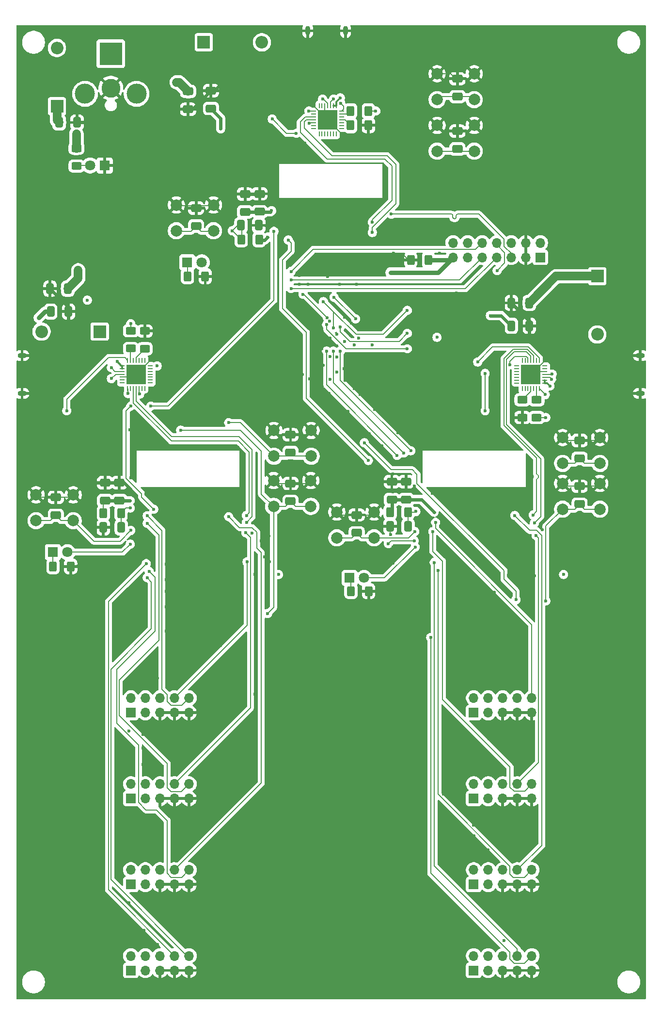
<source format=gbl>
%TF.GenerationSoftware,KiCad,Pcbnew,9.0.0*%
%TF.CreationDate,2025-04-09T12:56:57-04:00*%
%TF.ProjectId,Network_and_Switch,4e657477-6f72-46b5-9f61-6e645f537769,rev?*%
%TF.SameCoordinates,Original*%
%TF.FileFunction,Copper,L4,Bot*%
%TF.FilePolarity,Positive*%
%FSLAX46Y46*%
G04 Gerber Fmt 4.6, Leading zero omitted, Abs format (unit mm)*
G04 Created by KiCad (PCBNEW 9.0.0) date 2025-04-09 12:56:57*
%MOMM*%
%LPD*%
G01*
G04 APERTURE LIST*
G04 Aperture macros list*
%AMRoundRect*
0 Rectangle with rounded corners*
0 $1 Rounding radius*
0 $2 $3 $4 $5 $6 $7 $8 $9 X,Y pos of 4 corners*
0 Add a 4 corners polygon primitive as box body*
4,1,4,$2,$3,$4,$5,$6,$7,$8,$9,$2,$3,0*
0 Add four circle primitives for the rounded corners*
1,1,$1+$1,$2,$3*
1,1,$1+$1,$4,$5*
1,1,$1+$1,$6,$7*
1,1,$1+$1,$8,$9*
0 Add four rect primitives between the rounded corners*
20,1,$1+$1,$2,$3,$4,$5,0*
20,1,$1+$1,$4,$5,$6,$7,0*
20,1,$1+$1,$6,$7,$8,$9,0*
20,1,$1+$1,$8,$9,$2,$3,0*%
G04 Aperture macros list end*
%TA.AperFunction,ComponentPad*%
%ADD10C,2.000000*%
%TD*%
%TA.AperFunction,ComponentPad*%
%ADD11R,2.200000X2.200000*%
%TD*%
%TA.AperFunction,ComponentPad*%
%ADD12O,2.200000X2.200000*%
%TD*%
%TA.AperFunction,ComponentPad*%
%ADD13R,1.800000X1.800000*%
%TD*%
%TA.AperFunction,ComponentPad*%
%ADD14C,1.800000*%
%TD*%
%TA.AperFunction,ComponentPad*%
%ADD15R,1.700000X1.700000*%
%TD*%
%TA.AperFunction,ComponentPad*%
%ADD16O,1.700000X1.700000*%
%TD*%
%TA.AperFunction,HeatsinkPad*%
%ADD17O,1.600000X0.900000*%
%TD*%
%TA.AperFunction,ComponentPad*%
%ADD18R,4.000000X4.000000*%
%TD*%
%TA.AperFunction,ComponentPad*%
%ADD19C,3.300000*%
%TD*%
%TA.AperFunction,ComponentPad*%
%ADD20C,3.500000*%
%TD*%
%TA.AperFunction,HeatsinkPad*%
%ADD21O,0.900000X1.600000*%
%TD*%
%TA.AperFunction,SMDPad,CuDef*%
%ADD22RoundRect,0.250000X-0.650000X0.412500X-0.650000X-0.412500X0.650000X-0.412500X0.650000X0.412500X0*%
%TD*%
%TA.AperFunction,SMDPad,CuDef*%
%ADD23RoundRect,0.250000X-0.400000X-0.625000X0.400000X-0.625000X0.400000X0.625000X-0.400000X0.625000X0*%
%TD*%
%TA.AperFunction,SMDPad,CuDef*%
%ADD24RoundRect,0.062500X0.337500X0.062500X-0.337500X0.062500X-0.337500X-0.062500X0.337500X-0.062500X0*%
%TD*%
%TA.AperFunction,SMDPad,CuDef*%
%ADD25RoundRect,0.062500X0.062500X0.337500X-0.062500X0.337500X-0.062500X-0.337500X0.062500X-0.337500X0*%
%TD*%
%TA.AperFunction,HeatsinkPad*%
%ADD26R,3.350000X3.350000*%
%TD*%
%TA.AperFunction,SMDPad,CuDef*%
%ADD27RoundRect,0.250000X0.400000X0.625000X-0.400000X0.625000X-0.400000X-0.625000X0.400000X-0.625000X0*%
%TD*%
%TA.AperFunction,SMDPad,CuDef*%
%ADD28RoundRect,0.250000X0.650000X-0.412500X0.650000X0.412500X-0.650000X0.412500X-0.650000X-0.412500X0*%
%TD*%
%TA.AperFunction,SMDPad,CuDef*%
%ADD29RoundRect,0.250000X-0.412500X-0.650000X0.412500X-0.650000X0.412500X0.650000X-0.412500X0.650000X0*%
%TD*%
%TA.AperFunction,SMDPad,CuDef*%
%ADD30RoundRect,0.062500X-0.337500X-0.062500X0.337500X-0.062500X0.337500X0.062500X-0.337500X0.062500X0*%
%TD*%
%TA.AperFunction,SMDPad,CuDef*%
%ADD31RoundRect,0.062500X-0.062500X-0.337500X0.062500X-0.337500X0.062500X0.337500X-0.062500X0.337500X0*%
%TD*%
%TA.AperFunction,SMDPad,CuDef*%
%ADD32RoundRect,0.250000X-0.625000X0.400000X-0.625000X-0.400000X0.625000X-0.400000X0.625000X0.400000X0*%
%TD*%
%TA.AperFunction,SMDPad,CuDef*%
%ADD33RoundRect,0.250000X0.625000X-0.400000X0.625000X0.400000X-0.625000X0.400000X-0.625000X-0.400000X0*%
%TD*%
%TA.AperFunction,SMDPad,CuDef*%
%ADD34RoundRect,0.062500X-0.062500X0.337500X-0.062500X-0.337500X0.062500X-0.337500X0.062500X0.337500X0*%
%TD*%
%TA.AperFunction,SMDPad,CuDef*%
%ADD35RoundRect,0.062500X-0.337500X0.062500X-0.337500X-0.062500X0.337500X-0.062500X0.337500X0.062500X0*%
%TD*%
%TA.AperFunction,SMDPad,CuDef*%
%ADD36RoundRect,0.250000X0.412500X0.650000X-0.412500X0.650000X-0.412500X-0.650000X0.412500X-0.650000X0*%
%TD*%
%TA.AperFunction,ViaPad*%
%ADD37C,0.600000*%
%TD*%
%TA.AperFunction,Conductor*%
%ADD38C,0.600000*%
%TD*%
%TA.AperFunction,Conductor*%
%ADD39C,0.200000*%
%TD*%
%TA.AperFunction,Conductor*%
%ADD40C,1.500000*%
%TD*%
%TA.AperFunction,Conductor*%
%ADD41C,0.300000*%
%TD*%
%TA.AperFunction,Conductor*%
%ADD42C,0.800000*%
%TD*%
%TA.AperFunction,Conductor*%
%ADD43C,0.150000*%
%TD*%
G04 APERTURE END LIST*
D10*
%TO.P,SW2,1,1*%
%TO.N,GND*%
X110500000Y-38500000D03*
X117000000Y-38500000D03*
%TO.P,SW2,2,2*%
%TO.N,N_IO0*%
X110500000Y-43000000D03*
X117000000Y-43000000D03*
%TD*%
D11*
%TO.P,D6,1,K*%
%TO.N,EXT_5V*%
X138500000Y-64840000D03*
D12*
%TO.P,D6,2,A*%
%TO.N,S1_VBUS*%
X138500000Y-75000000D03*
%TD*%
D10*
%TO.P,SW9,1,1*%
%TO.N,GND*%
X40440000Y-103000000D03*
X46940000Y-103000000D03*
%TO.P,SW9,2,2*%
%TO.N,Net-(S0-GPIO34{slash}ADC1_CH6)*%
X40440000Y-107500000D03*
X46940000Y-107500000D03*
%TD*%
D13*
%TO.P,D7,1,K*%
%TO.N,Net-(D7-K)*%
X43400000Y-113000000D03*
D14*
%TO.P,D7,2,A*%
%TO.N,Net-(D7-A)*%
X45940000Y-113000000D03*
%TD*%
D11*
%TO.P,D4,1,K*%
%TO.N,EXT_5V*%
X51560000Y-74500000D03*
D12*
%TO.P,D4,2,A*%
%TO.N,S0_VBUS*%
X41400000Y-74500000D03*
%TD*%
D11*
%TO.P,D2,1,K*%
%TO.N,EXT_5V*%
X69740000Y-24000000D03*
D12*
%TO.P,D2,2,A*%
%TO.N,N_VBUS*%
X79900000Y-24000000D03*
%TD*%
D15*
%TO.P,S0_Comp_0,1,Pin_1*%
%TO.N,EXT_5V*%
X57000000Y-141000000D03*
D16*
%TO.P,S0_Comp_0,2,Pin_2*%
%TO.N,S0_MOSI*%
X57000000Y-138460000D03*
%TO.P,S0_Comp_0,3,Pin_3*%
%TO.N,EXT_5V*%
X59540000Y-141000000D03*
%TO.P,S0_Comp_0,4,Pin_4*%
%TO.N,S0_MISO*%
X59540000Y-138460000D03*
%TO.P,S0_Comp_0,5,Pin_5*%
%TO.N,GND*%
X62080000Y-141000000D03*
%TO.P,S0_Comp_0,6,Pin_6*%
%TO.N,S0_SCLK*%
X62080000Y-138460000D03*
%TO.P,S0_Comp_0,7,Pin_7*%
%TO.N,GND*%
X64620000Y-141000000D03*
%TO.P,S0_Comp_0,8,Pin_8*%
%TO.N,S0_CS_0*%
X64620000Y-138460000D03*
%TO.P,S0_Comp_0,9,Pin_9*%
%TO.N,GND*%
X67160000Y-141000000D03*
%TO.P,S0_Comp_0,10,Pin_10*%
%TO.N,S0_HS_0*%
X67160000Y-138460000D03*
%TD*%
D15*
%TO.P,S1_Comp_2,1,Pin_1*%
%TO.N,EXT_5V*%
X116900000Y-171000000D03*
D16*
%TO.P,S1_Comp_2,2,Pin_2*%
%TO.N,S1_MOSI*%
X116900000Y-168460000D03*
%TO.P,S1_Comp_2,3,Pin_3*%
%TO.N,EXT_5V*%
X119440000Y-171000000D03*
%TO.P,S1_Comp_2,4,Pin_4*%
%TO.N,S1_MISO*%
X119440000Y-168460000D03*
%TO.P,S1_Comp_2,5,Pin_5*%
%TO.N,GND*%
X121980000Y-171000000D03*
%TO.P,S1_Comp_2,6,Pin_6*%
%TO.N,S1_SCLK*%
X121980000Y-168460000D03*
%TO.P,S1_Comp_2,7,Pin_7*%
%TO.N,GND*%
X124520000Y-171000000D03*
%TO.P,S1_Comp_2,8,Pin_8*%
%TO.N,S1_CS_2*%
X124520000Y-168460000D03*
%TO.P,S1_Comp_2,9,Pin_9*%
%TO.N,GND*%
X127060000Y-171000000D03*
%TO.P,S1_Comp_2,10,Pin_10*%
%TO.N,S1_HS_2*%
X127060000Y-168460000D03*
%TD*%
D17*
%TO.P,J3,6,Shield*%
%TO.N,GND*%
X38000000Y-78700000D03*
X38000000Y-85300000D03*
%TD*%
D10*
%TO.P,SW1,1,1*%
%TO.N,GND*%
X110500000Y-29500000D03*
X117000000Y-29500000D03*
%TO.P,SW1,2,2*%
%TO.N,N_EN*%
X110500000Y-34000000D03*
X117000000Y-34000000D03*
%TD*%
D15*
%TO.P,S1_Comp_3,1,Pin_1*%
%TO.N,EXT_5V*%
X116900000Y-186000000D03*
D16*
%TO.P,S1_Comp_3,2,Pin_2*%
%TO.N,S1_MOSI*%
X116900000Y-183460000D03*
%TO.P,S1_Comp_3,3,Pin_3*%
%TO.N,EXT_5V*%
X119440000Y-186000000D03*
%TO.P,S1_Comp_3,4,Pin_4*%
%TO.N,S1_MISO*%
X119440000Y-183460000D03*
%TO.P,S1_Comp_3,5,Pin_5*%
%TO.N,GND*%
X121980000Y-186000000D03*
%TO.P,S1_Comp_3,6,Pin_6*%
%TO.N,S1_SCLK*%
X121980000Y-183460000D03*
%TO.P,S1_Comp_3,7,Pin_7*%
%TO.N,GND*%
X124520000Y-186000000D03*
%TO.P,S1_Comp_3,8,Pin_8*%
%TO.N,S1_CS_3*%
X124520000Y-183460000D03*
%TO.P,S1_Comp_3,9,Pin_9*%
%TO.N,GND*%
X127060000Y-186000000D03*
%TO.P,S1_Comp_3,10,Pin_10*%
%TO.N,S1_HS_3*%
X127060000Y-183460000D03*
%TD*%
D15*
%TO.P,S1_Comp_0,1,Pin_1*%
%TO.N,EXT_5V*%
X116900000Y-141000000D03*
D16*
%TO.P,S1_Comp_0,2,Pin_2*%
%TO.N,S1_MOSI*%
X116900000Y-138460000D03*
%TO.P,S1_Comp_0,3,Pin_3*%
%TO.N,EXT_5V*%
X119440000Y-141000000D03*
%TO.P,S1_Comp_0,4,Pin_4*%
%TO.N,S1_MISO*%
X119440000Y-138460000D03*
%TO.P,S1_Comp_0,5,Pin_5*%
%TO.N,GND*%
X121980000Y-141000000D03*
%TO.P,S1_Comp_0,6,Pin_6*%
%TO.N,S1_SCLK*%
X121980000Y-138460000D03*
%TO.P,S1_Comp_0,7,Pin_7*%
%TO.N,GND*%
X124520000Y-141000000D03*
%TO.P,S1_Comp_0,8,Pin_8*%
%TO.N,S1_CS_0*%
X124520000Y-138460000D03*
%TO.P,S1_Comp_0,9,Pin_9*%
%TO.N,GND*%
X127060000Y-141000000D03*
%TO.P,S1_Comp_0,10,Pin_10*%
%TO.N,S1_HS_0*%
X127060000Y-138460000D03*
%TD*%
D13*
%TO.P,D8,1,K*%
%TO.N,Net-(D8-K)*%
X66860000Y-62400000D03*
D14*
%TO.P,D8,2,A*%
%TO.N,Net-(D8-A)*%
X69400000Y-62400000D03*
%TD*%
D15*
%TO.P,S0_Comp_1,1,Pin_1*%
%TO.N,EXT_5V*%
X57000000Y-156000000D03*
D16*
%TO.P,S0_Comp_1,2,Pin_2*%
%TO.N,S0_MOSI*%
X57000000Y-153460000D03*
%TO.P,S0_Comp_1,3,Pin_3*%
%TO.N,EXT_5V*%
X59540000Y-156000000D03*
%TO.P,S0_Comp_1,4,Pin_4*%
%TO.N,S0_MISO*%
X59540000Y-153460000D03*
%TO.P,S0_Comp_1,5,Pin_5*%
%TO.N,GND*%
X62080000Y-156000000D03*
%TO.P,S0_Comp_1,6,Pin_6*%
%TO.N,S0_SCLK*%
X62080000Y-153460000D03*
%TO.P,S0_Comp_1,7,Pin_7*%
%TO.N,GND*%
X64620000Y-156000000D03*
%TO.P,S0_Comp_1,8,Pin_8*%
%TO.N,S0_CS_1*%
X64620000Y-153460000D03*
%TO.P,S0_Comp_1,9,Pin_9*%
%TO.N,GND*%
X67160000Y-156000000D03*
%TO.P,S0_Comp_1,10,Pin_10*%
%TO.N,S0_HS_1*%
X67160000Y-153460000D03*
%TD*%
D10*
%TO.P,SW10,1,1*%
%TO.N,GND*%
X64950000Y-52400000D03*
X71450000Y-52400000D03*
%TO.P,SW10,2,2*%
%TO.N,Net-(U3-GPIO34{slash}ADC1_CH6)*%
X64950000Y-56900000D03*
X71450000Y-56900000D03*
%TD*%
%TO.P,SW4,1,1*%
%TO.N,GND*%
X81940000Y-100500000D03*
X88440000Y-100500000D03*
%TO.P,SW4,2,2*%
%TO.N,S0_IO0*%
X81940000Y-105000000D03*
X88440000Y-105000000D03*
%TD*%
%TO.P,SW3,1,1*%
%TO.N,GND*%
X82000000Y-91750000D03*
X88500000Y-91750000D03*
%TO.P,SW3,2,2*%
%TO.N,S0_EN*%
X82000000Y-96250000D03*
X88500000Y-96250000D03*
%TD*%
%TO.P,SW5,1,1*%
%TO.N,GND*%
X132440000Y-93000000D03*
X138940000Y-93000000D03*
%TO.P,SW5,2,2*%
%TO.N,S1_EN*%
X132440000Y-97500000D03*
X138940000Y-97500000D03*
%TD*%
D11*
%TO.P,D3,1,K*%
%TO.N,EXT_5V*%
X44100000Y-35160000D03*
D12*
%TO.P,D3,2,A*%
%TO.N,Net-(D3-A)*%
X44100000Y-25000000D03*
%TD*%
D15*
%TO.P,S0_Comp_2,1,Pin_1*%
%TO.N,EXT_5V*%
X57000000Y-171000000D03*
D16*
%TO.P,S0_Comp_2,2,Pin_2*%
%TO.N,S0_MOSI*%
X57000000Y-168460000D03*
%TO.P,S0_Comp_2,3,Pin_3*%
%TO.N,EXT_5V*%
X59540000Y-171000000D03*
%TO.P,S0_Comp_2,4,Pin_4*%
%TO.N,S0_MISO*%
X59540000Y-168460000D03*
%TO.P,S0_Comp_2,5,Pin_5*%
%TO.N,GND*%
X62080000Y-171000000D03*
%TO.P,S0_Comp_2,6,Pin_6*%
%TO.N,S0_SCLK*%
X62080000Y-168460000D03*
%TO.P,S0_Comp_2,7,Pin_7*%
%TO.N,GND*%
X64620000Y-171000000D03*
%TO.P,S0_Comp_2,8,Pin_8*%
%TO.N,S0_CS_2*%
X64620000Y-168460000D03*
%TO.P,S0_Comp_2,9,Pin_9*%
%TO.N,GND*%
X67160000Y-171000000D03*
%TO.P,S0_Comp_2,10,Pin_10*%
%TO.N,S0_HS_2*%
X67160000Y-168460000D03*
%TD*%
D13*
%TO.P,D1,1,K*%
%TO.N,GND*%
X52440000Y-45500000D03*
D14*
%TO.P,D1,2,A*%
%TO.N,Net-(D1-A)*%
X49900000Y-45500000D03*
%TD*%
D10*
%TO.P,SW6,1,1*%
%TO.N,GND*%
X132440000Y-101000000D03*
X138940000Y-101000000D03*
%TO.P,SW6,2,2*%
%TO.N,S1_IO0*%
X132440000Y-105500000D03*
X138940000Y-105500000D03*
%TD*%
%TO.P,SW7,1,1*%
%TO.N,GND*%
X93000000Y-106000000D03*
X99500000Y-106000000D03*
%TO.P,SW7,2,2*%
%TO.N,Net-(S1-GPIO34{slash}ADC1_CH6)*%
X93000000Y-110500000D03*
X99500000Y-110500000D03*
%TD*%
D13*
%TO.P,D10,1,K*%
%TO.N,Net-(D10-K)*%
X95230000Y-117500000D03*
D14*
%TO.P,D10,2,A*%
%TO.N,Net-(D10-A)*%
X97770000Y-117500000D03*
%TD*%
D15*
%TO.P,S1_Comp_1,1,Pin_1*%
%TO.N,EXT_5V*%
X116900000Y-156000000D03*
D16*
%TO.P,S1_Comp_1,2,Pin_2*%
%TO.N,S1_MOSI*%
X116900000Y-153460000D03*
%TO.P,S1_Comp_1,3,Pin_3*%
%TO.N,EXT_5V*%
X119440000Y-156000000D03*
%TO.P,S1_Comp_1,4,Pin_4*%
%TO.N,S1_MISO*%
X119440000Y-153460000D03*
%TO.P,S1_Comp_1,5,Pin_5*%
%TO.N,GND*%
X121980000Y-156000000D03*
%TO.P,S1_Comp_1,6,Pin_6*%
%TO.N,S1_SCLK*%
X121980000Y-153460000D03*
%TO.P,S1_Comp_1,7,Pin_7*%
%TO.N,GND*%
X124520000Y-156000000D03*
%TO.P,S1_Comp_1,8,Pin_8*%
%TO.N,S1_CS_1*%
X124520000Y-153460000D03*
%TO.P,S1_Comp_1,9,Pin_9*%
%TO.N,GND*%
X127060000Y-156000000D03*
%TO.P,S1_Comp_1,10,Pin_10*%
%TO.N,S1_HS_1*%
X127060000Y-153460000D03*
%TD*%
D17*
%TO.P,J2,6,Shield*%
%TO.N,GND*%
X146000000Y-85300000D03*
X146000000Y-78700000D03*
%TD*%
D18*
%TO.P,J5,1*%
%TO.N,Net-(D3-A)*%
X53500000Y-26000000D03*
D19*
%TO.P,J5,2*%
%TO.N,GND*%
X53500000Y-32000000D03*
D20*
%TO.P,J5,MP*%
%TO.N,N/C*%
X49000000Y-33000000D03*
X58000000Y-33000000D03*
%TD*%
D21*
%TO.P,J1,6,Shield*%
%TO.N,GND*%
X94500000Y-22000000D03*
X87900000Y-22000000D03*
%TD*%
D15*
%TO.P,S0_Comp_3,1,Pin_1*%
%TO.N,EXT_5V*%
X57000000Y-186000000D03*
D16*
%TO.P,S0_Comp_3,2,Pin_2*%
%TO.N,S0_MOSI*%
X57000000Y-183460000D03*
%TO.P,S0_Comp_3,3,Pin_3*%
%TO.N,EXT_5V*%
X59540000Y-186000000D03*
%TO.P,S0_Comp_3,4,Pin_4*%
%TO.N,S0_MISO*%
X59540000Y-183460000D03*
%TO.P,S0_Comp_3,5,Pin_5*%
%TO.N,GND*%
X62080000Y-186000000D03*
%TO.P,S0_Comp_3,6,Pin_6*%
%TO.N,S0_SCLK*%
X62080000Y-183460000D03*
%TO.P,S0_Comp_3,7,Pin_7*%
%TO.N,GND*%
X64620000Y-186000000D03*
%TO.P,S0_Comp_3,8,Pin_8*%
%TO.N,S0_CS_3*%
X64620000Y-183460000D03*
%TO.P,S0_Comp_3,9,Pin_9*%
%TO.N,GND*%
X67160000Y-186000000D03*
%TO.P,S0_Comp_3,10,Pin_10*%
%TO.N,S0_HS_3*%
X67160000Y-183460000D03*
%TD*%
D22*
%TO.P,C19,1*%
%TO.N,GND*%
X135400000Y-93500000D03*
%TO.P,C19,2*%
%TO.N,S1_EN*%
X135400000Y-96625000D03*
%TD*%
D23*
%TO.P,R9,1*%
%TO.N,S0_VDD33*%
X52200000Y-106175000D03*
%TO.P,R9,2*%
%TO.N,S0_EN*%
X55300000Y-106175000D03*
%TD*%
D24*
%TO.P,U15,1,~{DCD}*%
%TO.N,unconnected-(U15-~{DCD}-Pad1)*%
X129334050Y-80500000D03*
%TO.P,U15,2,~{RI}/CLK*%
%TO.N,unconnected-(U15-~{RI}{slash}CLK-Pad2)*%
X129334050Y-81000000D03*
%TO.P,U15,3,GND*%
%TO.N,GND*%
X129334050Y-81500000D03*
%TO.P,U15,4,D+*%
%TO.N,Net-(J2-D+)*%
X129334050Y-82000000D03*
%TO.P,U15,5,D-*%
%TO.N,Net-(J2-D-)*%
X129334050Y-82500000D03*
%TO.P,U15,6,VDD*%
%TO.N,S1_VDD33*%
X129334050Y-83000000D03*
%TO.P,U15,7,VREGIN*%
X129334050Y-83500000D03*
D25*
%TO.P,U15,8,VBUS*%
%TO.N,Net-(U15-VBUS)*%
X128384050Y-84450000D03*
%TO.P,U15,9,~{RST}*%
%TO.N,Net-(U15-~{RST})*%
X127884050Y-84450000D03*
%TO.P,U15,10,NC*%
%TO.N,unconnected-(U15-NC-Pad10)*%
X127384050Y-84450000D03*
%TO.P,U15,11,~{SUSPEND}*%
%TO.N,Net-(U15-~{SUSPEND})*%
X126884050Y-84450000D03*
%TO.P,U15,12,SUSPEND*%
%TO.N,unconnected-(U15-SUSPEND-Pad12)*%
X126384050Y-84450000D03*
%TO.P,U15,13,CHREN*%
%TO.N,unconnected-(U15-CHREN-Pad13)*%
X125884050Y-84450000D03*
%TO.P,U15,14,CHR1*%
%TO.N,unconnected-(U15-CHR1-Pad14)*%
X125384050Y-84450000D03*
D24*
%TO.P,U15,15,CHR0*%
%TO.N,unconnected-(U15-CHR0-Pad15)*%
X124434050Y-83500000D03*
%TO.P,U15,16,~{WAKEUP}/GPIO.3*%
%TO.N,unconnected-(U15-~{WAKEUP}{slash}GPIO.3-Pad16)*%
X124434050Y-83000000D03*
%TO.P,U15,17,RS485/GPIO.2*%
%TO.N,unconnected-(U15-RS485{slash}GPIO.2-Pad17)*%
X124434050Y-82500000D03*
%TO.P,U15,18,~{RXT}/GPIO.1*%
%TO.N,unconnected-(U15-~{RXT}{slash}GPIO.1-Pad18)*%
X124434050Y-82000000D03*
%TO.P,U15,19,~{TXT}/GPIO.0*%
%TO.N,unconnected-(U15-~{TXT}{slash}GPIO.0-Pad19)*%
X124434050Y-81500000D03*
%TO.P,U15,20,GPIO.6*%
%TO.N,unconnected-(U15-GPIO.6-Pad20)*%
X124434050Y-81000000D03*
%TO.P,U15,21,GPIO.5*%
%TO.N,unconnected-(U15-GPIO.5-Pad21)*%
X124434050Y-80500000D03*
D25*
%TO.P,U15,22,GPIO.4*%
%TO.N,unconnected-(U15-GPIO.4-Pad22)*%
X125384050Y-79550000D03*
%TO.P,U15,23,~{CTS}*%
%TO.N,unconnected-(U15-~{CTS}-Pad23)*%
X125884050Y-79550000D03*
%TO.P,U15,24,~{RTS}*%
%TO.N,S1_RTS*%
X126384050Y-79550000D03*
%TO.P,U15,25,RXD*%
%TO.N,S1_TX*%
X126884050Y-79550000D03*
%TO.P,U15,26,TXD*%
%TO.N,S1_RX*%
X127384050Y-79550000D03*
%TO.P,U15,27,~{DSR}*%
%TO.N,unconnected-(U15-~{DSR}-Pad27)*%
X127884050Y-79550000D03*
%TO.P,U15,28,~{DTR}*%
%TO.N,S1_DTR*%
X128384050Y-79550000D03*
D26*
%TO.P,U15,29,GND*%
%TO.N,GND*%
X126884050Y-82000000D03*
%TD*%
D27*
%TO.P,R7,1*%
%TO.N,N_VDD33*%
X98500000Y-36000000D03*
%TO.P,R7,2*%
%TO.N,Net-(U5-~{RST})*%
X95400000Y-36000000D03*
%TD*%
D28*
%TO.P,C13,1*%
%TO.N,S0_VDD33*%
X55000000Y-104000000D03*
%TO.P,C13,2*%
%TO.N,GND*%
X55000000Y-100875000D03*
%TD*%
D29*
%TO.P,C12,1*%
%TO.N,GND*%
X52200000Y-108675000D03*
%TO.P,C12,2*%
%TO.N,S0_EN*%
X55325000Y-108675000D03*
%TD*%
D22*
%TO.P,C10,1*%
%TO.N,GND*%
X84900000Y-92500000D03*
%TO.P,C10,2*%
%TO.N,S0_EN*%
X84900000Y-95625000D03*
%TD*%
D30*
%TO.P,U10,1,~{DCD}*%
%TO.N,unconnected-(U10-~{DCD}-Pad1)*%
X55500000Y-83450000D03*
%TO.P,U10,2,~{RI}/CLK*%
%TO.N,unconnected-(U10-~{RI}{slash}CLK-Pad2)*%
X55500000Y-82950000D03*
%TO.P,U10,3,GND*%
%TO.N,GND*%
X55500000Y-82450000D03*
%TO.P,U10,4,D+*%
%TO.N,Net-(J3-D+)*%
X55500000Y-81950000D03*
%TO.P,U10,5,D-*%
%TO.N,Net-(J3-D-)*%
X55500000Y-81450000D03*
%TO.P,U10,6,VDD*%
%TO.N,S0_VDD33*%
X55500000Y-80950000D03*
%TO.P,U10,7,VREGIN*%
X55500000Y-80450000D03*
D31*
%TO.P,U10,8,VBUS*%
%TO.N,Net-(U10-VBUS)*%
X56450000Y-79500000D03*
%TO.P,U10,9,~{RST}*%
%TO.N,Net-(U10-~{RST})*%
X56950000Y-79500000D03*
%TO.P,U10,10,NC*%
%TO.N,unconnected-(U10-NC-Pad10)*%
X57450000Y-79500000D03*
%TO.P,U10,11,~{SUSPEND}*%
%TO.N,Net-(U10-~{SUSPEND})*%
X57950000Y-79500000D03*
%TO.P,U10,12,SUSPEND*%
%TO.N,unconnected-(U10-SUSPEND-Pad12)*%
X58450000Y-79500000D03*
%TO.P,U10,13,CHREN*%
%TO.N,unconnected-(U10-CHREN-Pad13)*%
X58950000Y-79500000D03*
%TO.P,U10,14,CHR1*%
%TO.N,unconnected-(U10-CHR1-Pad14)*%
X59450000Y-79500000D03*
D30*
%TO.P,U10,15,CHR0*%
%TO.N,unconnected-(U10-CHR0-Pad15)*%
X60400000Y-80450000D03*
%TO.P,U10,16,~{WAKEUP}/GPIO.3*%
%TO.N,unconnected-(U10-~{WAKEUP}{slash}GPIO.3-Pad16)*%
X60400000Y-80950000D03*
%TO.P,U10,17,RS485/GPIO.2*%
%TO.N,unconnected-(U10-RS485{slash}GPIO.2-Pad17)*%
X60400000Y-81450000D03*
%TO.P,U10,18,~{RXT}/GPIO.1*%
%TO.N,unconnected-(U10-~{RXT}{slash}GPIO.1-Pad18)*%
X60400000Y-81950000D03*
%TO.P,U10,19,~{TXT}/GPIO.0*%
%TO.N,unconnected-(U10-~{TXT}{slash}GPIO.0-Pad19)*%
X60400000Y-82450000D03*
%TO.P,U10,20,GPIO.6*%
%TO.N,unconnected-(U10-GPIO.6-Pad20)*%
X60400000Y-82950000D03*
%TO.P,U10,21,GPIO.5*%
%TO.N,unconnected-(U10-GPIO.5-Pad21)*%
X60400000Y-83450000D03*
D31*
%TO.P,U10,22,GPIO.4*%
%TO.N,unconnected-(U10-GPIO.4-Pad22)*%
X59450000Y-84400000D03*
%TO.P,U10,23,~{CTS}*%
%TO.N,unconnected-(U10-~{CTS}-Pad23)*%
X58950000Y-84400000D03*
%TO.P,U10,24,~{RTS}*%
%TO.N,S0_RTS*%
X58450000Y-84400000D03*
%TO.P,U10,25,RXD*%
%TO.N,S0_TX*%
X57950000Y-84400000D03*
%TO.P,U10,26,TXD*%
%TO.N,S0_RX*%
X57450000Y-84400000D03*
%TO.P,U10,27,~{DSR}*%
%TO.N,unconnected-(U10-~{DSR}-Pad27)*%
X56950000Y-84400000D03*
%TO.P,U10,28,~{DTR}*%
%TO.N,S0_DTR*%
X56450000Y-84400000D03*
D26*
%TO.P,U10,29,GND*%
%TO.N,GND*%
X57950000Y-81950000D03*
%TD*%
D22*
%TO.P,C7,1*%
%TO.N,EXT_5V*%
X67000000Y-32562500D03*
%TO.P,C7,2*%
%TO.N,GND*%
X67000000Y-35687500D03*
%TD*%
D32*
%TO.P,R24,1*%
%TO.N,Net-(U15-~{SUSPEND})*%
X125394050Y-86400000D03*
%TO.P,R24,2*%
%TO.N,GND*%
X125394050Y-89500000D03*
%TD*%
D33*
%TO.P,R16,1*%
%TO.N,Net-(U10-~{SUSPEND})*%
X59450000Y-77500000D03*
%TO.P,R16,2*%
%TO.N,GND*%
X59450000Y-74400000D03*
%TD*%
D28*
%TO.P,C15,1*%
%TO.N,S0_VDD33*%
X52500000Y-104000000D03*
%TO.P,C15,2*%
%TO.N,GND*%
X52500000Y-100875000D03*
%TD*%
%TO.P,C24,1*%
%TO.N,S1_VDD33*%
X105100000Y-103825000D03*
%TO.P,C24,2*%
%TO.N,GND*%
X105100000Y-100700000D03*
%TD*%
D29*
%TO.P,C21,1*%
%TO.N,GND*%
X102300000Y-108500000D03*
%TO.P,C21,2*%
%TO.N,S1_EN*%
X105425000Y-108500000D03*
%TD*%
D23*
%TO.P,R28,1*%
%TO.N,Net-(D10-K)*%
X95450000Y-119800000D03*
%TO.P,R28,2*%
%TO.N,GND*%
X98550000Y-119800000D03*
%TD*%
D34*
%TO.P,U5,1,~{DCD}*%
%TO.N,unconnected-(U5-~{DCD}-Pad1)*%
X89900000Y-35100000D03*
%TO.P,U5,2,~{RI}/CLK*%
%TO.N,unconnected-(U5-~{RI}{slash}CLK-Pad2)*%
X90400000Y-35100000D03*
%TO.P,U5,3,GND*%
%TO.N,GND*%
X90900000Y-35100000D03*
%TO.P,U5,4,D+*%
%TO.N,Net-(J1-D+)*%
X91400000Y-35100000D03*
%TO.P,U5,5,D-*%
%TO.N,Net-(J1-D-)*%
X91900000Y-35100000D03*
%TO.P,U5,6,VDD*%
%TO.N,N_VDD33*%
X92400000Y-35100000D03*
%TO.P,U5,7,VREGIN*%
X92900000Y-35100000D03*
D35*
%TO.P,U5,8,VBUS*%
%TO.N,Net-(U5-VBUS)*%
X93850000Y-36050000D03*
%TO.P,U5,9,~{RST}*%
%TO.N,Net-(U5-~{RST})*%
X93850000Y-36550000D03*
%TO.P,U5,10,NC*%
%TO.N,unconnected-(U5-NC-Pad10)*%
X93850000Y-37050000D03*
%TO.P,U5,11,~{SUSPEND}*%
%TO.N,Net-(U5-~{SUSPEND})*%
X93850000Y-37550000D03*
%TO.P,U5,12,SUSPEND*%
%TO.N,unconnected-(U5-SUSPEND-Pad12)*%
X93850000Y-38050000D03*
%TO.P,U5,13,CHREN*%
%TO.N,unconnected-(U5-CHREN-Pad13)*%
X93850000Y-38550000D03*
%TO.P,U5,14,CHR1*%
%TO.N,unconnected-(U5-CHR1-Pad14)*%
X93850000Y-39050000D03*
D34*
%TO.P,U5,15,CHR0*%
%TO.N,unconnected-(U5-CHR0-Pad15)*%
X92900000Y-40000000D03*
%TO.P,U5,16,~{WAKEUP}/GPIO.3*%
%TO.N,unconnected-(U5-~{WAKEUP}{slash}GPIO.3-Pad16)*%
X92400000Y-40000000D03*
%TO.P,U5,17,RS485/GPIO.2*%
%TO.N,unconnected-(U5-RS485{slash}GPIO.2-Pad17)*%
X91900000Y-40000000D03*
%TO.P,U5,18,~{RXT}/GPIO.1*%
%TO.N,unconnected-(U5-~{RXT}{slash}GPIO.1-Pad18)*%
X91400000Y-40000000D03*
%TO.P,U5,19,~{TXT}/GPIO.0*%
%TO.N,unconnected-(U5-~{TXT}{slash}GPIO.0-Pad19)*%
X90900000Y-40000000D03*
%TO.P,U5,20,GPIO.6*%
%TO.N,unconnected-(U5-GPIO.6-Pad20)*%
X90400000Y-40000000D03*
%TO.P,U5,21,GPIO.5*%
%TO.N,unconnected-(U5-GPIO.5-Pad21)*%
X89900000Y-40000000D03*
D35*
%TO.P,U5,22,GPIO.4*%
%TO.N,unconnected-(U5-GPIO.4-Pad22)*%
X88950000Y-39050000D03*
%TO.P,U5,23,~{CTS}*%
%TO.N,unconnected-(U5-~{CTS}-Pad23)*%
X88950000Y-38550000D03*
%TO.P,U5,24,~{RTS}*%
%TO.N,N_RTS*%
X88950000Y-38050000D03*
%TO.P,U5,25,RXD*%
%TO.N,N_TX*%
X88950000Y-37550000D03*
%TO.P,U5,26,TXD*%
%TO.N,N_RX*%
X88950000Y-37050000D03*
%TO.P,U5,27,~{DSR}*%
%TO.N,unconnected-(U5-~{DSR}-Pad27)*%
X88950000Y-36550000D03*
%TO.P,U5,28,~{DTR}*%
%TO.N,N_DTR*%
X88950000Y-36050000D03*
D26*
%TO.P,U5,29,GND*%
%TO.N,GND*%
X91400000Y-37550000D03*
%TD*%
D23*
%TO.P,R17,1*%
%TO.N,S1_VDD33*%
X102300000Y-106000000D03*
%TO.P,R17,2*%
%TO.N,S1_EN*%
X105400000Y-106000000D03*
%TD*%
D29*
%TO.P,C31,1*%
%TO.N,S1_VDD33*%
X123500000Y-73500000D03*
%TO.P,C31,2*%
%TO.N,GND*%
X126625000Y-73500000D03*
%TD*%
D22*
%TO.P,C32,1*%
%TO.N,GND*%
X68400000Y-52950000D03*
%TO.P,C32,2*%
%TO.N,Net-(U3-GPIO34{slash}ADC1_CH6)*%
X68400000Y-56075000D03*
%TD*%
%TO.P,C1,1*%
%TO.N,GND*%
X114060000Y-30375000D03*
%TO.P,C1,2*%
%TO.N,N_EN*%
X114060000Y-33500000D03*
%TD*%
D36*
%TO.P,C16,1*%
%TO.N,EXT_5V*%
X46000000Y-67000000D03*
%TO.P,C16,2*%
%TO.N,GND*%
X42875000Y-67000000D03*
%TD*%
D22*
%TO.P,C30,1*%
%TO.N,GND*%
X43900000Y-103437500D03*
%TO.P,C30,2*%
%TO.N,Net-(S0-GPIO34{slash}ADC1_CH6)*%
X43900000Y-106562500D03*
%TD*%
D32*
%TO.P,R2,1*%
%TO.N,EXT_5V*%
X47500000Y-42500000D03*
%TO.P,R2,2*%
%TO.N,Net-(D1-A)*%
X47500000Y-45600000D03*
%TD*%
D22*
%TO.P,C14,1*%
%TO.N,GND*%
X84900000Y-101000000D03*
%TO.P,C14,2*%
%TO.N,S0_IO0*%
X84900000Y-104125000D03*
%TD*%
D27*
%TO.P,R25,1*%
%TO.N,PHY_POWER*%
X109000000Y-62000000D03*
%TO.P,R25,2*%
%TO.N,GND*%
X105900000Y-62000000D03*
%TD*%
D23*
%TO.P,R8,1*%
%TO.N,Net-(U5-~{SUSPEND})*%
X95400000Y-38500000D03*
%TO.P,R8,2*%
%TO.N,GND*%
X98500000Y-38500000D03*
%TD*%
%TO.P,R18,1*%
%TO.N,Net-(D7-K)*%
X43400000Y-115500000D03*
%TO.P,R18,2*%
%TO.N,GND*%
X46500000Y-115500000D03*
%TD*%
D22*
%TO.P,C23,1*%
%TO.N,GND*%
X135400000Y-101500000D03*
%TO.P,C23,2*%
%TO.N,S1_IO0*%
X135400000Y-104625000D03*
%TD*%
D28*
%TO.P,C35,1*%
%TO.N,N_VDD33*%
X79500000Y-53575000D03*
%TO.P,C35,2*%
%TO.N,GND*%
X79500000Y-50450000D03*
%TD*%
D22*
%TO.P,C5,1*%
%TO.N,GND*%
X114060000Y-39500000D03*
%TO.P,C5,2*%
%TO.N,N_IO0*%
X114060000Y-42625000D03*
%TD*%
D36*
%TO.P,C33,1*%
%TO.N,GND*%
X79362500Y-55950000D03*
%TO.P,C33,2*%
%TO.N,N_EN*%
X76237500Y-55950000D03*
%TD*%
%TO.P,C25,1*%
%TO.N,EXT_5V*%
X126625000Y-69500000D03*
%TO.P,C25,2*%
%TO.N,GND*%
X123500000Y-69500000D03*
%TD*%
D28*
%TO.P,C11,1*%
%TO.N,N_VDD33*%
X71000000Y-35562500D03*
%TO.P,C11,2*%
%TO.N,GND*%
X71000000Y-32437500D03*
%TD*%
D23*
%TO.P,R26,1*%
%TO.N,Net-(D8-K)*%
X66900000Y-64850000D03*
%TO.P,R26,2*%
%TO.N,GND*%
X70000000Y-64850000D03*
%TD*%
D15*
%TO.P,J4,1,Pin_1*%
%TO.N,N_VDD33*%
X128540000Y-61540000D03*
D16*
%TO.P,J4,2,Pin_2*%
X128540000Y-59000000D03*
%TO.P,J4,3,Pin_3*%
%TO.N,GND*%
X126000000Y-61540000D03*
%TO.P,J4,4,Pin_4*%
X126000000Y-59000000D03*
%TO.P,J4,5,Pin_5*%
%TO.N,MDC*%
X123460000Y-61540000D03*
%TO.P,J4,6,Pin_6*%
%TO.N,MDIO*%
X123460000Y-59000000D03*
%TO.P,J4,7,Pin_7*%
%TO.N,CRS*%
X120920000Y-61540000D03*
%TO.P,J4,8,Pin_8*%
%TO.N,RXCLK*%
X120920000Y-59000000D03*
%TO.P,J4,9,Pin_9*%
%TO.N,RX1*%
X118380000Y-61540000D03*
%TO.P,J4,10,Pin_10*%
%TO.N,RX0*%
X118380000Y-59000000D03*
%TO.P,J4,11,Pin_11*%
%TO.N,TX0*%
X115840000Y-61540000D03*
%TO.P,J4,12,Pin_12*%
%TO.N,TX_EN*%
X115840000Y-59000000D03*
%TO.P,J4,13,Pin_13*%
%TO.N,PHY_POWER*%
X113300000Y-61540000D03*
%TO.P,J4,14,Pin_14*%
%TO.N,TX1*%
X113300000Y-59000000D03*
%TD*%
D29*
%TO.P,C20,1*%
%TO.N,S0_VDD33*%
X43000000Y-71000000D03*
%TO.P,C20,2*%
%TO.N,GND*%
X46125000Y-71000000D03*
%TD*%
D22*
%TO.P,C28,1*%
%TO.N,GND*%
X96460000Y-106500000D03*
%TO.P,C28,2*%
%TO.N,Net-(S1-GPIO34{slash}ADC1_CH6)*%
X96460000Y-109625000D03*
%TD*%
D33*
%TO.P,R23,1*%
%TO.N,S1_VDD33*%
X127894050Y-89500000D03*
%TO.P,R23,2*%
%TO.N,Net-(U15-~{RST})*%
X127894050Y-86400000D03*
%TD*%
D28*
%TO.P,C34,1*%
%TO.N,N_VDD33*%
X76950000Y-53625000D03*
%TO.P,C34,2*%
%TO.N,GND*%
X76950000Y-50500000D03*
%TD*%
D29*
%TO.P,C2,1*%
%TO.N,EXT_5V*%
X44475000Y-38000000D03*
%TO.P,C2,2*%
%TO.N,GND*%
X47600000Y-38000000D03*
%TD*%
D27*
%TO.P,R27,1*%
%TO.N,N_VDD33*%
X79400000Y-58450000D03*
%TO.P,R27,2*%
%TO.N,N_EN*%
X76300000Y-58450000D03*
%TD*%
D32*
%TO.P,R15,1*%
%TO.N,S0_VDD33*%
X57000000Y-74350000D03*
%TO.P,R15,2*%
%TO.N,Net-(U10-~{RST})*%
X57000000Y-77450000D03*
%TD*%
D28*
%TO.P,C22,1*%
%TO.N,S1_VDD33*%
X102600000Y-103825000D03*
%TO.P,C22,2*%
%TO.N,GND*%
X102600000Y-100700000D03*
%TD*%
D37*
%TO.N,GND*%
X142700000Y-134000000D03*
X84600000Y-155600000D03*
X90900000Y-174300000D03*
X59400000Y-159150000D03*
X69700000Y-79300000D03*
X88000000Y-176900000D03*
X99350000Y-78800000D03*
X136500000Y-181200000D03*
X41400000Y-164100000D03*
X68200000Y-162200000D03*
X145500000Y-104900000D03*
X63200000Y-117800000D03*
X133200000Y-31700000D03*
X100000000Y-119800000D03*
X66700000Y-73700000D03*
X84700000Y-171300000D03*
X99150000Y-76850000D03*
X101100000Y-100700000D03*
X130100000Y-31600000D03*
X65100000Y-180300000D03*
X56400000Y-119650000D03*
X108100000Y-155900000D03*
X133100000Y-37400000D03*
X100000000Y-127500000D03*
X136400000Y-189800000D03*
X74200000Y-66900000D03*
X127000000Y-49000000D03*
X94200000Y-143700000D03*
X111800000Y-111900000D03*
X122800000Y-136100000D03*
X145700000Y-133900000D03*
X84800000Y-182500000D03*
X53900000Y-98750000D03*
X145700000Y-145400000D03*
X81400000Y-50500000D03*
X71850000Y-127050000D03*
X130300000Y-88000000D03*
X107400000Y-24200000D03*
X108200000Y-143800000D03*
X111400000Y-160000000D03*
X122100000Y-148000000D03*
X111600000Y-152500000D03*
X84900000Y-176800000D03*
X112850000Y-113250000D03*
X116900000Y-177800000D03*
X87600000Y-26800000D03*
X96400000Y-55000000D03*
X90250000Y-78900000D03*
X142400000Y-34400000D03*
X118700000Y-121500000D03*
X90900000Y-159300000D03*
X145400000Y-96300000D03*
X75700000Y-27700000D03*
X59400000Y-180800000D03*
X85550000Y-80900000D03*
X117700000Y-122600000D03*
X60400000Y-112400000D03*
X56400000Y-57200000D03*
X121300000Y-128600000D03*
X89900000Y-25700000D03*
X103650000Y-92150000D03*
X99900000Y-168600000D03*
X103400000Y-126400000D03*
X133700000Y-163200000D03*
X97400000Y-138000000D03*
X41400000Y-167300000D03*
X107500000Y-53100000D03*
X108100000Y-152900000D03*
X133700000Y-166200000D03*
X62050000Y-147150000D03*
X115500000Y-135400000D03*
X99500000Y-52700000D03*
X84800000Y-168600000D03*
X109600000Y-57200000D03*
X81400000Y-149800000D03*
X105100000Y-150300000D03*
X139200000Y-51600000D03*
X121200000Y-103100000D03*
X60450000Y-113650000D03*
X94200000Y-146700000D03*
X69700000Y-123000000D03*
X100200000Y-129300000D03*
X117100000Y-146300000D03*
X122500000Y-108500000D03*
X97500000Y-135000000D03*
X132400000Y-121600000D03*
X142400000Y-166400000D03*
X91400000Y-64900000D03*
X108000000Y-161800000D03*
X53900000Y-54300000D03*
X122800000Y-131600000D03*
X66950000Y-126900000D03*
X58000000Y-136250000D03*
X61500000Y-32800000D03*
X104400000Y-24300000D03*
X66900000Y-113400000D03*
X44700000Y-155300000D03*
X120500000Y-120000000D03*
X99900000Y-164900000D03*
X107000000Y-120300000D03*
X74000000Y-124800000D03*
X139500000Y-151200000D03*
X78800000Y-132200000D03*
X128500000Y-95305000D03*
X101200000Y-22100000D03*
X92300000Y-123700000D03*
X124300000Y-161300000D03*
X139400000Y-175800000D03*
X81400000Y-152400000D03*
X93900000Y-156000000D03*
X108000000Y-57300000D03*
X62050000Y-150150000D03*
X145700000Y-148600000D03*
X91000000Y-182500000D03*
X137100000Y-151200000D03*
X137100000Y-136900000D03*
X134100000Y-148600000D03*
X126900000Y-31300000D03*
X96900000Y-159300000D03*
X62700000Y-40100000D03*
X95000000Y-100100000D03*
X126000000Y-164900000D03*
X118200000Y-103100000D03*
X59400000Y-174100000D03*
X85500000Y-73900000D03*
X108000000Y-159200000D03*
X145700000Y-136900000D03*
X86950000Y-81950000D03*
X62600000Y-48700000D03*
X65700000Y-69500000D03*
X104100000Y-57400000D03*
X75300000Y-168600000D03*
X136300000Y-43400000D03*
X78500000Y-177000000D03*
X133400000Y-186900000D03*
X117000000Y-148100000D03*
X75300000Y-179600000D03*
X91100000Y-95000000D03*
X106400000Y-129300000D03*
X78100000Y-30600000D03*
X122200000Y-160900000D03*
X133000000Y-59300000D03*
X96800000Y-74200000D03*
X120800000Y-22700000D03*
X84700000Y-161900000D03*
X133000000Y-62300000D03*
X142400000Y-181600000D03*
X75400000Y-159400000D03*
X130200000Y-126500000D03*
X142600000Y-88600000D03*
X101200000Y-27200000D03*
X87100000Y-88050000D03*
X47500000Y-170000000D03*
X91400000Y-30400000D03*
X95400000Y-75150000D03*
X44800000Y-45000000D03*
X78300000Y-146800000D03*
X45100000Y-123000000D03*
X62600000Y-51600000D03*
X87400000Y-28900000D03*
X68800000Y-43100000D03*
X130000000Y-49000000D03*
X66600000Y-25100000D03*
X47800000Y-149600000D03*
X141200000Y-111000000D03*
X145500000Y-163100000D03*
X111400000Y-162700000D03*
X93700000Y-174200000D03*
X62600000Y-54200000D03*
X142600000Y-154300000D03*
X50900000Y-54400000D03*
X126900000Y-36900000D03*
X119600000Y-150000000D03*
X78400000Y-152500000D03*
X94300000Y-137900000D03*
X94550000Y-74250000D03*
X98000000Y-100100000D03*
X83500000Y-80500000D03*
X56400000Y-48700000D03*
X81500000Y-179600000D03*
X46400000Y-73400000D03*
X61850000Y-165600000D03*
X112800000Y-49800000D03*
X90900000Y-164900000D03*
X56700000Y-174150000D03*
X133200000Y-40600000D03*
X145400000Y-169000000D03*
X74800000Y-85400000D03*
X105300000Y-135100000D03*
X61950000Y-176600000D03*
X139300000Y-166300000D03*
X96800000Y-75600000D03*
X66400000Y-103700000D03*
X139600000Y-139700000D03*
X104900000Y-168600000D03*
X93400000Y-179400000D03*
X78300000Y-107900000D03*
X142700000Y-131300000D03*
X130900000Y-136900000D03*
X56850000Y-162500000D03*
X100150000Y-113400000D03*
X96900000Y-168600000D03*
X123900000Y-148200000D03*
X94450000Y-83000000D03*
X84250000Y-87400000D03*
X81900000Y-70500000D03*
X81300000Y-27000000D03*
X145500000Y-181500000D03*
X38000000Y-87100000D03*
X108200000Y-141200000D03*
X136200000Y-37300000D03*
X126900000Y-43100000D03*
X142500000Y-107600000D03*
X130900000Y-154200000D03*
X87400000Y-41600000D03*
X65050000Y-136450000D03*
X84700000Y-137800000D03*
X59650000Y-134700000D03*
X84700000Y-143700000D03*
X134000000Y-137000000D03*
X84200000Y-41500000D03*
X87900000Y-132200000D03*
X145700000Y-142400000D03*
X104400000Y-50000000D03*
X71650000Y-118350000D03*
X75300000Y-137700000D03*
X125800000Y-135600000D03*
X53900000Y-57300000D03*
X56950000Y-107150000D03*
X59600000Y-43100000D03*
X102800000Y-113900000D03*
X110500000Y-89100000D03*
X99900000Y-159300000D03*
X68200000Y-159500000D03*
X130500000Y-168800000D03*
X87800000Y-165000000D03*
X59250000Y-179000000D03*
X98650000Y-92300000D03*
X49600000Y-93900000D03*
X75200000Y-171300000D03*
X104200000Y-35500000D03*
X131000000Y-139900000D03*
X71650000Y-116500000D03*
X99550000Y-88050000D03*
X93000000Y-75000000D03*
X111600000Y-148300000D03*
X43750000Y-86700000D03*
X84300000Y-73350000D03*
X96400000Y-52400000D03*
X134000000Y-154300000D03*
X60100000Y-95000000D03*
X44700000Y-54200000D03*
X38700000Y-42300000D03*
X145400000Y-34300000D03*
X115500000Y-127800000D03*
X62700000Y-37500000D03*
X38600000Y-48000000D03*
X142500000Y-101700000D03*
X41700000Y-140300000D03*
X134100000Y-131300000D03*
X91800000Y-75650000D03*
X44800000Y-48000000D03*
X91800000Y-82800000D03*
X71300000Y-180300000D03*
X56700000Y-180600000D03*
X80400000Y-113800000D03*
X119917863Y-111480797D03*
X47500000Y-178500000D03*
X90050000Y-68000000D03*
X144200000Y-111000000D03*
X117900000Y-93400000D03*
X123800000Y-37000000D03*
X95900000Y-59300000D03*
X119000000Y-49800000D03*
X56500000Y-43000000D03*
X115500000Y-107400000D03*
X65350000Y-128950000D03*
X117700000Y-119900000D03*
X107300000Y-29800000D03*
X81950000Y-87400000D03*
X81400000Y-168700000D03*
X90400000Y-77500000D03*
X142400000Y-163200000D03*
X118500000Y-133400000D03*
X91000000Y-179500000D03*
X119337306Y-162494553D03*
X44700000Y-146100000D03*
X90900000Y-132200000D03*
X112200000Y-108050000D03*
X92200000Y-126400000D03*
X44800000Y-137100000D03*
X88000000Y-179600000D03*
X54400000Y-65500000D03*
X101800000Y-164800000D03*
X41400000Y-175800000D03*
X133100000Y-28700000D03*
X141300000Y-119800000D03*
X139300000Y-178500000D03*
X91100000Y-97700000D03*
X122100000Y-145900000D03*
X67350000Y-124900000D03*
X63200000Y-122500000D03*
X79800000Y-111000000D03*
X100100000Y-150400000D03*
X125600000Y-180600000D03*
X144300000Y-122700000D03*
X106400000Y-123700000D03*
X139500000Y-142400000D03*
X136200000Y-34300000D03*
X74400000Y-87700000D03*
X142500000Y-178600000D03*
X102100000Y-138000000D03*
X122800000Y-125700000D03*
X99900000Y-38500000D03*
X95400000Y-123800000D03*
X75400000Y-132000000D03*
X123000000Y-63900000D03*
X93700000Y-164900000D03*
X124029149Y-164980409D03*
X61600000Y-132600000D03*
X71300000Y-174700000D03*
X65500000Y-126000000D03*
X68600000Y-95000000D03*
X129800000Y-97500000D03*
X136200000Y-28600000D03*
X91600000Y-85300000D03*
X119000000Y-47200000D03*
X122800000Y-127600000D03*
X115600000Y-119800000D03*
X57000000Y-100050000D03*
X77200000Y-66900000D03*
X54500000Y-62500000D03*
X96400000Y-41500000D03*
X122100000Y-165100000D03*
X50900000Y-51700000D03*
X51300000Y-65400000D03*
X145500000Y-175900000D03*
X126800000Y-148100000D03*
X87900000Y-168700000D03*
X145400000Y-31700000D03*
X75300000Y-149700000D03*
X75700000Y-33900000D03*
X50800000Y-57400000D03*
X139500000Y-145400000D03*
X122100000Y-176100000D03*
X91800000Y-76850000D03*
X107300000Y-32400000D03*
X145400000Y-93700000D03*
X130000000Y-51600000D03*
X102000000Y-143800000D03*
X59350000Y-165550000D03*
X47700000Y-57300000D03*
X136800000Y-157500000D03*
X101900000Y-155900000D03*
X122800000Y-123500000D03*
X90800000Y-152600000D03*
X142000000Y-80700000D03*
X115600000Y-93700000D03*
X131000000Y-148500000D03*
X117000000Y-150100000D03*
X111600000Y-146400000D03*
X142400000Y-96400000D03*
X49100000Y-38000000D03*
X136700000Y-166200000D03*
X130000000Y-37300000D03*
X143634708Y-62205543D03*
X72900000Y-31100000D03*
X94400000Y-78650000D03*
X41600000Y-152200000D03*
X145500000Y-101600000D03*
X96000000Y-84450000D03*
X49600000Y-99500000D03*
X90200000Y-73800000D03*
X130300000Y-178200000D03*
X100900000Y-94450000D03*
X113500000Y-89000000D03*
X110900000Y-60800000D03*
X81500000Y-137700000D03*
X43900000Y-84800000D03*
X91825000Y-78850000D03*
X80900000Y-118400000D03*
X143700000Y-59300000D03*
X87900000Y-141100000D03*
X54350000Y-93500000D03*
X113600000Y-180500000D03*
X44500000Y-164200000D03*
X71566340Y-27709115D03*
X126900000Y-163000000D03*
X87900000Y-182600000D03*
X79100000Y-75100000D03*
X95000000Y-102800000D03*
X64500000Y-125000000D03*
X121993564Y-112015447D03*
X88700000Y-76100000D03*
X74500000Y-80350000D03*
X97300000Y-146800000D03*
X91000000Y-176900000D03*
X128600000Y-108200000D03*
X97000000Y-156100000D03*
X130500000Y-171800000D03*
X142700000Y-139800000D03*
X117000000Y-92200000D03*
X81218335Y-114656575D03*
X42100000Y-83300000D03*
X62600000Y-45700000D03*
X77600000Y-83450000D03*
X104900000Y-179400000D03*
X115500000Y-130400000D03*
X93400000Y-52400000D03*
X51900000Y-89900000D03*
X130600000Y-166100000D03*
X120700000Y-28400000D03*
X116000000Y-47200000D03*
X40800000Y-99200000D03*
X97400000Y-141100000D03*
X78400000Y-171400000D03*
X51300000Y-62400000D03*
X139200000Y-34300000D03*
X84700000Y-146700000D03*
X59350000Y-162600000D03*
X112400000Y-122100000D03*
X126000000Y-63900000D03*
X44500000Y-178600000D03*
X66200000Y-115100000D03*
X65700000Y-43000000D03*
X57500000Y-59800000D03*
X57500000Y-62400000D03*
X74200000Y-69600000D03*
X62100000Y-144750000D03*
X41900000Y-125600000D03*
X98000000Y-102700000D03*
X109700000Y-102700000D03*
X145400000Y-166400000D03*
X92600000Y-113900000D03*
X41600000Y-146000000D03*
X130000000Y-25600000D03*
X117000000Y-164900000D03*
X66600000Y-22500000D03*
X50900000Y-100900000D03*
X56400000Y-45700000D03*
X126900000Y-54700000D03*
X44800000Y-152300000D03*
X89900000Y-72000000D03*
X136100000Y-62400000D03*
X120200000Y-123800000D03*
X117700000Y-131800000D03*
X105200000Y-143900000D03*
X74600000Y-77650000D03*
X142400000Y-31700000D03*
X63950000Y-130250000D03*
X78700000Y-42700000D03*
X119400000Y-147900000D03*
X61650000Y-181500000D03*
X87800000Y-174400000D03*
X90625001Y-80388172D03*
X78700000Y-116900000D03*
X66200000Y-117700000D03*
X56650000Y-159200000D03*
X96900000Y-162000000D03*
X139200000Y-37300000D03*
X67400000Y-131850000D03*
X44700000Y-51600000D03*
X130200000Y-189800000D03*
X141300000Y-117100000D03*
X104900000Y-176700000D03*
X71900000Y-64500000D03*
X60450000Y-111050000D03*
X122100000Y-144300000D03*
X134100000Y-142700000D03*
X88700000Y-80550000D03*
X111400000Y-167500000D03*
X87800000Y-150000000D03*
X69550000Y-127050000D03*
X137100000Y-142600000D03*
X78600000Y-45100000D03*
X123000000Y-117000000D03*
X124000000Y-178900000D03*
X43900000Y-94000000D03*
X99800000Y-41500000D03*
X144300000Y-117100000D03*
X124000000Y-111000000D03*
X96500000Y-182500000D03*
X139600000Y-148500000D03*
X40450000Y-76850000D03*
X126800000Y-144300000D03*
X65400000Y-133850000D03*
X116980481Y-162535840D03*
X88900000Y-28600000D03*
X84700000Y-164900000D03*
X119700000Y-173600000D03*
X87900000Y-162000000D03*
X44700000Y-57200000D03*
X60400000Y-103100000D03*
X127100000Y-159300000D03*
X77200000Y-69500000D03*
X136500000Y-178200000D03*
X129600000Y-99700000D03*
X41600000Y-143000000D03*
X128900000Y-109100000D03*
X116864002Y-160613941D03*
X123900000Y-22800000D03*
X145600000Y-88600000D03*
X100500000Y-134900000D03*
X122300000Y-159300000D03*
X65600000Y-48700000D03*
X104200000Y-41200000D03*
X139300000Y-31600000D03*
X80700000Y-77750000D03*
X78400000Y-182700000D03*
X75300000Y-165100000D03*
X78400000Y-149800000D03*
X137100000Y-145600000D03*
X81500000Y-165100000D03*
X130600000Y-163100000D03*
X115900000Y-52900000D03*
X119000000Y-115000000D03*
X139200000Y-49000000D03*
X87900000Y-134900000D03*
X104200000Y-38500000D03*
X130000000Y-54600000D03*
X130400000Y-175500000D03*
X97100000Y-150400000D03*
X75200000Y-155400000D03*
X123800000Y-28500000D03*
X101700000Y-171200000D03*
X106500000Y-102500000D03*
X112500000Y-132800000D03*
X122200000Y-150800000D03*
X134000000Y-82000000D03*
X84900000Y-88800000D03*
X80900000Y-120500000D03*
X65600000Y-72500000D03*
X44500000Y-170100000D03*
X113400000Y-177700000D03*
X81500000Y-182600000D03*
X47600000Y-161100000D03*
X105750000Y-94050000D03*
X56950000Y-102000000D03*
X41700000Y-134000000D03*
X107900000Y-174200000D03*
X66400000Y-106400000D03*
X122000000Y-162600000D03*
X133200000Y-23000000D03*
X63600000Y-73600000D03*
X108100000Y-150300000D03*
X84450000Y-107550000D03*
X41500000Y-158400000D03*
X130900000Y-151200000D03*
X118600000Y-127000000D03*
X67900000Y-128850000D03*
X145500000Y-99000000D03*
X124500000Y-118500000D03*
X102850000Y-99350000D03*
X111600000Y-143700000D03*
X47700000Y-54300000D03*
X142500000Y-104900000D03*
X109200000Y-92400000D03*
X54000000Y-96750000D03*
X44800000Y-140400000D03*
X66650000Y-134850000D03*
X72450000Y-107700000D03*
X112900000Y-47100000D03*
X120200000Y-130300000D03*
X139500000Y-133900000D03*
X61700000Y-135000000D03*
X130900000Y-133900000D03*
X43900000Y-96700000D03*
X142500000Y-99000000D03*
X80700000Y-83350000D03*
X43800000Y-99200000D03*
X97050000Y-85428057D03*
X112500000Y-130500000D03*
X73500000Y-109600000D03*
X119400000Y-144400000D03*
X61000000Y-102200000D03*
X112500000Y-127800000D03*
X120800000Y-31200000D03*
X104900000Y-171300000D03*
X133200000Y-25700000D03*
X84800000Y-132100000D03*
X53750000Y-105550000D03*
X47800000Y-146000000D03*
X130200000Y-124300000D03*
X133800000Y-160200000D03*
X96600000Y-176800000D03*
X105100000Y-146900000D03*
X88800000Y-68050000D03*
X93400000Y-182400000D03*
X102800000Y-114900000D03*
X137100000Y-148600000D03*
X86750000Y-84350000D03*
X144300000Y-125300000D03*
X124000000Y-146200000D03*
X117700000Y-128700000D03*
X65000000Y-162100000D03*
X108000000Y-164800000D03*
X119000000Y-52800000D03*
X60400000Y-28100000D03*
X71800000Y-48700000D03*
X62800000Y-103800000D03*
X120700000Y-36900000D03*
X126800000Y-46100000D03*
X41300000Y-178500000D03*
X100500000Y-137900000D03*
X59500000Y-72800000D03*
X75300000Y-38100000D03*
X129900000Y-43000000D03*
X71200000Y-159500000D03*
X86100000Y-60600000D03*
X40400000Y-87000000D03*
X142600000Y-145500000D03*
X107900000Y-182300000D03*
X93700000Y-171200000D03*
X134000000Y-145700000D03*
X96190997Y-22008977D03*
X136800000Y-160100000D03*
X100100000Y-153000000D03*
X115400000Y-122100000D03*
X139300000Y-40700000D03*
X127100000Y-176300000D03*
X107600000Y-47400000D03*
X90900000Y-141100000D03*
X112800000Y-52800000D03*
X75700000Y-88550000D03*
X125800000Y-133100000D03*
X93500000Y-176700000D03*
X117700000Y-134600000D03*
X110400000Y-177800000D03*
X143700000Y-68700000D03*
X133100000Y-46300000D03*
X101800000Y-161800000D03*
X65100000Y-159400000D03*
X100100000Y-156000000D03*
X71400000Y-125350000D03*
X104300000Y-32500000D03*
X53550000Y-116550000D03*
X98900000Y-59300000D03*
X145500000Y-178500000D03*
X120700000Y-25400000D03*
X106200000Y-92500000D03*
X99600000Y-176800000D03*
X78400000Y-168700000D03*
X107900000Y-176700000D03*
X98950000Y-72300000D03*
X67750000Y-107700000D03*
X116900000Y-159000000D03*
X102100000Y-135000000D03*
X75300000Y-141000000D03*
X68750000Y-109000000D03*
X38000000Y-76800000D03*
X137100000Y-131300000D03*
X94400000Y-25600000D03*
X82550000Y-78300000D03*
X62800000Y-106500000D03*
X47600000Y-164100000D03*
X75200000Y-152400000D03*
X66200000Y-122400000D03*
X47500000Y-181500000D03*
X41700000Y-149500000D03*
X104800000Y-182400000D03*
X145700000Y-154200000D03*
X122900000Y-133900000D03*
X123900000Y-34000000D03*
X133500000Y-175600000D03*
X86500000Y-66200000D03*
X127000000Y-174000000D03*
X127000000Y-75700000D03*
X125800000Y-131000000D03*
X104600000Y-61100000D03*
X111320486Y-106843427D03*
X127500000Y-117100000D03*
X142300000Y-172100000D03*
X102200000Y-132300000D03*
X41700000Y-137000000D03*
X41000000Y-96700000D03*
X47500000Y-173000000D03*
X133800000Y-157500000D03*
X126900000Y-25400000D03*
X125100000Y-150200000D03*
X87800000Y-152700000D03*
X128100000Y-180600000D03*
X130600000Y-110700000D03*
X47800000Y-115400000D03*
X117300000Y-77700000D03*
X41300000Y-181500000D03*
X124165471Y-176128630D03*
X133100000Y-48900000D03*
X56400000Y-54200000D03*
X80600000Y-56000000D03*
X66700000Y-76400000D03*
X106400000Y-126300000D03*
X84500000Y-52700000D03*
X145500000Y-157500000D03*
X126900000Y-146100000D03*
X123900000Y-25500000D03*
X122300000Y-178800000D03*
X75200000Y-50500000D03*
X72900000Y-104700000D03*
X78700000Y-137800000D03*
X62500000Y-72400000D03*
X136100000Y-54700000D03*
X107300000Y-35400000D03*
X134100000Y-151300000D03*
X53900000Y-51700000D03*
X100400000Y-146700000D03*
X124000000Y-144300000D03*
X119400000Y-180900000D03*
X142500000Y-175900000D03*
X130600000Y-160100000D03*
X69700000Y-129600000D03*
X144300000Y-119700000D03*
X121200000Y-105700000D03*
X111600000Y-151000000D03*
X38600000Y-51500000D03*
X47900000Y-131400000D03*
X104500000Y-47300000D03*
X119500000Y-175900000D03*
X134100000Y-72000000D03*
X65600000Y-45700000D03*
X48100000Y-125600000D03*
X115500000Y-132800000D03*
X87900000Y-143800000D03*
X101900000Y-159100000D03*
X66200000Y-27300000D03*
X142600000Y-91300000D03*
X69800000Y-120000000D03*
X81050000Y-89150000D03*
X119600000Y-145600000D03*
X122200000Y-180800000D03*
X137100000Y-133900000D03*
X145400000Y-172000000D03*
X120500000Y-133300000D03*
X84600000Y-152600000D03*
X87800000Y-146800000D03*
X60400000Y-25100000D03*
X93000000Y-78950000D03*
X41300000Y-173000000D03*
X133400000Y-184200000D03*
X59600000Y-45800000D03*
X47200000Y-96700000D03*
X99600000Y-179400000D03*
X137100000Y-140000000D03*
X130200000Y-186800000D03*
X124300000Y-163000000D03*
X136200000Y-46400000D03*
X62600000Y-43100000D03*
X110600000Y-47400000D03*
X87200000Y-107450000D03*
X69550000Y-112600000D03*
X123700000Y-46000000D03*
X114000000Y-114100000D03*
X87700000Y-155700000D03*
X74500000Y-46000000D03*
X57100000Y-95850000D03*
X47800000Y-140400000D03*
X112500000Y-109250000D03*
X139500000Y-136900000D03*
X139500000Y-154200000D03*
X108300000Y-132400000D03*
X107200000Y-41400000D03*
X63600000Y-113400000D03*
X87900000Y-171400000D03*
X124300000Y-159300000D03*
X136300000Y-40700000D03*
X103400000Y-123700000D03*
X92200000Y-129400000D03*
X86100000Y-52500000D03*
X131000000Y-114200000D03*
X88000000Y-25700000D03*
X141300000Y-125400000D03*
X71300000Y-177300000D03*
X142700000Y-148600000D03*
X71250000Y-95000000D03*
X130300000Y-184100000D03*
X67900000Y-115100000D03*
X131700000Y-77100000D03*
X121200000Y-131500000D03*
X107518677Y-22100000D03*
X130000000Y-34300000D03*
X44800000Y-143100000D03*
X63200000Y-119800000D03*
X134910783Y-74541717D03*
X104000000Y-85300000D03*
X78800000Y-118800000D03*
X139200000Y-56700000D03*
X123800000Y-51600000D03*
X133000000Y-51600000D03*
X137100000Y-154200000D03*
X59600000Y-51600000D03*
X41400000Y-161100000D03*
X133200000Y-34400000D03*
X118700000Y-108600000D03*
X81400000Y-171300000D03*
X107200000Y-38500000D03*
X104800000Y-174300000D03*
X136400000Y-186800000D03*
X142400000Y-169100000D03*
X142500000Y-157500000D03*
X71750000Y-111100000D03*
X99900000Y-161900000D03*
X94950000Y-88400000D03*
X130700000Y-113000000D03*
X130100000Y-22900000D03*
X87950000Y-72500000D03*
X41800000Y-131300000D03*
X113400000Y-175100000D03*
X130500000Y-120100000D03*
X38500000Y-57200000D03*
X70100000Y-107750000D03*
X75700000Y-94650000D03*
X116000000Y-49900000D03*
X134100000Y-134000000D03*
X132000000Y-72800000D03*
X130700000Y-157400000D03*
X121400000Y-125100000D03*
X105100000Y-153000000D03*
X90900000Y-161900000D03*
X58750000Y-94950000D03*
X130900000Y-142600000D03*
X118200000Y-105800000D03*
X101900000Y-152900000D03*
X62200000Y-95000000D03*
X141300000Y-127600000D03*
X45000000Y-128700000D03*
X78850000Y-91200000D03*
X139200000Y-172000000D03*
X68700000Y-72400000D03*
X103550000Y-119000000D03*
X142700000Y-151300000D03*
X117900000Y-125700000D03*
X112400000Y-124800000D03*
X90900000Y-171300000D03*
X44600000Y-158500000D03*
X122900000Y-129700000D03*
X84700000Y-174300000D03*
X44400000Y-181600000D03*
X53750000Y-102400000D03*
X101700000Y-182300000D03*
X96800000Y-165000000D03*
X113600000Y-183100000D03*
X41900000Y-128600000D03*
X93500000Y-66200000D03*
X99600000Y-85300000D03*
X113400000Y-80700000D03*
X59150000Y-150100000D03*
X99700000Y-122400000D03*
X38600000Y-45000000D03*
X47800000Y-143000000D03*
X47800000Y-51600000D03*
X56800000Y-91650000D03*
X51400000Y-59700000D03*
X124600000Y-174100000D03*
X96800000Y-174300000D03*
X134800000Y-69200000D03*
X78800000Y-134700000D03*
X136200000Y-25600000D03*
X82800000Y-84900000D03*
X56606456Y-150090613D03*
X145500000Y-107500000D03*
X82800000Y-122900000D03*
X123500000Y-109500000D03*
X95550000Y-73050000D03*
X94350000Y-76200000D03*
X112600000Y-103100000D03*
X139600000Y-131200000D03*
X136700000Y-171800000D03*
X84800000Y-179500000D03*
X133600000Y-171900000D03*
X129600000Y-103300000D03*
X102400000Y-109900000D03*
X102900000Y-60800000D03*
X96500000Y-68800000D03*
X109200000Y-89800000D03*
X99900000Y-174200000D03*
X44900000Y-131400000D03*
X136500000Y-175600000D03*
X139300000Y-181500000D03*
X94300000Y-134900000D03*
X139200000Y-169000000D03*
X136400000Y-184200000D03*
X113500000Y-83000000D03*
X136200000Y-56700000D03*
X88256587Y-82756587D03*
X81500000Y-134700000D03*
X88471985Y-35028015D03*
X90900000Y-137800000D03*
X133500000Y-178300000D03*
X53750000Y-107600000D03*
X81400000Y-141100000D03*
X69400000Y-106300000D03*
X96400000Y-24350000D03*
X78400000Y-27000000D03*
X90200000Y-84300000D03*
X47500000Y-175900000D03*
X53650000Y-114600000D03*
X65700000Y-144400000D03*
X143700000Y-65800000D03*
X123800000Y-40300000D03*
X145400000Y-37300000D03*
X110600000Y-50000000D03*
X130200000Y-129000000D03*
X68800000Y-147200000D03*
X62600000Y-66700000D03*
X75600000Y-30600000D03*
X53700000Y-109800000D03*
X41100000Y-94000000D03*
X117500000Y-73800000D03*
X112900000Y-105700000D03*
X101700000Y-174200000D03*
X102800000Y-102450000D03*
X75300000Y-182600000D03*
X118700000Y-124300000D03*
X45100000Y-125700000D03*
X81500000Y-159500000D03*
X44800000Y-149600000D03*
X106500000Y-101450000D03*
X125800000Y-128600000D03*
X94600000Y-132400000D03*
X105000000Y-161900000D03*
X102100000Y-141100000D03*
X85550000Y-78300000D03*
X106200000Y-57400000D03*
X47500000Y-167400000D03*
X65600000Y-147100000D03*
X93700000Y-161900000D03*
X47900000Y-134000000D03*
X88000000Y-66200000D03*
X72400000Y-87900000D03*
X75300000Y-134700000D03*
X102000000Y-146800000D03*
X145700000Y-151200000D03*
X59600000Y-102800000D03*
X126900000Y-22800000D03*
X59600000Y-54300000D03*
X48100000Y-123000000D03*
X145600000Y-91200000D03*
X133400000Y-181300000D03*
X139200000Y-62300000D03*
X104300000Y-29800000D03*
X62500000Y-69400000D03*
X101100000Y-32400000D03*
X142500000Y-160200000D03*
X111600000Y-155200000D03*
X105100000Y-89200000D03*
X86100000Y-55200000D03*
X129100000Y-78200000D03*
X53650000Y-112100000D03*
X41300000Y-170000000D03*
X143700000Y-75200000D03*
X93900000Y-68500000D03*
X136200000Y-59400000D03*
X96000000Y-76850000D03*
X73850000Y-127050000D03*
X133100000Y-56600000D03*
X133700000Y-168900000D03*
X75400000Y-176900000D03*
X112600000Y-117200000D03*
X78500000Y-179700000D03*
X68800000Y-144500000D03*
X85700000Y-76200000D03*
X80700000Y-84750000D03*
X123800000Y-54600000D03*
X53700000Y-119150000D03*
X139300000Y-43300000D03*
X130000000Y-28600000D03*
X78200000Y-109700000D03*
X77200000Y-72500000D03*
X130900000Y-145600000D03*
X69700000Y-76300000D03*
X78500000Y-159500000D03*
X57000000Y-113550000D03*
X110600000Y-183200000D03*
X94100000Y-97600000D03*
X89000000Y-85500000D03*
X71200000Y-165100000D03*
X142300000Y-37400000D03*
X65220812Y-107544136D03*
X59150000Y-144800000D03*
X115600000Y-117200000D03*
X67200000Y-122850000D03*
X94350000Y-72000000D03*
X93000000Y-76950000D03*
X67350000Y-120300000D03*
X59500000Y-57300000D03*
X126900000Y-33900000D03*
X98900000Y-61900000D03*
X105000000Y-156000000D03*
X105100000Y-120850000D03*
X117900000Y-68600000D03*
X56750000Y-165600000D03*
X68300000Y-174700000D03*
X81400000Y-174300000D03*
X56600000Y-147050000D03*
X82800000Y-121200000D03*
X47800000Y-155200000D03*
X63600000Y-22500000D03*
X62600000Y-57200000D03*
X44800000Y-42400000D03*
X44600000Y-161200000D03*
X64100000Y-132850000D03*
X101200000Y-24200000D03*
X61900000Y-174050000D03*
X81100000Y-110200000D03*
X104300000Y-27300000D03*
X78300000Y-174400000D03*
X71500000Y-106300000D03*
X126900000Y-28400000D03*
X130300000Y-181200000D03*
X126900000Y-40400000D03*
X98400000Y-123800000D03*
X123700000Y-43000000D03*
X59150000Y-147200000D03*
X73850000Y-122800000D03*
X38500000Y-54200000D03*
X141300000Y-130300000D03*
X99600000Y-182400000D03*
X59500000Y-48800000D03*
X93800000Y-168500000D03*
X69700000Y-73700000D03*
X87900000Y-159300000D03*
X124300000Y-102700000D03*
X57000000Y-115500000D03*
X61700000Y-83300000D03*
X102900000Y-97300000D03*
X92200000Y-118400000D03*
X70400000Y-131450000D03*
X56800000Y-177650000D03*
X105200000Y-141200000D03*
X56700000Y-144200000D03*
X113900000Y-67800000D03*
X86500000Y-64700000D03*
X141200000Y-113700000D03*
X107900000Y-168600000D03*
X60500000Y-22400000D03*
X54500000Y-59800000D03*
X139200000Y-54600000D03*
X115400000Y-124700000D03*
X47800000Y-152200000D03*
X74050000Y-95000000D03*
X112600000Y-119900000D03*
X101800000Y-168500000D03*
X102000000Y-150200000D03*
X60150000Y-91400000D03*
X131000000Y-131200000D03*
X78400000Y-165200000D03*
X66600000Y-79400000D03*
X89100000Y-52500000D03*
X97100000Y-153100000D03*
X125500000Y-90800000D03*
X42000000Y-122900000D03*
X117650000Y-113450000D03*
X121200000Y-78500000D03*
X117200000Y-173700000D03*
X114000000Y-71700000D03*
X96000000Y-113300000D03*
X110600000Y-180500000D03*
X75200000Y-174300000D03*
X77700000Y-80450000D03*
X94300000Y-80950000D03*
X142600000Y-137000000D03*
X109800000Y-85200000D03*
X74000000Y-102700000D03*
X44900000Y-134100000D03*
X104900000Y-164900000D03*
X110600000Y-53000000D03*
X89500000Y-26800000D03*
X105000000Y-159200000D03*
X136200000Y-23000000D03*
X95400000Y-126500000D03*
X49700000Y-96800000D03*
X81400000Y-155400000D03*
X121100000Y-134400000D03*
X144300000Y-127600000D03*
X52200000Y-110200000D03*
X65000000Y-165100000D03*
X93800000Y-159200000D03*
X100500000Y-132300000D03*
X63300000Y-135950000D03*
X129900000Y-40400000D03*
X107600000Y-50100000D03*
X101800000Y-176600000D03*
X144300000Y-130200000D03*
X97400000Y-143800000D03*
X94200000Y-40400000D03*
X84700000Y-149900000D03*
X102296089Y-96188361D03*
X89100000Y-55100000D03*
X117800000Y-117800000D03*
X86200000Y-21950000D03*
X141300000Y-122700000D03*
X99600000Y-83750000D03*
X84700000Y-134800000D03*
X119500000Y-159200000D03*
X101100000Y-35400000D03*
X136200000Y-51700000D03*
X136200000Y-31700000D03*
X123900000Y-31300000D03*
X118700000Y-130100000D03*
X55950000Y-121600000D03*
X94300000Y-141000000D03*
X102800000Y-112100000D03*
X44500000Y-167400000D03*
X115600000Y-103100000D03*
X123900000Y-48900000D03*
X107900000Y-179300000D03*
X117500000Y-107500000D03*
X127000000Y-178800000D03*
X132100000Y-69400000D03*
X115600000Y-105700000D03*
X57050000Y-97850000D03*
X100400000Y-141100000D03*
X93000000Y-81600000D03*
X81400000Y-146700000D03*
X68800000Y-45800000D03*
X66200000Y-119800000D03*
X106200000Y-89800000D03*
X139300000Y-163100000D03*
X73500000Y-118450000D03*
X75300000Y-162100000D03*
X126900000Y-100200000D03*
X61500000Y-159500000D03*
X133300000Y-189900000D03*
X118700000Y-136300000D03*
X121521813Y-110977597D03*
X59700000Y-40200000D03*
X94000000Y-150300000D03*
X119000000Y-116000000D03*
X71800000Y-144500000D03*
X136800000Y-163100000D03*
X101700000Y-179300000D03*
X93900000Y-153000000D03*
X118800000Y-118900000D03*
X81500000Y-132100000D03*
X48100000Y-128600000D03*
X47000000Y-93900000D03*
X136200000Y-49000000D03*
X108300000Y-138000000D03*
X113500000Y-76200000D03*
X144200000Y-113600000D03*
X74500000Y-83350000D03*
X91745285Y-72714621D03*
X104400000Y-22000000D03*
X68300000Y-177400000D03*
X145700000Y-131300000D03*
X63200000Y-115100000D03*
X96500000Y-66200000D03*
X95900000Y-62000000D03*
X85550000Y-83350000D03*
X59600000Y-120400000D03*
X112500000Y-135500000D03*
X122100000Y-173800000D03*
X77600000Y-86450000D03*
X69400000Y-103700000D03*
X47600000Y-158500000D03*
X66500000Y-130100000D03*
X57500000Y-65400000D03*
X105200000Y-138100000D03*
X93400000Y-55100000D03*
X127000000Y-51700000D03*
X56500000Y-51500000D03*
X124500000Y-117000000D03*
X70150000Y-110350000D03*
X94100000Y-95000000D03*
X63600000Y-25200000D03*
X134100000Y-140000000D03*
X71100000Y-66800000D03*
X90900000Y-146700000D03*
X108200000Y-146800000D03*
X133100000Y-43300000D03*
X60700000Y-79200000D03*
X133000000Y-54600000D03*
X72200000Y-85100000D03*
X73900000Y-116550000D03*
X68700000Y-48800000D03*
X96600000Y-179500000D03*
X65900000Y-95000000D03*
X79900000Y-109700000D03*
X44500000Y-175900000D03*
X98400000Y-129400000D03*
X63500000Y-76300000D03*
X94400000Y-91300000D03*
X68350000Y-133400000D03*
X106500000Y-97800000D03*
X116900000Y-180500000D03*
X75200000Y-146700000D03*
X44400000Y-173100000D03*
X90900000Y-168700000D03*
X65300000Y-113400000D03*
X61850000Y-162600000D03*
X67600000Y-118050000D03*
X142400000Y-93700000D03*
X106550000Y-96350000D03*
X142700000Y-142500000D03*
X92500000Y-88310753D03*
X136700000Y-168800000D03*
X63200000Y-126800000D03*
X63300000Y-107850000D03*
X78400000Y-141100000D03*
X111400000Y-164800000D03*
X105400000Y-72200000D03*
X99900000Y-171200000D03*
X65200000Y-174600000D03*
X47200000Y-81700000D03*
X120000000Y-67100000D03*
X90800000Y-150000000D03*
X139300000Y-46300000D03*
X127100000Y-161300000D03*
X47100000Y-99400000D03*
X145700000Y-139800000D03*
X101200000Y-29700000D03*
X72650000Y-129350000D03*
X90900000Y-143700000D03*
X69200000Y-66800000D03*
X126800000Y-97957662D03*
X81500000Y-177000000D03*
X82750000Y-88850000D03*
X119400000Y-165000000D03*
X129900000Y-46000000D03*
X78500000Y-162200000D03*
X65100000Y-177300000D03*
X47900000Y-137000000D03*
X63500000Y-28200000D03*
X145500000Y-160100000D03*
X86900000Y-72350000D03*
X71800000Y-45700000D03*
X120700000Y-33900000D03*
X130600000Y-109500000D03*
X121000000Y-117500000D03*
X41600000Y-155200000D03*
X120500000Y-110000000D03*
X120200000Y-126600000D03*
X121000000Y-113000000D03*
X99200000Y-81650000D03*
X116550000Y-113200000D03*
X71800000Y-43100000D03*
X104400000Y-53000000D03*
X45750000Y-84350000D03*
X106650000Y-114750000D03*
X120200000Y-135800000D03*
X90800000Y-155600000D03*
X65600000Y-150100000D03*
X74500000Y-41500000D03*
X139200000Y-59300000D03*
X68200000Y-180400000D03*
X139400000Y-157400000D03*
X119448163Y-160388255D03*
X84800000Y-159200000D03*
X96900000Y-171300000D03*
X71800000Y-150100000D03*
X139300000Y-160100000D03*
X110400000Y-175100000D03*
X107900000Y-171200000D03*
X78600000Y-47900000D03*
X108100000Y-89100000D03*
X107400000Y-27200000D03*
X97500000Y-132300000D03*
X82800000Y-119600000D03*
X100400000Y-143700000D03*
X92200000Y-93000000D03*
X143600000Y-72200000D03*
X81500000Y-162100000D03*
%TO.N,N_EN*%
X74700000Y-56900000D03*
%TO.N,EXT_5V*%
X65000000Y-31000000D03*
X47500000Y-40000000D03*
X47800000Y-63800000D03*
%TO.N,N_VDD33*%
X72700000Y-39100000D03*
X99800000Y-36000000D03*
X80900000Y-58000000D03*
X110500000Y-75500000D03*
X93600000Y-33700000D03*
X81600000Y-53400000D03*
%TO.N,S0_EN*%
X56900000Y-105300000D03*
X74100000Y-90400000D03*
%TO.N,S0_VDD33*%
X82800000Y-116900000D03*
X57000000Y-73100000D03*
X61600000Y-80500000D03*
X40900000Y-72100000D03*
X54600000Y-79700000D03*
X56875000Y-104000000D03*
X49400000Y-69000000D03*
%TO.N,S0_IO0*%
X80900000Y-123700000D03*
X65700000Y-91700000D03*
%TO.N,S1_EN*%
X106800000Y-105900000D03*
%TO.N,S1_VDD33*%
X119800000Y-71700000D03*
X110000000Y-106000000D03*
X132600000Y-116900000D03*
X130200000Y-84000000D03*
X129500000Y-89500000D03*
%TO.N,S1_IO0*%
X129500000Y-121500000D03*
%TO.N,Net-(S1-GPIO34{slash}ADC1_CH6)*%
X106600000Y-109400000D03*
%TO.N,Net-(S0-GPIO34{slash}ADC1_CH6)*%
X57000000Y-109200000D03*
%TO.N,Net-(D7-A)*%
X56900000Y-111600000D03*
%TO.N,Net-(D10-A)*%
X106700000Y-112100000D03*
%TO.N,Net-(J1-D-)*%
X92400000Y-33900000D03*
%TO.N,Net-(J1-D+)*%
X90500000Y-33900000D03*
%TO.N,Net-(J2-D-)*%
X130500000Y-82800000D03*
%TO.N,Net-(J2-D+)*%
X130600000Y-81900000D03*
%TO.N,Net-(J3-D-)*%
X53600000Y-80800000D03*
%TO.N,Net-(J3-D+)*%
X53600000Y-82700000D03*
%TO.N,RX0*%
X85000000Y-64000000D03*
%TO.N,MDC*%
X102500000Y-54000000D03*
%TO.N,CRS*%
X85000000Y-67000000D03*
%TO.N,RX1*%
X85000000Y-65500000D03*
%TO.N,PHY_POWER*%
X102375000Y-64175000D03*
%TO.N,N_SCLK*%
X105900000Y-95300000D03*
X93600000Y-77900000D03*
X91300000Y-72050000D03*
X87100000Y-67985000D03*
X105300000Y-74800000D03*
X93600000Y-73650000D03*
%TO.N,N_MOSI*%
X103500000Y-96100000D03*
X91200000Y-77900000D03*
X105300000Y-77500000D03*
X91200000Y-73300000D03*
%TO.N,N_MISO*%
X105300000Y-70800000D03*
X104700000Y-95700000D03*
X92400000Y-77900000D03*
X92400000Y-73850000D03*
X90655000Y-69255000D03*
%TO.N,N_HS_0*%
X82000000Y-57000000D03*
X60500000Y-87500000D03*
X57000000Y-87500000D03*
X61000000Y-105500000D03*
%TO.N,N_RX*%
X99200000Y-55400000D03*
%TO.N,RXCLK*%
X121000000Y-63850000D03*
%TO.N,N_HS_1*%
X106500000Y-111000000D03*
X84500000Y-58500000D03*
X98500000Y-97000000D03*
X102000000Y-111500000D03*
%TO.N,N_CS_1*%
X97800000Y-93900000D03*
X92500000Y-68500000D03*
X124300000Y-121300000D03*
X96275000Y-72275000D03*
%TO.N,N_TX*%
X99200000Y-57200000D03*
%TO.N,N_RTS*%
X81700000Y-37400000D03*
X88153030Y-38162681D03*
X85900000Y-39900000D03*
%TO.N,N_DTR*%
X88100000Y-36000000D03*
%TO.N,S0_RTS*%
X58550000Y-85400000D03*
%TO.N,S0_DTR*%
X56500000Y-85300000D03*
%TO.N,S1_RTS*%
X118900000Y-81800000D03*
X118900000Y-88300000D03*
X123200000Y-80300000D03*
%TO.N,S1_DTR*%
X117600000Y-79800000D03*
%TO.N,Net-(U5-VBUS)*%
X93700000Y-34700000D03*
%TO.N,Net-(U10-VBUS)*%
X45800000Y-88300000D03*
%TO.N,Net-(U15-VBUS)*%
X129400000Y-85500000D03*
%TO.N,S0_CS_2*%
X74100000Y-106800000D03*
%TO.N,S0_HS_1*%
X59850000Y-107950000D03*
%TO.N,S0_CS_0*%
X77300000Y-114700000D03*
%TO.N,S0_HS_3*%
X59850000Y-117450000D03*
%TO.N,S0_HS_2*%
X60200000Y-116350000D03*
%TO.N,S0_CS_1*%
X77100000Y-109600000D03*
%TO.N,S0_TX*%
X77200000Y-107800000D03*
%TO.N,S0_CS_3*%
X59700000Y-115000000D03*
%TO.N,S0_HS_0*%
X59850000Y-106650000D03*
%TO.N,S0_RX*%
X77200000Y-106600000D03*
%TO.N,S1_HS_0*%
X110250000Y-107800000D03*
%TO.N,S1_RX*%
X127300000Y-106500000D03*
%TO.N,S1_CS_2*%
X124100000Y-106600000D03*
%TO.N,S1_HS_1*%
X109750000Y-109400000D03*
%TO.N,S1_HS_3*%
X109400000Y-127900000D03*
%TO.N,S1_HS_2*%
X110650000Y-116150000D03*
%TO.N,S1_CS_1*%
X127800000Y-110100000D03*
%TO.N,S1_TX*%
X127500000Y-107900000D03*
%TO.N,S1_CS_3*%
X110000000Y-114800000D03*
%TD*%
D38*
%TO.N,GND*%
X72900000Y-31100000D02*
X71562500Y-32437500D01*
D39*
X111500000Y-39500000D02*
X110500000Y-38500000D01*
D38*
X55825000Y-100875000D02*
X56950000Y-102000000D01*
D39*
X98550000Y-119800000D02*
X100000000Y-119800000D01*
D38*
X126625000Y-75325000D02*
X126625000Y-73500000D01*
D39*
X114060000Y-30375000D02*
X113725000Y-30375000D01*
X43900000Y-103437500D02*
X46502500Y-103437500D01*
X116000000Y-39500000D02*
X117000000Y-38500000D01*
X91400000Y-37550000D02*
X94200000Y-40350000D01*
X135400000Y-101500000D02*
X138440000Y-101500000D01*
X135400000Y-93500000D02*
X132940000Y-93500000D01*
X64900000Y-52500000D02*
X67900000Y-52500000D01*
D38*
X127000000Y-75700000D02*
X126625000Y-75325000D01*
X46125000Y-70250000D02*
X46125000Y-71000000D01*
D39*
X114060000Y-39500000D02*
X116000000Y-39500000D01*
X127384050Y-81500000D02*
X129334050Y-81500000D01*
X82440000Y-101000000D02*
X81940000Y-100500000D01*
X87940000Y-101000000D02*
X88440000Y-100500000D01*
D38*
X52500000Y-100875000D02*
X50925000Y-100875000D01*
D39*
X71400000Y-52500000D02*
X68900000Y-52500000D01*
X126884050Y-82000000D02*
X129100000Y-79784050D01*
X90900000Y-35100000D02*
X90900000Y-37050000D01*
X88878015Y-35028015D02*
X91400000Y-37550000D01*
X125394050Y-89500000D02*
X125394050Y-90694050D01*
X138440000Y-93500000D02*
X138940000Y-93000000D01*
X67000000Y-35687500D02*
X67750000Y-35687500D01*
X67900000Y-52500000D02*
X68400000Y-53000000D01*
X105900000Y-62000000D02*
X105500000Y-62000000D01*
X114060000Y-30375000D02*
X116125000Y-30375000D01*
X84900000Y-92500000D02*
X82750000Y-92500000D01*
X88471985Y-35028015D02*
X88878015Y-35028015D01*
X98500000Y-38500000D02*
X99900000Y-38500000D01*
X52200000Y-108675000D02*
X52200000Y-110200000D01*
X102300000Y-109800000D02*
X102400000Y-109900000D01*
X125394050Y-90694050D02*
X125500000Y-90800000D01*
X99000000Y-106500000D02*
X99500000Y-106000000D01*
X105500000Y-62000000D02*
X104600000Y-61100000D01*
X135400000Y-101500000D02*
X132940000Y-101500000D01*
X94200000Y-40350000D02*
X94200000Y-40400000D01*
D38*
X46400000Y-73400000D02*
X46125000Y-73125000D01*
D39*
X50925000Y-100875000D02*
X50900000Y-100900000D01*
D38*
X47600000Y-38000000D02*
X49100000Y-38000000D01*
D39*
X84900000Y-92500000D02*
X87750000Y-92500000D01*
X132940000Y-93500000D02*
X132440000Y-93000000D01*
D38*
X123500000Y-69500000D02*
X126625000Y-72625000D01*
D39*
X46502500Y-103437500D02*
X46940000Y-103000000D01*
D38*
X55000000Y-100875000D02*
X55825000Y-100875000D01*
D39*
X46500000Y-115500000D02*
X47700000Y-115500000D01*
X96460000Y-106500000D02*
X93500000Y-106500000D01*
X43900000Y-103437500D02*
X40877500Y-103437500D01*
X129100000Y-79784050D02*
X129100000Y-78200000D01*
X47700000Y-115500000D02*
X47800000Y-115400000D01*
X102600000Y-100700000D02*
X105100000Y-100700000D01*
X57450000Y-82450000D02*
X57950000Y-81950000D01*
X113725000Y-30375000D02*
X112850000Y-29500000D01*
D38*
X55000000Y-100875000D02*
X52500000Y-100875000D01*
D39*
X126884050Y-82000000D02*
X127384050Y-81500000D01*
X96460000Y-106500000D02*
X99000000Y-106500000D01*
D38*
X77000000Y-50500000D02*
X79500000Y-50500000D01*
D39*
X102600000Y-100700000D02*
X101100000Y-100700000D01*
X68900000Y-52500000D02*
X68400000Y-53000000D01*
X102300000Y-108500000D02*
X102300000Y-109800000D01*
X40877500Y-103437500D02*
X40440000Y-103000000D01*
X87750000Y-92500000D02*
X88500000Y-91750000D01*
X82750000Y-92500000D02*
X82000000Y-91750000D01*
X93500000Y-106500000D02*
X93000000Y-106000000D01*
D38*
X67750000Y-35687500D02*
X71000000Y-32437500D01*
D39*
X90900000Y-37050000D02*
X91400000Y-37550000D01*
X135400000Y-93500000D02*
X138440000Y-93500000D01*
X132940000Y-101500000D02*
X132440000Y-101000000D01*
D38*
X42875000Y-67000000D02*
X46125000Y-70250000D01*
D39*
X114060000Y-39500000D02*
X111500000Y-39500000D01*
D38*
X126625000Y-72625000D02*
X126625000Y-73500000D01*
D39*
X84900000Y-101000000D02*
X82440000Y-101000000D01*
X112850000Y-29500000D02*
X110500000Y-29500000D01*
X57950000Y-81950000D02*
X60700000Y-79200000D01*
X79500000Y-56000000D02*
X80600000Y-56000000D01*
X138440000Y-101500000D02*
X138940000Y-101000000D01*
X116125000Y-30375000D02*
X117000000Y-29500000D01*
X59450000Y-72850000D02*
X59500000Y-72800000D01*
X71562500Y-32437500D02*
X71000000Y-32437500D01*
X55500000Y-82450000D02*
X57450000Y-82450000D01*
D38*
X46125000Y-73125000D02*
X46125000Y-71000000D01*
D39*
X59450000Y-74400000D02*
X59450000Y-72850000D01*
X84900000Y-101000000D02*
X87940000Y-101000000D01*
%TO.N,N_EN*%
X74800000Y-56900000D02*
X76400000Y-58500000D01*
X76375000Y-58475000D02*
X76400000Y-58500000D01*
X75600000Y-56000000D02*
X74700000Y-56900000D01*
X114060000Y-33500000D02*
X116500000Y-33500000D01*
X116500000Y-33500000D02*
X117000000Y-34000000D01*
X114060000Y-33500000D02*
X111000000Y-33500000D01*
X76375000Y-56000000D02*
X75600000Y-56000000D01*
X111000000Y-33500000D02*
X110500000Y-34000000D01*
X76375000Y-56000000D02*
X76375000Y-58475000D01*
X74700000Y-56900000D02*
X74800000Y-56900000D01*
D40*
%TO.N,EXT_5V*%
X131285000Y-64840000D02*
X126625000Y-69500000D01*
X44100000Y-35160000D02*
X44100000Y-37625000D01*
X47800000Y-65200000D02*
X46000000Y-67000000D01*
X65437500Y-31000000D02*
X67000000Y-32562500D01*
X65000000Y-31000000D02*
X65437500Y-31000000D01*
X47800000Y-63800000D02*
X47800000Y-65200000D01*
X138500000Y-64840000D02*
X131285000Y-64840000D01*
X44100000Y-37625000D02*
X44475000Y-38000000D01*
X47500000Y-40000000D02*
X47500000Y-42500000D01*
D39*
%TO.N,N_VDD33*%
X98500000Y-36000000D02*
X99800000Y-36000000D01*
X81375000Y-53625000D02*
X81600000Y-53400000D01*
D38*
X77000000Y-53625000D02*
X79500000Y-53625000D01*
D41*
X92900000Y-34400000D02*
X92900000Y-35100000D01*
D38*
X79500000Y-53625000D02*
X81375000Y-53625000D01*
X72700000Y-39100000D02*
X72700000Y-37262500D01*
X72700000Y-37262500D02*
X71000000Y-35562500D01*
D41*
X92900000Y-35100000D02*
X92400000Y-35100000D01*
D38*
X79500000Y-58500000D02*
X80400000Y-58500000D01*
X80400000Y-58500000D02*
X80900000Y-58000000D01*
D41*
X93600000Y-33700000D02*
X92900000Y-34400000D01*
D39*
%TO.N,N_IO0*%
X117000000Y-43000000D02*
X114435000Y-43000000D01*
X114435000Y-43000000D02*
X114060000Y-42625000D01*
X113685000Y-43000000D02*
X114060000Y-42625000D01*
X110500000Y-43000000D02*
X113685000Y-43000000D01*
%TO.N,S0_EN*%
X82000000Y-96250000D02*
X84275000Y-96250000D01*
X85525000Y-96250000D02*
X84900000Y-95625000D01*
X56900000Y-105300000D02*
X56175000Y-105300000D01*
X55300000Y-106175000D02*
X55300000Y-108650000D01*
X88500000Y-96250000D02*
X85525000Y-96250000D01*
X56175000Y-105300000D02*
X55300000Y-106175000D01*
X76150000Y-90400000D02*
X82000000Y-96250000D01*
X84275000Y-96250000D02*
X84900000Y-95625000D01*
X74100000Y-90400000D02*
X76150000Y-90400000D01*
X55300000Y-108650000D02*
X55325000Y-108675000D01*
D42*
%TO.N,S0_VDD33*%
X42000000Y-71000000D02*
X43000000Y-71000000D01*
D39*
X57000000Y-74350000D02*
X57000000Y-73100000D01*
D38*
X55000000Y-104000000D02*
X52500000Y-104000000D01*
D41*
X55350000Y-80450000D02*
X54600000Y-79700000D01*
D38*
X56875000Y-104000000D02*
X55000000Y-104000000D01*
D41*
X55500000Y-80450000D02*
X55500000Y-80950000D01*
X55500000Y-80450000D02*
X55350000Y-80450000D01*
D39*
X52200000Y-106175000D02*
X52200000Y-104300000D01*
D42*
X40900000Y-72100000D02*
X42000000Y-71000000D01*
D39*
X52200000Y-104300000D02*
X52500000Y-104000000D01*
%TO.N,S0_IO0*%
X76100000Y-91700000D02*
X79800000Y-95400000D01*
X85775000Y-105000000D02*
X84900000Y-104125000D01*
X79800000Y-95400000D02*
X79800000Y-102860000D01*
X81940000Y-105000000D02*
X84025000Y-105000000D01*
X84025000Y-105000000D02*
X84900000Y-104125000D01*
X81940000Y-122660000D02*
X81940000Y-105000000D01*
X65700000Y-91700000D02*
X76100000Y-91700000D01*
X79800000Y-102860000D02*
X81940000Y-105000000D01*
X80900000Y-123700000D02*
X81940000Y-122660000D01*
X88440000Y-105000000D02*
X85775000Y-105000000D01*
%TO.N,S1_EN*%
X138940000Y-97500000D02*
X136275000Y-97500000D01*
X106700000Y-106000000D02*
X106800000Y-105900000D01*
X134525000Y-97500000D02*
X135400000Y-96625000D01*
X136275000Y-97500000D02*
X135400000Y-96625000D01*
X105400000Y-106000000D02*
X106700000Y-106000000D01*
X132440000Y-97500000D02*
X134525000Y-97500000D01*
X105400000Y-108475000D02*
X105425000Y-108500000D01*
X105400000Y-106000000D02*
X105400000Y-108475000D01*
D38*
%TO.N,S1_VDD33*%
X119800000Y-71700000D02*
X121700000Y-71700000D01*
D39*
X127894050Y-89500000D02*
X129500000Y-89500000D01*
D41*
X129334050Y-83500000D02*
X129700000Y-83500000D01*
D38*
X105100000Y-103825000D02*
X102600000Y-103825000D01*
X110000000Y-106000000D02*
X107825000Y-103825000D01*
D41*
X129700000Y-83500000D02*
X130200000Y-84000000D01*
X129334050Y-83000000D02*
X129334050Y-83500000D01*
D38*
X102600000Y-103825000D02*
X102600000Y-105700000D01*
X121700000Y-71700000D02*
X123500000Y-73500000D01*
X102600000Y-105700000D02*
X102300000Y-106000000D01*
X107825000Y-103825000D02*
X105100000Y-103825000D01*
D39*
%TO.N,S1_IO0*%
X136275000Y-105500000D02*
X135400000Y-104625000D01*
X132440000Y-105500000D02*
X134525000Y-105500000D01*
X138940000Y-105500000D02*
X136275000Y-105500000D01*
X129500000Y-108440000D02*
X132440000Y-105500000D01*
X129500000Y-121500000D02*
X129500000Y-108440000D01*
X134525000Y-105500000D02*
X135400000Y-104625000D01*
%TO.N,Net-(S1-GPIO34{slash}ADC1_CH6)*%
X97335000Y-110500000D02*
X96460000Y-109625000D01*
X99500000Y-110500000D02*
X97335000Y-110500000D01*
X106600000Y-109400000D02*
X105500000Y-110500000D01*
X105500000Y-110500000D02*
X99500000Y-110500000D01*
X95585000Y-110500000D02*
X96460000Y-109625000D01*
X93000000Y-110500000D02*
X95585000Y-110500000D01*
%TO.N,Net-(U3-GPIO34{slash}ADC1_CH6)*%
X69275000Y-57000000D02*
X68400000Y-56125000D01*
X64900000Y-57000000D02*
X67525000Y-57000000D01*
X67525000Y-57000000D02*
X68400000Y-56125000D01*
X71400000Y-57000000D02*
X69275000Y-57000000D01*
%TO.N,Net-(S0-GPIO34{slash}ADC1_CH6)*%
X44837500Y-107500000D02*
X43900000Y-106562500D01*
X50540000Y-111100000D02*
X46940000Y-107500000D01*
X55100000Y-111100000D02*
X50540000Y-111100000D01*
X42962500Y-107500000D02*
X43900000Y-106562500D01*
X57000000Y-109200000D02*
X55100000Y-111100000D01*
X40440000Y-107500000D02*
X42962500Y-107500000D01*
X46940000Y-107500000D02*
X44837500Y-107500000D01*
%TO.N,Net-(D1-A)*%
X47600000Y-45500000D02*
X47500000Y-45600000D01*
X49900000Y-45500000D02*
X47600000Y-45500000D01*
%TO.N,Net-(D8-K)*%
X66900000Y-62500000D02*
X66900000Y-64500000D01*
%TO.N,Net-(D7-A)*%
X56900000Y-111600000D02*
X55500000Y-113000000D01*
X55500000Y-113000000D02*
X45940000Y-113000000D01*
%TO.N,Net-(D7-K)*%
X43400000Y-113000000D02*
X43400000Y-115500000D01*
%TO.N,Net-(D10-K)*%
X95450000Y-117720000D02*
X95230000Y-117500000D01*
X95450000Y-119800000D02*
X95450000Y-117720000D01*
%TO.N,Net-(D10-A)*%
X101300000Y-117500000D02*
X97770000Y-117500000D01*
X106700000Y-112100000D02*
X101300000Y-117500000D01*
%TO.N,Net-(J1-D-)*%
X91900000Y-35100000D02*
X91900000Y-34400000D01*
X91900000Y-34400000D02*
X92400000Y-33900000D01*
%TO.N,Net-(J1-D+)*%
X90615798Y-33900000D02*
X90500000Y-33900000D01*
X91400000Y-34684202D02*
X90615798Y-33900000D01*
X91400000Y-35100000D02*
X91400000Y-34684202D01*
%TO.N,Net-(J2-D-)*%
X130500000Y-82800000D02*
X130200000Y-82500000D01*
X130200000Y-82500000D02*
X129334050Y-82500000D01*
%TO.N,Net-(J2-D+)*%
X130600000Y-81900000D02*
X130500000Y-82000000D01*
X130500000Y-82000000D02*
X129334050Y-82000000D01*
%TO.N,Net-(J3-D-)*%
X54250000Y-81450000D02*
X53600000Y-80800000D01*
X55500000Y-81450000D02*
X54250000Y-81450000D01*
%TO.N,Net-(J3-D+)*%
X54350000Y-81950000D02*
X53600000Y-82700000D01*
X55500000Y-81950000D02*
X54350000Y-81950000D01*
%TO.N,RX0*%
X118380000Y-59000000D02*
X117229000Y-60151000D01*
X117229000Y-60151000D02*
X88849000Y-60151000D01*
X88849000Y-60151000D02*
X85000000Y-64000000D01*
%TO.N,MDC*%
X113487565Y-54780000D02*
X113607565Y-54780000D01*
X122200000Y-58400000D02*
X122200000Y-59600000D01*
X113247565Y-54240000D02*
X113247565Y-54540000D01*
X114087565Y-54000000D02*
X117800000Y-54000000D01*
X113847565Y-54540000D02*
X113847565Y-54240000D01*
X122200000Y-59600000D02*
X123460000Y-60860000D01*
X123460000Y-60860000D02*
X123460000Y-61540000D01*
X102500000Y-54000000D02*
X113007565Y-54000000D01*
X117800000Y-54000000D02*
X122200000Y-58400000D01*
X113847565Y-54240000D02*
G75*
G02*
X114087565Y-53999965I240035J0D01*
G01*
X113607565Y-54780000D02*
G75*
G03*
X113847600Y-54540000I35J240000D01*
G01*
X113007565Y-54000000D02*
G75*
G02*
X113247600Y-54240000I35J-240000D01*
G01*
X113247565Y-54540000D02*
G75*
G03*
X113487565Y-54780035I240035J0D01*
G01*
%TO.N,CRS*%
X115460000Y-67000000D02*
X120920000Y-61540000D01*
X85000000Y-67000000D02*
X115460000Y-67000000D01*
%TO.N,RX1*%
X114420000Y-65500000D02*
X118380000Y-61540000D01*
X85000000Y-65500000D02*
X114420000Y-65500000D01*
D42*
%TO.N,PHY_POWER*%
X110665000Y-64175000D02*
X113300000Y-61540000D01*
X102375000Y-64175000D02*
X110665000Y-64175000D01*
X112840000Y-62000000D02*
X113300000Y-61540000D01*
X109000000Y-62000000D02*
X112840000Y-62000000D01*
D43*
%TO.N,N_SCLK*%
X93600000Y-77900000D02*
X93600000Y-83000000D01*
X87235000Y-67985000D02*
X87100000Y-67985000D01*
X93600000Y-74525000D02*
X95275000Y-76200000D01*
X93600000Y-83000000D02*
X105900000Y-95300000D01*
X103900000Y-76200000D02*
X105300000Y-74800000D01*
X95275000Y-76200000D02*
X103900000Y-76200000D01*
X93600000Y-74525000D02*
X93600000Y-73650000D01*
X91300000Y-72050000D02*
X87235000Y-67985000D01*
%TO.N,N_MOSI*%
X91200000Y-73300000D02*
X91200000Y-74100000D01*
X94600000Y-77500000D02*
X105300000Y-77500000D01*
X91200000Y-83800000D02*
X103500000Y-96100000D01*
X91200000Y-74100000D02*
X94600000Y-77500000D01*
X91200000Y-77900000D02*
X91200000Y-83800000D01*
%TO.N,N_MISO*%
X92400000Y-83400000D02*
X104700000Y-95700000D01*
X92400000Y-71050000D02*
X92425000Y-71025000D01*
X96400000Y-75000000D02*
X101100000Y-75000000D01*
X92425000Y-71025000D02*
X96400000Y-75000000D01*
X101100000Y-75000000D02*
X105300000Y-70800000D01*
X92400000Y-77900000D02*
X92400000Y-83400000D01*
X90655000Y-69255000D02*
X92425000Y-71025000D01*
X92400000Y-73850000D02*
X92400000Y-71050000D01*
D39*
%TO.N,N_HS_0*%
X56199000Y-100098943D02*
X56199000Y-88301000D01*
X82000000Y-69000000D02*
X63500000Y-87500000D01*
X56199000Y-88301000D02*
X57000000Y-87500000D01*
X61000000Y-105500000D02*
X58899000Y-103399000D01*
X63500000Y-87500000D02*
X60500000Y-87500000D01*
X82000000Y-57000000D02*
X82000000Y-69000000D01*
X58899000Y-103399000D02*
X58899000Y-102798943D01*
X58899000Y-102798943D02*
X56199000Y-100098943D01*
%TO.N,N_RX*%
X102600000Y-51600000D02*
X99200000Y-55000000D01*
X91300000Y-44400000D02*
X101400000Y-44400000D01*
X88950000Y-37050000D02*
X87450000Y-37050000D01*
X87450000Y-37050000D02*
X86600000Y-37900000D01*
X102600000Y-45600000D02*
X102600000Y-51600000D01*
X101400000Y-44400000D02*
X102600000Y-45600000D01*
X99200000Y-55000000D02*
X99200000Y-55400000D01*
X86600000Y-39700000D02*
X91300000Y-44400000D01*
X86600000Y-37900000D02*
X86600000Y-39700000D01*
%TO.N,RXCLK*%
X121000000Y-63850000D02*
X122309000Y-62541000D01*
X122309000Y-60709000D02*
X120920000Y-59320000D01*
X122309000Y-62541000D02*
X122309000Y-60709000D01*
X120920000Y-59320000D02*
X120920000Y-59000000D01*
%TO.N,N_HS_1*%
X106500000Y-111000000D02*
X102500000Y-111000000D01*
X102500000Y-111000000D02*
X102000000Y-111500000D01*
X87655587Y-74655587D02*
X83500000Y-70500000D01*
X85000000Y-59000000D02*
X84500000Y-58500000D01*
X83500000Y-62000000D02*
X85000000Y-60500000D01*
X85000000Y-60500000D02*
X85000000Y-59000000D01*
X83500000Y-70500000D02*
X83500000Y-62000000D01*
X98500000Y-97000000D02*
X87655587Y-86155587D01*
X87655587Y-86155587D02*
X87655587Y-74655587D01*
%TO.N,N_CS_1*%
X122200000Y-116200000D02*
X122200000Y-117700000D01*
X96275000Y-72275000D02*
X92500000Y-68500000D01*
X106200000Y-98600000D02*
X107000000Y-99400000D01*
X124300000Y-119800000D02*
X124300000Y-121300000D01*
X107000000Y-101000000D02*
X122200000Y-116200000D01*
X107000000Y-99400000D02*
X107000000Y-101000000D01*
X102500000Y-98600000D02*
X106200000Y-98600000D01*
X122200000Y-117700000D02*
X124300000Y-119800000D01*
X97800000Y-93900000D02*
X102500000Y-98600000D01*
%TO.N,N_TX*%
X92100000Y-43800000D02*
X101800000Y-43800000D01*
X87300000Y-37900000D02*
X87300000Y-39000000D01*
X87650000Y-37550000D02*
X87300000Y-37900000D01*
X99200000Y-56300000D02*
X99200000Y-57200000D01*
X87300000Y-39000000D02*
X92100000Y-43800000D01*
X103300000Y-52200000D02*
X99200000Y-56300000D01*
X88950000Y-37550000D02*
X87650000Y-37550000D01*
X101800000Y-43800000D02*
X103300000Y-45300000D01*
X103300000Y-45300000D02*
X103300000Y-52200000D01*
%TO.N,N_RTS*%
X84200000Y-39900000D02*
X81700000Y-37400000D01*
X88265711Y-38050000D02*
X88153030Y-38162681D01*
X85900000Y-39900000D02*
X84200000Y-39900000D01*
X88950000Y-38050000D02*
X88265711Y-38050000D01*
%TO.N,N_DTR*%
X88950000Y-36050000D02*
X88150000Y-36050000D01*
X88150000Y-36050000D02*
X88100000Y-36000000D01*
%TO.N,S0_RTS*%
X58450000Y-85300000D02*
X58550000Y-85400000D01*
X58450000Y-84400000D02*
X58450000Y-85300000D01*
%TO.N,S0_DTR*%
X56500000Y-84450000D02*
X56450000Y-84400000D01*
X56500000Y-85300000D02*
X56500000Y-84450000D01*
%TO.N,S1_RTS*%
X126098848Y-78849000D02*
X124051000Y-78849000D01*
X123200000Y-79700000D02*
X123200000Y-80300000D01*
X123200000Y-79700000D02*
X124051000Y-78849000D01*
X118900000Y-81800000D02*
X118900000Y-88300000D01*
X126384050Y-79134202D02*
X126098848Y-78849000D01*
X126384050Y-79550000D02*
X126384050Y-79134202D01*
%TO.N,S1_DTR*%
X120202000Y-77198000D02*
X117600000Y-79800000D01*
X126447848Y-77198000D02*
X120202000Y-77198000D01*
X128384050Y-79134202D02*
X126447848Y-77198000D01*
X128384050Y-79550000D02*
X128384050Y-79134202D01*
%TO.N,Net-(U5-VBUS)*%
X94200000Y-35200000D02*
X94200000Y-35700000D01*
X93700000Y-34700000D02*
X94200000Y-35200000D01*
X94200000Y-35700000D02*
X93850000Y-36050000D01*
%TO.N,Net-(U5-~{RST})*%
X95400000Y-36000000D02*
X94850000Y-36550000D01*
X94850000Y-36550000D02*
X93850000Y-36550000D01*
%TO.N,Net-(U5-~{SUSPEND})*%
X94450000Y-37550000D02*
X93850000Y-37550000D01*
X95400000Y-38500000D02*
X94450000Y-37550000D01*
%TO.N,Net-(U10-VBUS)*%
X45800000Y-86300000D02*
X45800000Y-88300000D01*
X56450000Y-79500000D02*
X55950000Y-79000000D01*
X53100000Y-79000000D02*
X45800000Y-86300000D01*
X55950000Y-79000000D02*
X53100000Y-79000000D01*
%TO.N,Net-(U10-~{RST})*%
X56950000Y-77500000D02*
X57000000Y-77450000D01*
X56950000Y-79500000D02*
X56950000Y-77500000D01*
%TO.N,Net-(U10-~{SUSPEND})*%
X57950000Y-79000000D02*
X59450000Y-77500000D01*
X57950000Y-79500000D02*
X57950000Y-79000000D01*
%TO.N,Net-(U15-VBUS)*%
X129400000Y-85500000D02*
X129400000Y-85465950D01*
X129400000Y-85465950D02*
X128384050Y-84450000D01*
D43*
%TO.N,Net-(U15-~{RST})*%
X127894050Y-84460000D02*
X127884050Y-84450000D01*
X127894050Y-86400000D02*
X127894050Y-84460000D01*
D39*
%TO.N,Net-(U15-~{SUSPEND})*%
X125394050Y-86400000D02*
X126884050Y-84910000D01*
X126884050Y-84910000D02*
X126884050Y-84450000D01*
%TO.N,S0_CS_2*%
X79800000Y-153280000D02*
X64620000Y-168460000D01*
X76000000Y-108700000D02*
X78200000Y-108700000D01*
X79000000Y-112300000D02*
X79800000Y-113100000D01*
X78200000Y-108700000D02*
X79000000Y-109500000D01*
X79800000Y-113100000D02*
X79800000Y-153280000D01*
X74100000Y-106800000D02*
X76000000Y-108700000D01*
X79000000Y-109500000D02*
X79000000Y-112300000D01*
%TO.N,S0_HS_1*%
X64050000Y-154800000D02*
X63350000Y-154100000D01*
X61900000Y-128350000D02*
X61900000Y-110000000D01*
X67160000Y-153460000D02*
X65820000Y-154800000D01*
X54950000Y-141499000D02*
X54950000Y-135300000D01*
X65820000Y-154800000D02*
X64050000Y-154800000D01*
X54950000Y-135300000D02*
X61900000Y-128350000D01*
X63350000Y-149899000D02*
X54950000Y-141499000D01*
X63350000Y-154100000D02*
X63350000Y-149899000D01*
X61900000Y-110000000D02*
X59850000Y-107950000D01*
%TO.N,S0_CS_0*%
X77300000Y-114700000D02*
X77300000Y-125800000D01*
X77300000Y-125800000D02*
X64640000Y-138460000D01*
X64640000Y-138460000D02*
X64620000Y-138460000D01*
%TO.N,S0_HS_3*%
X53501000Y-133449000D02*
X60600000Y-126350000D01*
X66859943Y-183460000D02*
X53501000Y-170101057D01*
X60600000Y-126350000D02*
X60600000Y-118200000D01*
X67160000Y-183460000D02*
X66859943Y-183460000D01*
X60600000Y-118200000D02*
X59850000Y-117450000D01*
X53501000Y-170101057D02*
X53501000Y-133449000D01*
%TO.N,S0_HS_2*%
X64050000Y-169750000D02*
X63350000Y-169050000D01*
X58350000Y-146699943D02*
X54549000Y-142898943D01*
X54549000Y-133451000D02*
X61250000Y-126750000D01*
X61500000Y-158000000D02*
X59650000Y-158000000D01*
X65870000Y-169750000D02*
X64050000Y-169750000D01*
X63350000Y-159850000D02*
X61500000Y-158000000D01*
X61250000Y-117400000D02*
X60200000Y-116350000D01*
X58350000Y-156700000D02*
X58350000Y-146699943D01*
X61250000Y-126750000D02*
X61250000Y-117400000D01*
X63350000Y-169050000D02*
X63350000Y-159850000D01*
X59650000Y-158000000D02*
X58350000Y-156700000D01*
X54549000Y-142898943D02*
X54549000Y-133451000D01*
X67160000Y-168460000D02*
X65870000Y-169750000D01*
%TO.N,S0_CS_1*%
X77900000Y-110400000D02*
X77900000Y-140180000D01*
X77900000Y-140180000D02*
X64620000Y-153460000D01*
X77100000Y-109600000D02*
X77900000Y-110400000D01*
%TO.N,S0_TX*%
X57950000Y-86650000D02*
X64100000Y-92800000D01*
X78200000Y-106800000D02*
X77200000Y-107800000D01*
X64100000Y-92800000D02*
X75900000Y-92800000D01*
X75900000Y-92800000D02*
X78200000Y-95100000D01*
X78200000Y-95100000D02*
X78200000Y-106800000D01*
X57950000Y-84400000D02*
X57950000Y-86650000D01*
%TO.N,S0_CS_3*%
X53100000Y-171940000D02*
X64620000Y-183460000D01*
X53100000Y-121600000D02*
X53100000Y-171940000D01*
X59700000Y-115000000D02*
X53100000Y-121600000D01*
%TO.N,S0_HS_0*%
X67160000Y-138460000D02*
X65920000Y-139700000D01*
X63350000Y-137850000D02*
X62450000Y-136950000D01*
X62450000Y-136950000D02*
X62450000Y-109250000D01*
X63350000Y-139050000D02*
X63350000Y-137850000D01*
X62450000Y-109250000D02*
X59850000Y-106650000D01*
X64000000Y-139700000D02*
X63350000Y-139050000D01*
X65920000Y-139700000D02*
X64000000Y-139700000D01*
%TO.N,S0_RX*%
X64100000Y-93600000D02*
X75800000Y-93600000D01*
X57450000Y-84400000D02*
X57450000Y-86950000D01*
X75800000Y-93600000D02*
X77700000Y-95500000D01*
X77700000Y-106100000D02*
X77200000Y-106600000D01*
X57450000Y-86950000D02*
X64100000Y-93600000D01*
X77700000Y-95500000D02*
X77700000Y-106100000D01*
%TO.N,S1_HS_0*%
X127060000Y-125660000D02*
X127060000Y-138460000D01*
X110250000Y-107800000D02*
X110250000Y-108850000D01*
X110250000Y-108850000D02*
X127060000Y-125660000D01*
%TO.N,S1_RX*%
X127900000Y-105900000D02*
X127300000Y-106500000D01*
X127384050Y-78716950D02*
X126266100Y-77599000D01*
X128200000Y-99655243D02*
X128200000Y-99955243D01*
X123833900Y-77599000D02*
X122199000Y-79233900D01*
X122199000Y-90866100D02*
X127900000Y-96567100D01*
X127900000Y-100255243D02*
X127900000Y-105900000D01*
X127900000Y-96567100D02*
X127900000Y-99355243D01*
X126266100Y-77599000D02*
X123833900Y-77599000D01*
X122199000Y-79233900D02*
X122199000Y-90866100D01*
X127384050Y-79550000D02*
X127384050Y-78716950D01*
X128200000Y-99955243D02*
G75*
G02*
X128050000Y-100105200I-150000J43D01*
G01*
X128050000Y-100105243D02*
G75*
G03*
X127900043Y-100255243I0J-149957D01*
G01*
X128050000Y-99505243D02*
G75*
G02*
X128199957Y-99655243I0J-149957D01*
G01*
X127900000Y-99355243D02*
G75*
G03*
X128050000Y-99505200I150000J43D01*
G01*
%TO.N,S1_CS_2*%
X124520000Y-168460000D02*
X128800000Y-164180000D01*
X126700000Y-109200000D02*
X127900000Y-109200000D01*
X128800000Y-164180000D02*
X128800000Y-110100000D01*
X124100000Y-106600000D02*
X126700000Y-109200000D01*
X127900000Y-109200000D02*
X128800000Y-110100000D01*
%TO.N,S1_HS_1*%
X125820000Y-154700000D02*
X123950000Y-154700000D01*
X123250000Y-150500000D02*
X111450000Y-138700000D01*
X109750000Y-112850000D02*
X109750000Y-109400000D01*
X111450000Y-114550000D02*
X109750000Y-112850000D01*
X127060000Y-153460000D02*
X125820000Y-154700000D01*
X123250000Y-154000000D02*
X123250000Y-150500000D01*
X123950000Y-154700000D02*
X123250000Y-154000000D01*
X111450000Y-138700000D02*
X111450000Y-114550000D01*
%TO.N,S1_HS_3*%
X125770000Y-184750000D02*
X124000000Y-184750000D01*
X109400000Y-169014240D02*
X109400000Y-127900000D01*
X127060000Y-183460000D02*
X125770000Y-184750000D01*
X123250000Y-182864240D02*
X109400000Y-169014240D01*
X124000000Y-184750000D02*
X123250000Y-184000000D01*
X123250000Y-184000000D02*
X123250000Y-182864240D01*
%TO.N,S1_HS_2*%
X123800000Y-169750000D02*
X123250000Y-169200000D01*
X123250000Y-167864240D02*
X110650000Y-155264240D01*
X127060000Y-168460000D02*
X125770000Y-169750000D01*
X123250000Y-169200000D02*
X123250000Y-167864240D01*
X125770000Y-169750000D02*
X123800000Y-169750000D01*
X110650000Y-155264240D02*
X110650000Y-116150000D01*
%TO.N,S1_CS_1*%
X127800000Y-110100000D02*
X128250000Y-110550000D01*
X128250000Y-149730000D02*
X124520000Y-153460000D01*
X128250000Y-110550000D02*
X128250000Y-149730000D01*
%TO.N,S1_TX*%
X126884050Y-78784050D02*
X126100000Y-78000000D01*
X126100000Y-78000000D02*
X124000000Y-78000000D01*
X128600000Y-96700000D02*
X128600000Y-106800000D01*
X122600000Y-90700000D02*
X128600000Y-96700000D01*
X124000000Y-78000000D02*
X122600000Y-79400000D01*
X126884050Y-79550000D02*
X126884050Y-78784050D01*
X122600000Y-79400000D02*
X122600000Y-90700000D01*
X128600000Y-106800000D02*
X127500000Y-107900000D01*
%TO.N,S1_CS_3*%
X110000000Y-167750000D02*
X124520000Y-182270000D01*
X124520000Y-182270000D02*
X124520000Y-183460000D01*
X110000000Y-114800000D02*
X110000000Y-167750000D01*
%TD*%
%TA.AperFunction,Conductor*%
%TO.N,GND*%
G36*
X64154075Y-185807007D02*
G01*
X64120000Y-185934174D01*
X64120000Y-186065826D01*
X64154075Y-186192993D01*
X64186988Y-186250000D01*
X62513012Y-186250000D01*
X62545925Y-186192993D01*
X62580000Y-186065826D01*
X62580000Y-185934174D01*
X62545925Y-185807007D01*
X62513012Y-185750000D01*
X64186988Y-185750000D01*
X64154075Y-185807007D01*
G37*
%TD.AperFunction*%
%TA.AperFunction,Conductor*%
G36*
X66694075Y-185807007D02*
G01*
X66660000Y-185934174D01*
X66660000Y-186065826D01*
X66694075Y-186192993D01*
X66726988Y-186250000D01*
X65053012Y-186250000D01*
X65085925Y-186192993D01*
X65120000Y-186065826D01*
X65120000Y-185934174D01*
X65085925Y-185807007D01*
X65053012Y-185750000D01*
X66726988Y-185750000D01*
X66694075Y-185807007D01*
G37*
%TD.AperFunction*%
%TA.AperFunction,Conductor*%
G36*
X53905703Y-171355441D02*
G01*
X53912181Y-171361473D01*
X64468094Y-181917386D01*
X64472561Y-181925567D01*
X64480003Y-181931189D01*
X64489040Y-181955747D01*
X64501579Y-181978709D01*
X64500913Y-181988009D01*
X64504134Y-181996759D01*
X64498461Y-182022300D01*
X64496595Y-182048401D01*
X64491007Y-182055864D01*
X64488986Y-182064967D01*
X64470401Y-182083390D01*
X64454723Y-182104334D01*
X64445226Y-182108347D01*
X64439366Y-182114157D01*
X64406244Y-182126347D01*
X64403047Y-182127027D01*
X64303757Y-182142754D01*
X64255325Y-182158490D01*
X64248988Y-182159840D01*
X64220347Y-182157666D01*
X64191632Y-182158486D01*
X64185942Y-182155054D01*
X64179318Y-182154552D01*
X64135476Y-182126241D01*
X53736819Y-171727584D01*
X53703334Y-171666261D01*
X53700500Y-171639903D01*
X53700500Y-171449154D01*
X53720185Y-171382115D01*
X53772989Y-171336360D01*
X53842147Y-171326416D01*
X53905703Y-171355441D01*
G37*
%TD.AperFunction*%
%TA.AperFunction,Conductor*%
G36*
X64154075Y-170807007D02*
G01*
X64120000Y-170934174D01*
X64120000Y-171065826D01*
X64154075Y-171192993D01*
X64186988Y-171250000D01*
X62513012Y-171250000D01*
X62545925Y-171192993D01*
X62580000Y-171065826D01*
X62580000Y-170934174D01*
X62545925Y-170807007D01*
X62513012Y-170750000D01*
X64186988Y-170750000D01*
X64154075Y-170807007D01*
G37*
%TD.AperFunction*%
%TA.AperFunction,Conductor*%
G36*
X66694075Y-170807007D02*
G01*
X66660000Y-170934174D01*
X66660000Y-171065826D01*
X66694075Y-171192993D01*
X66726988Y-171250000D01*
X65053012Y-171250000D01*
X65085925Y-171192993D01*
X65120000Y-171065826D01*
X65120000Y-170934174D01*
X65085925Y-170807007D01*
X65053012Y-170750000D01*
X66726988Y-170750000D01*
X66694075Y-170807007D01*
G37*
%TD.AperFunction*%
%TA.AperFunction,Conductor*%
G36*
X54306703Y-143506327D02*
G01*
X54313181Y-143512359D01*
X57713181Y-146912359D01*
X57746666Y-146973682D01*
X57749500Y-147000040D01*
X57749500Y-152123838D01*
X57729815Y-152190877D01*
X57677011Y-152236632D01*
X57607853Y-152246576D01*
X57569205Y-152234323D01*
X57518414Y-152208444D01*
X57518413Y-152208443D01*
X57518412Y-152208443D01*
X57316243Y-152142754D01*
X57316241Y-152142753D01*
X57316240Y-152142753D01*
X57154957Y-152117208D01*
X57106287Y-152109500D01*
X56893713Y-152109500D01*
X56845042Y-152117208D01*
X56683760Y-152142753D01*
X56683757Y-152142754D01*
X56486679Y-152206789D01*
X56481585Y-152208444D01*
X56292179Y-152304951D01*
X56120213Y-152429890D01*
X55969890Y-152580213D01*
X55844951Y-152752179D01*
X55748444Y-152941585D01*
X55682753Y-153143760D01*
X55649500Y-153353713D01*
X55649500Y-153566286D01*
X55682753Y-153776239D01*
X55748444Y-153978414D01*
X55844951Y-154167820D01*
X55969890Y-154339786D01*
X56083430Y-154453326D01*
X56116915Y-154514649D01*
X56111931Y-154584341D01*
X56070059Y-154640274D01*
X56039083Y-154657189D01*
X55907669Y-154706203D01*
X55907664Y-154706206D01*
X55792455Y-154792452D01*
X55792452Y-154792455D01*
X55706206Y-154907664D01*
X55706202Y-154907671D01*
X55655908Y-155042517D01*
X55649501Y-155102116D01*
X55649500Y-155102135D01*
X55649500Y-156897870D01*
X55649501Y-156897876D01*
X55655908Y-156957483D01*
X55706202Y-157092328D01*
X55706206Y-157092335D01*
X55792452Y-157207544D01*
X55792455Y-157207547D01*
X55907664Y-157293793D01*
X55907671Y-157293797D01*
X56042517Y-157344091D01*
X56042516Y-157344091D01*
X56049444Y-157344835D01*
X56102127Y-157350500D01*
X57897872Y-157350499D01*
X57957483Y-157344091D01*
X58019291Y-157321037D01*
X58088981Y-157316054D01*
X58150301Y-157349536D01*
X59281284Y-158480520D01*
X59281286Y-158480521D01*
X59281290Y-158480524D01*
X59418209Y-158559573D01*
X59418216Y-158559577D01*
X59570943Y-158600501D01*
X59570945Y-158600501D01*
X59736654Y-158600501D01*
X59736670Y-158600500D01*
X61199903Y-158600500D01*
X61266942Y-158620185D01*
X61287584Y-158636819D01*
X62713181Y-160062416D01*
X62746666Y-160123739D01*
X62749500Y-160150097D01*
X62749500Y-167086863D01*
X62729815Y-167153902D01*
X62677011Y-167199657D01*
X62607853Y-167209601D01*
X62587182Y-167204794D01*
X62396240Y-167142753D01*
X62234957Y-167117208D01*
X62186287Y-167109500D01*
X61973713Y-167109500D01*
X61925042Y-167117208D01*
X61763760Y-167142753D01*
X61763757Y-167142754D01*
X61566679Y-167206789D01*
X61561585Y-167208444D01*
X61372179Y-167304951D01*
X61200213Y-167429890D01*
X61049890Y-167580213D01*
X60924949Y-167752182D01*
X60920484Y-167760946D01*
X60872509Y-167811742D01*
X60804688Y-167828536D01*
X60738553Y-167805998D01*
X60699516Y-167760946D01*
X60695050Y-167752182D01*
X60570109Y-167580213D01*
X60419786Y-167429890D01*
X60247820Y-167304951D01*
X60058414Y-167208444D01*
X60058413Y-167208443D01*
X60058412Y-167208443D01*
X59856243Y-167142754D01*
X59856241Y-167142753D01*
X59856240Y-167142753D01*
X59694957Y-167117208D01*
X59646287Y-167109500D01*
X59433713Y-167109500D01*
X59385042Y-167117208D01*
X59223760Y-167142753D01*
X59223757Y-167142754D01*
X59026679Y-167206789D01*
X59021585Y-167208444D01*
X58832179Y-167304951D01*
X58660213Y-167429890D01*
X58509890Y-167580213D01*
X58384949Y-167752182D01*
X58380484Y-167760946D01*
X58332509Y-167811742D01*
X58264688Y-167828536D01*
X58198553Y-167805998D01*
X58159516Y-167760946D01*
X58155050Y-167752182D01*
X58030109Y-167580213D01*
X57879786Y-167429890D01*
X57707820Y-167304951D01*
X57518414Y-167208444D01*
X57518413Y-167208443D01*
X57518412Y-167208443D01*
X57316243Y-167142754D01*
X57316241Y-167142753D01*
X57316240Y-167142753D01*
X57154957Y-167117208D01*
X57106287Y-167109500D01*
X56893713Y-167109500D01*
X56845042Y-167117208D01*
X56683760Y-167142753D01*
X56683757Y-167142754D01*
X56486679Y-167206789D01*
X56481585Y-167208444D01*
X56292179Y-167304951D01*
X56120213Y-167429890D01*
X55969890Y-167580213D01*
X55844951Y-167752179D01*
X55748444Y-167941585D01*
X55682753Y-168143760D01*
X55649500Y-168353713D01*
X55649500Y-168566287D01*
X55682754Y-168776243D01*
X55731929Y-168927588D01*
X55748444Y-168978414D01*
X55844951Y-169167820D01*
X55969890Y-169339786D01*
X56083430Y-169453326D01*
X56116915Y-169514649D01*
X56111931Y-169584341D01*
X56070059Y-169640274D01*
X56039083Y-169657189D01*
X55907669Y-169706203D01*
X55907664Y-169706206D01*
X55792455Y-169792452D01*
X55792452Y-169792455D01*
X55706206Y-169907664D01*
X55706202Y-169907671D01*
X55655908Y-170042517D01*
X55649501Y-170102116D01*
X55649500Y-170102135D01*
X55649500Y-171100960D01*
X55629815Y-171167999D01*
X55577011Y-171213754D01*
X55507853Y-171223698D01*
X55444297Y-171194673D01*
X55437819Y-171188641D01*
X54137819Y-169888641D01*
X54104334Y-169827318D01*
X54101500Y-169800960D01*
X54101500Y-143600040D01*
X54121185Y-143533001D01*
X54173989Y-143487246D01*
X54243147Y-143477302D01*
X54306703Y-143506327D01*
G37*
%TD.AperFunction*%
%TA.AperFunction,Conductor*%
G36*
X78705703Y-112855384D02*
G01*
X78712181Y-112861416D01*
X79163181Y-113312416D01*
X79196666Y-113373739D01*
X79199500Y-113400097D01*
X79199500Y-152979902D01*
X79179815Y-153046941D01*
X79163181Y-153067583D01*
X65104522Y-167126241D01*
X65043199Y-167159726D01*
X64978523Y-167156491D01*
X64936245Y-167142754D01*
X64796272Y-167120584D01*
X64726287Y-167109500D01*
X64513713Y-167109500D01*
X64474202Y-167115757D01*
X64303759Y-167142753D01*
X64112818Y-167204794D01*
X64042977Y-167206789D01*
X63983144Y-167170709D01*
X63952316Y-167108008D01*
X63950500Y-167086863D01*
X63950500Y-159770945D01*
X63950500Y-159770943D01*
X63909577Y-159618216D01*
X63909577Y-159618215D01*
X63909577Y-159618214D01*
X63880639Y-159568095D01*
X63880637Y-159568092D01*
X63830520Y-159481284D01*
X63718716Y-159369480D01*
X63718715Y-159369479D01*
X63714385Y-159365149D01*
X63714374Y-159365139D01*
X61988826Y-157639591D01*
X61980521Y-157631286D01*
X61980520Y-157631284D01*
X61868716Y-157519480D01*
X61850671Y-157509062D01*
X61840101Y-157499075D01*
X61829526Y-157480951D01*
X61815043Y-157465762D01*
X61812270Y-157451378D01*
X61804889Y-157438727D01*
X61805791Y-157417762D01*
X61801820Y-157397155D01*
X61807264Y-157383554D01*
X61807895Y-157368922D01*
X61819987Y-157351774D01*
X61827788Y-157332290D01*
X61830000Y-157329986D01*
X61830000Y-156433012D01*
X61887007Y-156465925D01*
X62014174Y-156500000D01*
X62145826Y-156500000D01*
X62272993Y-156465925D01*
X62330000Y-156433012D01*
X62330000Y-157327230D01*
X62396126Y-157316757D01*
X62396129Y-157316757D01*
X62598217Y-157251095D01*
X62787557Y-157154620D01*
X62959459Y-157029727D01*
X62959464Y-157029723D01*
X63109723Y-156879464D01*
X63109727Y-156879459D01*
X63234620Y-156707558D01*
X63239514Y-156697954D01*
X63287488Y-156647157D01*
X63355308Y-156630361D01*
X63421444Y-156652897D01*
X63460486Y-156697954D01*
X63465379Y-156707558D01*
X63590272Y-156879459D01*
X63590276Y-156879464D01*
X63740535Y-157029723D01*
X63740540Y-157029727D01*
X63912442Y-157154620D01*
X64101782Y-157251095D01*
X64303871Y-157316757D01*
X64370000Y-157327231D01*
X64370000Y-156433012D01*
X64427007Y-156465925D01*
X64554174Y-156500000D01*
X64685826Y-156500000D01*
X64812993Y-156465925D01*
X64870000Y-156433012D01*
X64870000Y-157327230D01*
X64936126Y-157316757D01*
X64936129Y-157316757D01*
X65138217Y-157251095D01*
X65327557Y-157154620D01*
X65499459Y-157029727D01*
X65499464Y-157029723D01*
X65649723Y-156879464D01*
X65649727Y-156879459D01*
X65774620Y-156707558D01*
X65779514Y-156697954D01*
X65827488Y-156647157D01*
X65895308Y-156630361D01*
X65961444Y-156652897D01*
X66000486Y-156697954D01*
X66005379Y-156707558D01*
X66130272Y-156879459D01*
X66130276Y-156879464D01*
X66280535Y-157029723D01*
X66280540Y-157029727D01*
X66452442Y-157154620D01*
X66641782Y-157251095D01*
X66843871Y-157316757D01*
X66910000Y-157327231D01*
X66910000Y-156433012D01*
X66967007Y-156465925D01*
X67094174Y-156500000D01*
X67225826Y-156500000D01*
X67352993Y-156465925D01*
X67410000Y-156433012D01*
X67410000Y-157327230D01*
X67476126Y-157316757D01*
X67476129Y-157316757D01*
X67678217Y-157251095D01*
X67867557Y-157154620D01*
X68039459Y-157029727D01*
X68039464Y-157029723D01*
X68189723Y-156879464D01*
X68189727Y-156879459D01*
X68314620Y-156707557D01*
X68411095Y-156518217D01*
X68476757Y-156316129D01*
X68476757Y-156316126D01*
X68487231Y-156250000D01*
X67593012Y-156250000D01*
X67625925Y-156192993D01*
X67660000Y-156065826D01*
X67660000Y-155934174D01*
X67625925Y-155807007D01*
X67593012Y-155750000D01*
X68487231Y-155750000D01*
X68476757Y-155683873D01*
X68476757Y-155683870D01*
X68411095Y-155481782D01*
X68314620Y-155292442D01*
X68189727Y-155120540D01*
X68189723Y-155120535D01*
X68039464Y-154970276D01*
X68039459Y-154970272D01*
X67867555Y-154845377D01*
X67858500Y-154840763D01*
X67807706Y-154792788D01*
X67790912Y-154724966D01*
X67813451Y-154658832D01*
X67858508Y-154619793D01*
X67867816Y-154615051D01*
X67957554Y-154549853D01*
X68039786Y-154490109D01*
X68039788Y-154490106D01*
X68039792Y-154490104D01*
X68190104Y-154339792D01*
X68190106Y-154339788D01*
X68190109Y-154339786D01*
X68315048Y-154167820D01*
X68315047Y-154167820D01*
X68315051Y-154167816D01*
X68411557Y-153978412D01*
X68477246Y-153776243D01*
X68510500Y-153566287D01*
X68510500Y-153353713D01*
X68477246Y-153143757D01*
X68411557Y-152941588D01*
X68315051Y-152752184D01*
X68315049Y-152752181D01*
X68315048Y-152752179D01*
X68190109Y-152580213D01*
X68039786Y-152429890D01*
X67867820Y-152304951D01*
X67678414Y-152208444D01*
X67678413Y-152208443D01*
X67678412Y-152208443D01*
X67476243Y-152142754D01*
X67476241Y-152142753D01*
X67476240Y-152142753D01*
X67314957Y-152117208D01*
X67266287Y-152109500D01*
X67119096Y-152109500D01*
X67052057Y-152089815D01*
X67006302Y-152037011D01*
X66996358Y-151967853D01*
X67025383Y-151904297D01*
X67031415Y-151897819D01*
X72598007Y-146331227D01*
X78268713Y-140660521D01*
X78268716Y-140660520D01*
X78380520Y-140548716D01*
X78430639Y-140461904D01*
X78459577Y-140411785D01*
X78500500Y-140259057D01*
X78500500Y-140100943D01*
X78500500Y-112949097D01*
X78520185Y-112882058D01*
X78572989Y-112836303D01*
X78642147Y-112826359D01*
X78705703Y-112855384D01*
G37*
%TD.AperFunction*%
%TA.AperFunction,Conductor*%
G36*
X64154075Y-155807007D02*
G01*
X64120000Y-155934174D01*
X64120000Y-156065826D01*
X64154075Y-156192993D01*
X64186988Y-156250000D01*
X62513012Y-156250000D01*
X62545925Y-156192993D01*
X62580000Y-156065826D01*
X62580000Y-155934174D01*
X62545925Y-155807007D01*
X62513012Y-155750000D01*
X64186988Y-155750000D01*
X64154075Y-155807007D01*
G37*
%TD.AperFunction*%
%TA.AperFunction,Conductor*%
G36*
X66694075Y-155807007D02*
G01*
X66660000Y-155934174D01*
X66660000Y-156065826D01*
X66694075Y-156192993D01*
X66726988Y-156250000D01*
X65053012Y-156250000D01*
X65085925Y-156192993D01*
X65120000Y-156065826D01*
X65120000Y-155934174D01*
X65085925Y-155807007D01*
X65053012Y-155750000D01*
X66726988Y-155750000D01*
X66694075Y-155807007D01*
G37*
%TD.AperFunction*%
%TA.AperFunction,Conductor*%
G36*
X59112074Y-146534459D02*
G01*
X59155704Y-146554385D01*
X59162182Y-146560417D01*
X62713181Y-150111416D01*
X62746666Y-150172739D01*
X62749500Y-150199097D01*
X62749500Y-152086863D01*
X62729815Y-152153902D01*
X62677011Y-152199657D01*
X62607853Y-152209601D01*
X62587182Y-152204794D01*
X62396240Y-152142753D01*
X62234957Y-152117208D01*
X62186287Y-152109500D01*
X61973713Y-152109500D01*
X61925042Y-152117208D01*
X61763760Y-152142753D01*
X61763757Y-152142754D01*
X61566679Y-152206789D01*
X61561585Y-152208444D01*
X61372179Y-152304951D01*
X61200213Y-152429890D01*
X61049890Y-152580213D01*
X60924949Y-152752182D01*
X60920484Y-152760946D01*
X60872509Y-152811742D01*
X60804688Y-152828536D01*
X60738553Y-152805998D01*
X60699516Y-152760946D01*
X60695050Y-152752182D01*
X60570109Y-152580213D01*
X60419786Y-152429890D01*
X60247820Y-152304951D01*
X60058414Y-152208444D01*
X60058413Y-152208443D01*
X60058412Y-152208443D01*
X59856243Y-152142754D01*
X59856241Y-152142753D01*
X59856240Y-152142753D01*
X59694957Y-152117208D01*
X59646287Y-152109500D01*
X59433713Y-152109500D01*
X59394202Y-152115757D01*
X59223759Y-152142753D01*
X59112818Y-152178800D01*
X59042976Y-152180795D01*
X58983144Y-152144714D01*
X58952316Y-152082013D01*
X58950500Y-152060869D01*
X58950500Y-146789002D01*
X58950500Y-146779003D01*
X58950501Y-146779001D01*
X58950501Y-146648097D01*
X58970186Y-146581058D01*
X59022990Y-146535303D01*
X59083454Y-146526609D01*
X59092148Y-146525360D01*
X59092149Y-146525360D01*
X59112074Y-146534459D01*
G37*
%TD.AperFunction*%
%TA.AperFunction,Conductor*%
G36*
X77218834Y-126832914D02*
G01*
X77274767Y-126874786D01*
X77299184Y-126940250D01*
X77299500Y-126949096D01*
X77299500Y-139879902D01*
X77279815Y-139946941D01*
X77263181Y-139967583D01*
X65104522Y-152126241D01*
X65043199Y-152159726D01*
X64978523Y-152156491D01*
X64936245Y-152142754D01*
X64796272Y-152120584D01*
X64726287Y-152109500D01*
X64513713Y-152109500D01*
X64474202Y-152115757D01*
X64303759Y-152142753D01*
X64112818Y-152204794D01*
X64042977Y-152206789D01*
X63983144Y-152170709D01*
X63952316Y-152108008D01*
X63950500Y-152086863D01*
X63950500Y-149988059D01*
X63950501Y-149988046D01*
X63950501Y-149819945D01*
X63950501Y-149819943D01*
X63909577Y-149667215D01*
X63880639Y-149617095D01*
X63830520Y-149530284D01*
X63718716Y-149418480D01*
X63718715Y-149418479D01*
X63714385Y-149414149D01*
X63714374Y-149414139D01*
X56862415Y-142562180D01*
X56828930Y-142500857D01*
X56833914Y-142431165D01*
X56875786Y-142375232D01*
X56941250Y-142350815D01*
X56950096Y-142350499D01*
X57897871Y-142350499D01*
X57897872Y-142350499D01*
X57957483Y-142344091D01*
X58092331Y-142293796D01*
X58207546Y-142207546D01*
X58293796Y-142092331D01*
X58342810Y-141960916D01*
X58384681Y-141904984D01*
X58450145Y-141880566D01*
X58518418Y-141895417D01*
X58546673Y-141916569D01*
X58660213Y-142030109D01*
X58832179Y-142155048D01*
X58832181Y-142155049D01*
X58832184Y-142155051D01*
X59021588Y-142251557D01*
X59223757Y-142317246D01*
X59433713Y-142350500D01*
X59433714Y-142350500D01*
X59646286Y-142350500D01*
X59646287Y-142350500D01*
X59856243Y-142317246D01*
X60058412Y-142251557D01*
X60247816Y-142155051D01*
X60334138Y-142092335D01*
X60419786Y-142030109D01*
X60419788Y-142030106D01*
X60419792Y-142030104D01*
X60570104Y-141879792D01*
X60570106Y-141879788D01*
X60570109Y-141879786D01*
X60687694Y-141717942D01*
X60695051Y-141707816D01*
X60699793Y-141698508D01*
X60747763Y-141647711D01*
X60815583Y-141630911D01*
X60881719Y-141653445D01*
X60920763Y-141698500D01*
X60925377Y-141707555D01*
X61050272Y-141879459D01*
X61050276Y-141879464D01*
X61200535Y-142029723D01*
X61200540Y-142029727D01*
X61372442Y-142154620D01*
X61561782Y-142251095D01*
X61763871Y-142316757D01*
X61830000Y-142327231D01*
X61830000Y-141433012D01*
X61887007Y-141465925D01*
X62014174Y-141500000D01*
X62145826Y-141500000D01*
X62272993Y-141465925D01*
X62330000Y-141433012D01*
X62330000Y-142327230D01*
X62396126Y-142316757D01*
X62396129Y-142316757D01*
X62598217Y-142251095D01*
X62787557Y-142154620D01*
X62959459Y-142029727D01*
X62959464Y-142029723D01*
X63109723Y-141879464D01*
X63109727Y-141879459D01*
X63234620Y-141707558D01*
X63239514Y-141697954D01*
X63287488Y-141647157D01*
X63355308Y-141630361D01*
X63421444Y-141652897D01*
X63460486Y-141697954D01*
X63465379Y-141707558D01*
X63590272Y-141879459D01*
X63590276Y-141879464D01*
X63740535Y-142029723D01*
X63740540Y-142029727D01*
X63912442Y-142154620D01*
X64101782Y-142251095D01*
X64303871Y-142316757D01*
X64370000Y-142327231D01*
X64370000Y-141433012D01*
X64427007Y-141465925D01*
X64554174Y-141500000D01*
X64685826Y-141500000D01*
X64812993Y-141465925D01*
X64870000Y-141433012D01*
X64870000Y-142327231D01*
X64936126Y-142316757D01*
X64936129Y-142316757D01*
X65138217Y-142251095D01*
X65327557Y-142154620D01*
X65499459Y-142029727D01*
X65499464Y-142029723D01*
X65649723Y-141879464D01*
X65649727Y-141879459D01*
X65774620Y-141707558D01*
X65779514Y-141697954D01*
X65827488Y-141647157D01*
X65895308Y-141630361D01*
X65961444Y-141652897D01*
X66000486Y-141697954D01*
X66005379Y-141707558D01*
X66130272Y-141879459D01*
X66130276Y-141879464D01*
X66280535Y-142029723D01*
X66280540Y-142029727D01*
X66452442Y-142154620D01*
X66641782Y-142251095D01*
X66843871Y-142316757D01*
X66910000Y-142327231D01*
X66910000Y-141433012D01*
X66967007Y-141465925D01*
X67094174Y-141500000D01*
X67225826Y-141500000D01*
X67352993Y-141465925D01*
X67410000Y-141433012D01*
X67410000Y-142327230D01*
X67476126Y-142316757D01*
X67476129Y-142316757D01*
X67678217Y-142251095D01*
X67867557Y-142154620D01*
X68039459Y-142029727D01*
X68039464Y-142029723D01*
X68189723Y-141879464D01*
X68189727Y-141879459D01*
X68314620Y-141707557D01*
X68411095Y-141518217D01*
X68476757Y-141316129D01*
X68476757Y-141316126D01*
X68487231Y-141250000D01*
X67593012Y-141250000D01*
X67625925Y-141192993D01*
X67660000Y-141065826D01*
X67660000Y-140934174D01*
X67625925Y-140807007D01*
X67593012Y-140750000D01*
X68487231Y-140750000D01*
X68476757Y-140683873D01*
X68476757Y-140683870D01*
X68411095Y-140481782D01*
X68314620Y-140292442D01*
X68189727Y-140120540D01*
X68189723Y-140120535D01*
X68039464Y-139970276D01*
X68039459Y-139970272D01*
X67867555Y-139845377D01*
X67858500Y-139840763D01*
X67807706Y-139792788D01*
X67790912Y-139724966D01*
X67813451Y-139658832D01*
X67858508Y-139619793D01*
X67867816Y-139615051D01*
X67964103Y-139545095D01*
X68039786Y-139490109D01*
X68039788Y-139490106D01*
X68039792Y-139490104D01*
X68190104Y-139339792D01*
X68190106Y-139339788D01*
X68190109Y-139339786D01*
X68315048Y-139167820D01*
X68315047Y-139167820D01*
X68315051Y-139167816D01*
X68411557Y-138978412D01*
X68477246Y-138776243D01*
X68510500Y-138566287D01*
X68510500Y-138353713D01*
X68477246Y-138143757D01*
X68411557Y-137941588D01*
X68315051Y-137752184D01*
X68315049Y-137752181D01*
X68315048Y-137752179D01*
X68190109Y-137580213D01*
X68039786Y-137429890D01*
X67867820Y-137304951D01*
X67678414Y-137208444D01*
X67678413Y-137208443D01*
X67678412Y-137208443D01*
X67476243Y-137142754D01*
X67476241Y-137142753D01*
X67476240Y-137142753D01*
X67314957Y-137117208D01*
X67266287Y-137109500D01*
X67139096Y-137109500D01*
X67072057Y-137089815D01*
X67026302Y-137037011D01*
X67016358Y-136967853D01*
X67045383Y-136904297D01*
X67051415Y-136897819D01*
X71848331Y-132100903D01*
X77087821Y-126861413D01*
X77149142Y-126827930D01*
X77218834Y-126832914D01*
G37*
%TD.AperFunction*%
%TA.AperFunction,Conductor*%
G36*
X64154075Y-140807007D02*
G01*
X64120000Y-140934174D01*
X64120000Y-141065826D01*
X64154075Y-141192993D01*
X64186988Y-141250000D01*
X62513012Y-141250000D01*
X62545925Y-141192993D01*
X62580000Y-141065826D01*
X62580000Y-140934174D01*
X62545925Y-140807007D01*
X62513012Y-140750000D01*
X64186988Y-140750000D01*
X64154075Y-140807007D01*
G37*
%TD.AperFunction*%
%TA.AperFunction,Conductor*%
G36*
X66694075Y-140807007D02*
G01*
X66660000Y-140934174D01*
X66660000Y-141065826D01*
X66694075Y-141192993D01*
X66726988Y-141250000D01*
X65053012Y-141250000D01*
X65085925Y-141192993D01*
X65120000Y-141065826D01*
X65120000Y-140934174D01*
X65085925Y-140807007D01*
X65053012Y-140750000D01*
X66726988Y-140750000D01*
X66694075Y-140807007D01*
G37*
%TD.AperFunction*%
%TA.AperFunction,Conductor*%
G36*
X61768834Y-129432915D02*
G01*
X61824767Y-129474787D01*
X61849184Y-129540251D01*
X61849500Y-129549097D01*
X61849500Y-136870939D01*
X61849499Y-136870943D01*
X61849499Y-136967853D01*
X61849499Y-137024804D01*
X61829814Y-137091843D01*
X61777010Y-137137598D01*
X61777005Y-137137598D01*
X61763818Y-137142734D01*
X61561583Y-137208444D01*
X61372179Y-137304951D01*
X61200213Y-137429890D01*
X61049890Y-137580213D01*
X60924949Y-137752182D01*
X60920484Y-137760946D01*
X60872509Y-137811742D01*
X60804688Y-137828536D01*
X60738553Y-137805998D01*
X60699516Y-137760946D01*
X60695050Y-137752182D01*
X60570109Y-137580213D01*
X60419786Y-137429890D01*
X60247820Y-137304951D01*
X60058414Y-137208444D01*
X60058413Y-137208443D01*
X60058412Y-137208443D01*
X59856243Y-137142754D01*
X59856241Y-137142753D01*
X59856240Y-137142753D01*
X59694957Y-137117208D01*
X59646287Y-137109500D01*
X59433713Y-137109500D01*
X59385042Y-137117208D01*
X59223760Y-137142753D01*
X59021585Y-137208444D01*
X58832179Y-137304951D01*
X58660213Y-137429890D01*
X58509890Y-137580213D01*
X58384949Y-137752182D01*
X58380484Y-137760946D01*
X58332509Y-137811742D01*
X58264688Y-137828536D01*
X58198553Y-137805998D01*
X58159516Y-137760946D01*
X58155050Y-137752182D01*
X58030109Y-137580213D01*
X57879786Y-137429890D01*
X57707820Y-137304951D01*
X57518414Y-137208444D01*
X57518413Y-137208443D01*
X57518412Y-137208443D01*
X57316243Y-137142754D01*
X57316241Y-137142753D01*
X57316240Y-137142753D01*
X57154957Y-137117208D01*
X57106287Y-137109500D01*
X56893713Y-137109500D01*
X56845042Y-137117208D01*
X56683760Y-137142753D01*
X56481585Y-137208444D01*
X56292179Y-137304951D01*
X56120213Y-137429890D01*
X55969890Y-137580213D01*
X55844951Y-137752180D01*
X55784985Y-137869870D01*
X55737010Y-137920666D01*
X55669189Y-137937461D01*
X55603054Y-137914924D01*
X55559603Y-137860208D01*
X55550500Y-137813575D01*
X55550500Y-135600097D01*
X55570185Y-135533058D01*
X55586819Y-135512416D01*
X61637819Y-129461416D01*
X61699142Y-129427931D01*
X61768834Y-129432915D01*
G37*
%TD.AperFunction*%
%TA.AperFunction,Conductor*%
G36*
X57684752Y-88049835D02*
G01*
X57729102Y-88078337D01*
X63615139Y-93964374D01*
X63615149Y-93964385D01*
X63619479Y-93968715D01*
X63619480Y-93968716D01*
X63731284Y-94080520D01*
X63818095Y-94130639D01*
X63818097Y-94130641D01*
X63868213Y-94159576D01*
X63868215Y-94159577D01*
X64020942Y-94200500D01*
X64020943Y-94200500D01*
X75499903Y-94200500D01*
X75566942Y-94220185D01*
X75587584Y-94236819D01*
X77063181Y-95712416D01*
X77096666Y-95773739D01*
X77099500Y-95800097D01*
X77099500Y-105702044D01*
X77079815Y-105769083D01*
X77027011Y-105814838D01*
X76999691Y-105823661D01*
X76966510Y-105830261D01*
X76966498Y-105830264D01*
X76820827Y-105890602D01*
X76820814Y-105890609D01*
X76689711Y-105978210D01*
X76689707Y-105978213D01*
X76578213Y-106089707D01*
X76578210Y-106089711D01*
X76490609Y-106220814D01*
X76490602Y-106220827D01*
X76430264Y-106366498D01*
X76430261Y-106366510D01*
X76399500Y-106521153D01*
X76399500Y-106678846D01*
X76430261Y-106833489D01*
X76430264Y-106833501D01*
X76490602Y-106979172D01*
X76490609Y-106979185D01*
X76578210Y-107110288D01*
X76578213Y-107110292D01*
X76580240Y-107112319D01*
X76580962Y-107113642D01*
X76582076Y-107114999D01*
X76581818Y-107115210D01*
X76613725Y-107173642D01*
X76608741Y-107243334D01*
X76582001Y-107284939D01*
X76582076Y-107285001D01*
X76581552Y-107285639D01*
X76580240Y-107287681D01*
X76578213Y-107289707D01*
X76578210Y-107289711D01*
X76490609Y-107420814D01*
X76490602Y-107420827D01*
X76430264Y-107566498D01*
X76430261Y-107566510D01*
X76399500Y-107721153D01*
X76399500Y-107878846D01*
X76411977Y-107941571D01*
X76405750Y-108011162D01*
X76362887Y-108066340D01*
X76296997Y-108089584D01*
X76229000Y-108073516D01*
X76202679Y-108053443D01*
X74934573Y-106785337D01*
X74901088Y-106724014D01*
X74900637Y-106721847D01*
X74898943Y-106713329D01*
X74869737Y-106566503D01*
X74862901Y-106550000D01*
X74809397Y-106420827D01*
X74809390Y-106420814D01*
X74721789Y-106289711D01*
X74721786Y-106289707D01*
X74610292Y-106178213D01*
X74610288Y-106178210D01*
X74479185Y-106090609D01*
X74479172Y-106090602D01*
X74333501Y-106030264D01*
X74333489Y-106030261D01*
X74178845Y-105999500D01*
X74178842Y-105999500D01*
X74021158Y-105999500D01*
X74021155Y-105999500D01*
X73866510Y-106030261D01*
X73866498Y-106030264D01*
X73720827Y-106090602D01*
X73720814Y-106090609D01*
X73589711Y-106178210D01*
X73589707Y-106178213D01*
X73478213Y-106289707D01*
X73478210Y-106289711D01*
X73390609Y-106420814D01*
X73390602Y-106420827D01*
X73330264Y-106566498D01*
X73330261Y-106566510D01*
X73299500Y-106721153D01*
X73299500Y-106878846D01*
X73330261Y-107033489D01*
X73330264Y-107033501D01*
X73390602Y-107179172D01*
X73390609Y-107179185D01*
X73478210Y-107310288D01*
X73478213Y-107310292D01*
X73589707Y-107421786D01*
X73589711Y-107421789D01*
X73720814Y-107509390D01*
X73720827Y-107509397D01*
X73858683Y-107566498D01*
X73866503Y-107569737D01*
X73931147Y-107582595D01*
X74021849Y-107600638D01*
X74083760Y-107633023D01*
X74085337Y-107634572D01*
X75631284Y-109180520D01*
X75631286Y-109180521D01*
X75631290Y-109180524D01*
X75768209Y-109259573D01*
X75768216Y-109259577D01*
X75920943Y-109300501D01*
X75920945Y-109300501D01*
X76086654Y-109300501D01*
X76086670Y-109300500D01*
X76192297Y-109300500D01*
X76259336Y-109320185D01*
X76305091Y-109372989D01*
X76315035Y-109442147D01*
X76313914Y-109448691D01*
X76299500Y-109521153D01*
X76299500Y-109678846D01*
X76330261Y-109833489D01*
X76330264Y-109833501D01*
X76390602Y-109979172D01*
X76390609Y-109979185D01*
X76478210Y-110110288D01*
X76478213Y-110110292D01*
X76589707Y-110221786D01*
X76589711Y-110221789D01*
X76720814Y-110309390D01*
X76720827Y-110309397D01*
X76866498Y-110369735D01*
X76866503Y-110369737D01*
X76927660Y-110381902D01*
X77021849Y-110400638D01*
X77083760Y-110433023D01*
X77085339Y-110434574D01*
X77263181Y-110612416D01*
X77296666Y-110673739D01*
X77299500Y-110700097D01*
X77299500Y-113782152D01*
X77279815Y-113849191D01*
X77227011Y-113894946D01*
X77199692Y-113903769D01*
X77066508Y-113930261D01*
X77066498Y-113930264D01*
X76920827Y-113990602D01*
X76920814Y-113990609D01*
X76789711Y-114078210D01*
X76789707Y-114078213D01*
X76678213Y-114189707D01*
X76678210Y-114189711D01*
X76590609Y-114320814D01*
X76590602Y-114320827D01*
X76530264Y-114466498D01*
X76530261Y-114466510D01*
X76499500Y-114621153D01*
X76499500Y-114778846D01*
X76530261Y-114933489D01*
X76530264Y-114933501D01*
X76590602Y-115079172D01*
X76590609Y-115079185D01*
X76678602Y-115210874D01*
X76699480Y-115277551D01*
X76699500Y-115279765D01*
X76699500Y-125499902D01*
X76679815Y-125566941D01*
X76663181Y-125587583D01*
X65119617Y-137131146D01*
X65058294Y-137164631D01*
X64993619Y-137161396D01*
X64936244Y-137142754D01*
X64936240Y-137142753D01*
X64774957Y-137117208D01*
X64726287Y-137109500D01*
X64513713Y-137109500D01*
X64465042Y-137117208D01*
X64303760Y-137142753D01*
X64101585Y-137208444D01*
X63912185Y-137304948D01*
X63912183Y-137304949D01*
X63848430Y-137351268D01*
X63782623Y-137374747D01*
X63714570Y-137358921D01*
X63687865Y-137338630D01*
X63086819Y-136737584D01*
X63053334Y-136676261D01*
X63050500Y-136649903D01*
X63050500Y-109170944D01*
X63050499Y-109170939D01*
X63049774Y-109168231D01*
X63041830Y-109138584D01*
X63009577Y-109018215D01*
X62969904Y-108949500D01*
X62937380Y-108893166D01*
X62930521Y-108881285D01*
X62814385Y-108765149D01*
X62814374Y-108765139D01*
X60684574Y-106635339D01*
X60675510Y-106618740D01*
X60662380Y-106605133D01*
X60651973Y-106575636D01*
X60651089Y-106574016D01*
X60650638Y-106571850D01*
X60633784Y-106487123D01*
X60619737Y-106416503D01*
X60619736Y-106416501D01*
X60619499Y-106415308D01*
X60625726Y-106345716D01*
X60668589Y-106290539D01*
X60734478Y-106267294D01*
X60765308Y-106269499D01*
X60766501Y-106269736D01*
X60766503Y-106269737D01*
X60813936Y-106279172D01*
X60921155Y-106300500D01*
X60921158Y-106300500D01*
X61078844Y-106300500D01*
X61078845Y-106300499D01*
X61233497Y-106269737D01*
X61351592Y-106220821D01*
X61379172Y-106209397D01*
X61379172Y-106209396D01*
X61379179Y-106209394D01*
X61510289Y-106121789D01*
X61621789Y-106010289D01*
X61709394Y-105879179D01*
X61769737Y-105733497D01*
X61800500Y-105578842D01*
X61800500Y-105421158D01*
X61800500Y-105421155D01*
X61800499Y-105421153D01*
X61798281Y-105410001D01*
X61769737Y-105266503D01*
X61769735Y-105266498D01*
X61709397Y-105120827D01*
X61709390Y-105120814D01*
X61621789Y-104989711D01*
X61621786Y-104989707D01*
X61510292Y-104878213D01*
X61510288Y-104878210D01*
X61379185Y-104790609D01*
X61379172Y-104790602D01*
X61233501Y-104730264D01*
X61233491Y-104730261D01*
X61078151Y-104699362D01*
X61016241Y-104666977D01*
X61014662Y-104665426D01*
X59535819Y-103186583D01*
X59521115Y-103159655D01*
X59504523Y-103133837D01*
X59503631Y-103127636D01*
X59502334Y-103125260D01*
X59499500Y-103098902D01*
X59499500Y-102888003D01*
X59499501Y-102887990D01*
X59499501Y-102719887D01*
X59499501Y-102719886D01*
X59458577Y-102567159D01*
X59380939Y-102432684D01*
X59379524Y-102430233D01*
X59379518Y-102430225D01*
X58765974Y-101816681D01*
X58732489Y-101755358D01*
X58737473Y-101685666D01*
X58779345Y-101629733D01*
X58844809Y-101605316D01*
X58853655Y-101605000D01*
X76000000Y-101605000D01*
X76000000Y-95305000D01*
X58000000Y-95305000D01*
X58000000Y-100751345D01*
X57980315Y-100818384D01*
X57927511Y-100864139D01*
X57858353Y-100874083D01*
X57794797Y-100845058D01*
X57788319Y-100839026D01*
X56835819Y-99886526D01*
X56802334Y-99825203D01*
X56799500Y-99798845D01*
X56799500Y-88601097D01*
X56819185Y-88534058D01*
X56835819Y-88513416D01*
X56924598Y-88424637D01*
X57014662Y-88334572D01*
X57075983Y-88301089D01*
X57078150Y-88300638D01*
X57136085Y-88289113D01*
X57233497Y-88269737D01*
X57379179Y-88209394D01*
X57510289Y-88121789D01*
X57553740Y-88078337D01*
X57615060Y-88044852D01*
X57684752Y-88049835D01*
G37*
%TD.AperFunction*%
%TA.AperFunction,Conductor*%
G36*
X59291658Y-116329541D02*
G01*
X59320168Y-116331580D01*
X59325606Y-116335651D01*
X59332293Y-116336855D01*
X59353221Y-116356323D01*
X59376101Y-116373452D01*
X59379268Y-116380555D01*
X59383450Y-116384445D01*
X59396970Y-116417047D01*
X59399500Y-116426942D01*
X59399500Y-116428842D01*
X59430263Y-116583497D01*
X59454466Y-116641929D01*
X59456656Y-116650494D01*
X59454190Y-116720320D01*
X59414366Y-116777729D01*
X59405411Y-116784311D01*
X59339711Y-116828210D01*
X59339707Y-116828213D01*
X59228213Y-116939707D01*
X59228210Y-116939711D01*
X59140609Y-117070814D01*
X59140602Y-117070827D01*
X59080264Y-117216498D01*
X59080261Y-117216510D01*
X59049500Y-117371153D01*
X59049500Y-117528846D01*
X59080261Y-117683489D01*
X59080264Y-117683501D01*
X59140602Y-117829172D01*
X59140609Y-117829185D01*
X59228210Y-117960288D01*
X59228213Y-117960292D01*
X59339707Y-118071786D01*
X59339711Y-118071789D01*
X59470814Y-118159390D01*
X59470827Y-118159397D01*
X59616498Y-118219735D01*
X59616503Y-118219737D01*
X59681147Y-118232595D01*
X59771849Y-118250638D01*
X59788605Y-118259402D01*
X59807085Y-118263423D01*
X59832123Y-118282167D01*
X59833760Y-118283023D01*
X59835339Y-118284574D01*
X59963181Y-118412416D01*
X59996666Y-118473739D01*
X59999500Y-118500097D01*
X59999500Y-126049903D01*
X59979815Y-126116942D01*
X59963181Y-126137584D01*
X53912181Y-132188584D01*
X53850858Y-132222069D01*
X53781166Y-132217085D01*
X53725233Y-132175213D01*
X53700816Y-132109749D01*
X53700500Y-132100903D01*
X53700500Y-121900097D01*
X53720185Y-121833058D01*
X53736819Y-121812416D01*
X56424256Y-119124979D01*
X59189155Y-116360079D01*
X59195114Y-116356825D01*
X59198988Y-116351242D01*
X59225394Y-116340291D01*
X59250476Y-116326596D01*
X59257252Y-116327080D01*
X59263528Y-116324478D01*
X59291658Y-116329541D01*
G37*
%TD.AperFunction*%
%TA.AperFunction,Conductor*%
G36*
X79005703Y-95455384D02*
G01*
X79012181Y-95461416D01*
X79163181Y-95612416D01*
X79196666Y-95673739D01*
X79199500Y-95700097D01*
X79199500Y-102773330D01*
X79199499Y-102773348D01*
X79199499Y-102939054D01*
X79199498Y-102939054D01*
X79240423Y-103091786D01*
X79250592Y-103109399D01*
X79254176Y-103115606D01*
X79256044Y-103118840D01*
X79256045Y-103118845D01*
X79256047Y-103118845D01*
X79304755Y-103203211D01*
X79319479Y-103228714D01*
X79319481Y-103228717D01*
X79438349Y-103347585D01*
X79438355Y-103347590D01*
X80487200Y-104396435D01*
X80520685Y-104457758D01*
X80517450Y-104522433D01*
X80476447Y-104648628D01*
X80439500Y-104881902D01*
X80439500Y-105118097D01*
X80476446Y-105351368D01*
X80549433Y-105575996D01*
X80647817Y-105769083D01*
X80656657Y-105786433D01*
X80795483Y-105977510D01*
X80962490Y-106144517D01*
X81084949Y-106233489D01*
X81153568Y-106283344D01*
X81228177Y-106321358D01*
X81271794Y-106343582D01*
X81322590Y-106391556D01*
X81339500Y-106454067D01*
X81339500Y-122359903D01*
X81319815Y-122426942D01*
X81303181Y-122447584D01*
X80885339Y-122865425D01*
X80824016Y-122898910D01*
X80821850Y-122899361D01*
X80666508Y-122930261D01*
X80666507Y-122930261D01*
X80571952Y-122969427D01*
X80502482Y-122976895D01*
X80440003Y-122945619D01*
X80404351Y-122885530D01*
X80400500Y-122854865D01*
X80400500Y-113189059D01*
X80400501Y-113189046D01*
X80400501Y-113020945D01*
X80400501Y-113020943D01*
X80359577Y-112868215D01*
X80308946Y-112780520D01*
X80280520Y-112731284D01*
X80168716Y-112619480D01*
X80168715Y-112619479D01*
X80164385Y-112615149D01*
X80164374Y-112615139D01*
X79636819Y-112087584D01*
X79603334Y-112026261D01*
X79600500Y-111999903D01*
X79600500Y-109589059D01*
X79600501Y-109589046D01*
X79600501Y-109420945D01*
X79600501Y-109420943D01*
X79559577Y-109268215D01*
X79542932Y-109239387D01*
X79520197Y-109200007D01*
X79520196Y-109200006D01*
X79488217Y-109144616D01*
X79480520Y-109131284D01*
X79368716Y-109019480D01*
X79368715Y-109019479D01*
X79364385Y-109015149D01*
X79364374Y-109015139D01*
X78687590Y-108338355D01*
X78687588Y-108338352D01*
X78568717Y-108219481D01*
X78568709Y-108219475D01*
X78480789Y-108168715D01*
X78480788Y-108168715D01*
X78460077Y-108156757D01*
X78431785Y-108140423D01*
X78279057Y-108099499D01*
X78120943Y-108099499D01*
X78113347Y-108099499D01*
X78113331Y-108099500D01*
X78107703Y-108099500D01*
X78040664Y-108079815D01*
X77994909Y-108027011D01*
X77984965Y-107957853D01*
X77986086Y-107951309D01*
X78000638Y-107878150D01*
X78033022Y-107816239D01*
X78034513Y-107814721D01*
X78680520Y-107168716D01*
X78759577Y-107031784D01*
X78800501Y-106879057D01*
X78800501Y-106720942D01*
X78800501Y-106713339D01*
X78800500Y-106713329D01*
X78800500Y-95549097D01*
X78820185Y-95482058D01*
X78872989Y-95436303D01*
X78942147Y-95426359D01*
X79005703Y-95455384D01*
G37*
%TD.AperFunction*%
%TA.AperFunction,Conductor*%
G36*
X59231699Y-80382352D02*
G01*
X59240528Y-80386009D01*
X59350599Y-80400500D01*
X59382923Y-80400499D01*
X59390275Y-80401382D01*
X59415845Y-80412344D01*
X59442536Y-80420181D01*
X59447510Y-80425920D01*
X59454491Y-80428914D01*
X59470073Y-80451958D01*
X59488293Y-80472984D01*
X59489374Y-80480503D01*
X59493628Y-80486794D01*
X59499500Y-80524495D01*
X59499500Y-80549402D01*
X59513989Y-80659468D01*
X59516094Y-80667322D01*
X59512814Y-80668200D01*
X59518581Y-80722073D01*
X59515517Y-80732522D01*
X59516095Y-80732677D01*
X59513990Y-80740529D01*
X59499500Y-80850598D01*
X59499500Y-81049403D01*
X59513989Y-81159468D01*
X59516094Y-81167322D01*
X59512814Y-81168200D01*
X59518581Y-81222073D01*
X59515517Y-81232522D01*
X59516095Y-81232677D01*
X59513990Y-81240529D01*
X59499500Y-81350598D01*
X59499500Y-81549403D01*
X59513989Y-81659468D01*
X59516094Y-81667322D01*
X59512814Y-81668200D01*
X59518581Y-81722073D01*
X59515517Y-81732522D01*
X59516095Y-81732677D01*
X59513990Y-81740529D01*
X59499500Y-81850598D01*
X59499500Y-82049403D01*
X59513989Y-82159468D01*
X59516094Y-82167322D01*
X59512814Y-82168200D01*
X59518581Y-82222073D01*
X59515517Y-82232522D01*
X59516095Y-82232677D01*
X59513990Y-82240529D01*
X59499500Y-82350598D01*
X59499500Y-82549403D01*
X59513989Y-82659468D01*
X59516094Y-82667322D01*
X59512814Y-82668200D01*
X59518581Y-82722073D01*
X59515517Y-82732522D01*
X59516095Y-82732677D01*
X59513990Y-82740529D01*
X59499500Y-82850598D01*
X59499500Y-83049403D01*
X59513989Y-83159468D01*
X59516094Y-83167322D01*
X59513268Y-83168079D01*
X59519678Y-83214775D01*
X59517646Y-83231702D01*
X59513991Y-83240528D01*
X59499500Y-83350599D01*
X59499500Y-83382917D01*
X59498617Y-83390275D01*
X59487651Y-83415851D01*
X59479815Y-83442539D01*
X59474077Y-83447510D01*
X59471085Y-83454491D01*
X59448033Y-83470077D01*
X59427011Y-83488294D01*
X59418286Y-83490192D01*
X59413205Y-83493628D01*
X59401204Y-83493908D01*
X59375504Y-83499500D01*
X59350597Y-83499500D01*
X59240531Y-83513989D01*
X59232678Y-83516094D01*
X59231802Y-83512824D01*
X59177853Y-83518567D01*
X59167477Y-83515518D01*
X59167323Y-83516095D01*
X59159470Y-83513990D01*
X59049401Y-83499500D01*
X58850596Y-83499500D01*
X58740531Y-83513989D01*
X58732678Y-83516094D01*
X58731802Y-83512824D01*
X58677853Y-83518567D01*
X58667477Y-83515518D01*
X58667323Y-83516095D01*
X58659470Y-83513990D01*
X58549401Y-83499500D01*
X58350596Y-83499500D01*
X58240531Y-83513989D01*
X58232678Y-83516094D01*
X58231802Y-83512824D01*
X58177853Y-83518567D01*
X58167477Y-83515518D01*
X58167323Y-83516095D01*
X58159470Y-83513990D01*
X58049401Y-83499500D01*
X57850596Y-83499500D01*
X57740531Y-83513989D01*
X57732678Y-83516094D01*
X57731802Y-83512824D01*
X57677853Y-83518567D01*
X57667477Y-83515518D01*
X57667323Y-83516095D01*
X57659470Y-83513990D01*
X57549401Y-83499500D01*
X57350596Y-83499500D01*
X57240531Y-83513989D01*
X57232678Y-83516094D01*
X57231802Y-83512824D01*
X57177853Y-83518567D01*
X57167477Y-83515518D01*
X57167323Y-83516095D01*
X57159470Y-83513990D01*
X57049401Y-83499500D01*
X56850596Y-83499500D01*
X56740531Y-83513989D01*
X56732678Y-83516094D01*
X56731924Y-83513281D01*
X56685224Y-83519678D01*
X56668297Y-83517646D01*
X56659472Y-83513991D01*
X56549401Y-83499500D01*
X56517082Y-83499500D01*
X56509724Y-83498617D01*
X56484147Y-83487651D01*
X56457460Y-83479815D01*
X56452488Y-83474077D01*
X56445508Y-83471085D01*
X56429921Y-83448033D01*
X56411705Y-83427011D01*
X56409807Y-83418286D01*
X56406371Y-83413205D01*
X56406090Y-83401202D01*
X56400499Y-83375500D01*
X56400499Y-83350597D01*
X56392591Y-83290525D01*
X56386009Y-83240528D01*
X56386008Y-83240525D01*
X56383905Y-83232674D01*
X56387207Y-83231789D01*
X56381392Y-83178075D01*
X56384501Y-83167485D01*
X56383905Y-83167326D01*
X56386008Y-83159475D01*
X56386008Y-83159474D01*
X56386009Y-83159472D01*
X56400500Y-83049401D01*
X56400499Y-82850600D01*
X56400499Y-82850598D01*
X56400499Y-82850596D01*
X56386011Y-82740536D01*
X56383906Y-82732682D01*
X56387007Y-82731850D01*
X56381128Y-82677382D01*
X56384147Y-82667389D01*
X56383418Y-82667194D01*
X56385521Y-82659342D01*
X56396626Y-82575000D01*
X56368506Y-82575000D01*
X56364835Y-82573922D01*
X56361107Y-82574779D01*
X56331574Y-82564155D01*
X56301467Y-82555315D01*
X56297917Y-82552048D01*
X56295361Y-82551129D01*
X56270115Y-82526466D01*
X56269348Y-82525466D01*
X56244167Y-82460292D01*
X56258219Y-82391850D01*
X56269348Y-82374534D01*
X56270115Y-82373534D01*
X56291055Y-82358236D01*
X56307044Y-82341870D01*
X56316404Y-82339718D01*
X56326534Y-82332319D01*
X56368506Y-82325000D01*
X56396626Y-82325000D01*
X56385521Y-82240659D01*
X56383418Y-82232807D01*
X56387041Y-82231835D01*
X56380919Y-82179884D01*
X56384495Y-82167484D01*
X56383905Y-82167326D01*
X56386008Y-82159475D01*
X56386008Y-82159474D01*
X56386009Y-82159472D01*
X56400500Y-82049401D01*
X56400499Y-81850600D01*
X56386009Y-81740528D01*
X56386008Y-81740525D01*
X56383905Y-81732674D01*
X56387207Y-81731789D01*
X56381392Y-81678075D01*
X56384501Y-81667485D01*
X56383905Y-81667326D01*
X56386008Y-81659475D01*
X56386008Y-81659474D01*
X56386009Y-81659472D01*
X56400500Y-81549401D01*
X56400499Y-81350600D01*
X56386009Y-81240528D01*
X56386008Y-81240525D01*
X56383905Y-81232674D01*
X56387207Y-81231789D01*
X56381392Y-81178075D01*
X56384501Y-81167485D01*
X56383905Y-81167326D01*
X56386008Y-81159475D01*
X56386008Y-81159474D01*
X56386009Y-81159472D01*
X56400500Y-81049401D01*
X56400499Y-80850600D01*
X56386009Y-80740528D01*
X56386008Y-80740525D01*
X56383905Y-80732674D01*
X56386757Y-80731909D01*
X56380321Y-80685225D01*
X56382352Y-80668299D01*
X56386009Y-80659472D01*
X56400500Y-80549401D01*
X56400499Y-80517083D01*
X56401383Y-80509724D01*
X56412347Y-80484149D01*
X56420185Y-80457460D01*
X56425922Y-80452488D01*
X56428916Y-80445507D01*
X56451968Y-80429919D01*
X56472989Y-80411705D01*
X56481712Y-80409807D01*
X56486796Y-80406370D01*
X56498802Y-80406089D01*
X56524500Y-80400499D01*
X56549402Y-80400499D01*
X56578382Y-80396683D01*
X56659472Y-80386009D01*
X56659475Y-80386007D01*
X56667326Y-80383905D01*
X56668210Y-80387207D01*
X56721925Y-80381392D01*
X56732514Y-80384501D01*
X56732674Y-80383905D01*
X56740524Y-80386008D01*
X56740526Y-80386008D01*
X56740528Y-80386009D01*
X56850599Y-80400500D01*
X57049400Y-80400499D01*
X57049401Y-80400499D01*
X57066087Y-80398302D01*
X57159472Y-80386009D01*
X57159475Y-80386007D01*
X57167326Y-80383905D01*
X57168210Y-80387207D01*
X57221925Y-80381392D01*
X57232514Y-80384501D01*
X57232674Y-80383905D01*
X57240524Y-80386008D01*
X57240526Y-80386008D01*
X57240528Y-80386009D01*
X57350599Y-80400500D01*
X57549400Y-80400499D01*
X57549401Y-80400499D01*
X57566087Y-80398302D01*
X57659472Y-80386009D01*
X57659475Y-80386007D01*
X57667326Y-80383905D01*
X57668210Y-80387207D01*
X57721925Y-80381392D01*
X57732514Y-80384501D01*
X57732674Y-80383905D01*
X57740524Y-80386008D01*
X57740526Y-80386008D01*
X57740528Y-80386009D01*
X57850599Y-80400500D01*
X58049400Y-80400499D01*
X58049401Y-80400499D01*
X58066087Y-80398302D01*
X58159472Y-80386009D01*
X58159475Y-80386007D01*
X58167326Y-80383905D01*
X58168210Y-80387207D01*
X58221925Y-80381392D01*
X58232514Y-80384501D01*
X58232674Y-80383905D01*
X58240524Y-80386008D01*
X58240526Y-80386008D01*
X58240528Y-80386009D01*
X58350599Y-80400500D01*
X58549400Y-80400499D01*
X58549401Y-80400499D01*
X58566087Y-80398302D01*
X58659472Y-80386009D01*
X58659475Y-80386007D01*
X58667326Y-80383905D01*
X58668210Y-80387207D01*
X58721925Y-80381392D01*
X58732514Y-80384501D01*
X58732674Y-80383905D01*
X58740524Y-80386008D01*
X58740526Y-80386008D01*
X58740528Y-80386009D01*
X58850599Y-80400500D01*
X59049400Y-80400499D01*
X59049401Y-80400499D01*
X59066087Y-80398302D01*
X59159472Y-80386009D01*
X59159475Y-80386007D01*
X59167326Y-80383905D01*
X59168071Y-80386686D01*
X59179490Y-80381146D01*
X59214775Y-80380321D01*
X59231699Y-80382352D01*
G37*
%TD.AperFunction*%
%TA.AperFunction,Conductor*%
G36*
X124054075Y-185807007D02*
G01*
X124020000Y-185934174D01*
X124020000Y-186065826D01*
X124054075Y-186192993D01*
X124086988Y-186250000D01*
X122413012Y-186250000D01*
X122445925Y-186192993D01*
X122480000Y-186065826D01*
X122480000Y-185934174D01*
X122445925Y-185807007D01*
X122413012Y-185750000D01*
X124086988Y-185750000D01*
X124054075Y-185807007D01*
G37*
%TD.AperFunction*%
%TA.AperFunction,Conductor*%
G36*
X126594075Y-185807007D02*
G01*
X126560000Y-185934174D01*
X126560000Y-186065826D01*
X126594075Y-186192993D01*
X126626988Y-186250000D01*
X124953012Y-186250000D01*
X124985925Y-186192993D01*
X125020000Y-186065826D01*
X125020000Y-185934174D01*
X124985925Y-185807007D01*
X124953012Y-185750000D01*
X126626988Y-185750000D01*
X126594075Y-185807007D01*
G37*
%TD.AperFunction*%
%TA.AperFunction,Conductor*%
G36*
X124054075Y-170807007D02*
G01*
X124020000Y-170934174D01*
X124020000Y-171065826D01*
X124054075Y-171192993D01*
X124086988Y-171250000D01*
X122413012Y-171250000D01*
X122445925Y-171192993D01*
X122480000Y-171065826D01*
X122480000Y-170934174D01*
X122445925Y-170807007D01*
X122413012Y-170750000D01*
X124086988Y-170750000D01*
X124054075Y-170807007D01*
G37*
%TD.AperFunction*%
%TA.AperFunction,Conductor*%
G36*
X126594075Y-170807007D02*
G01*
X126560000Y-170934174D01*
X126560000Y-171065826D01*
X126594075Y-171192993D01*
X126626988Y-171250000D01*
X124953012Y-171250000D01*
X124985925Y-171192993D01*
X125020000Y-171065826D01*
X125020000Y-170934174D01*
X124985925Y-170807007D01*
X124953012Y-170750000D01*
X126626988Y-170750000D01*
X126594075Y-170807007D01*
G37*
%TD.AperFunction*%
%TA.AperFunction,Conductor*%
G36*
X111455703Y-139555384D02*
G01*
X111462181Y-139561416D01*
X122613181Y-150712416D01*
X122646666Y-150773739D01*
X122649500Y-150800097D01*
X122649500Y-152086863D01*
X122629815Y-152153902D01*
X122577011Y-152199657D01*
X122507853Y-152209601D01*
X122487182Y-152204794D01*
X122296240Y-152142753D01*
X122134957Y-152117208D01*
X122086287Y-152109500D01*
X121873713Y-152109500D01*
X121825042Y-152117208D01*
X121663760Y-152142753D01*
X121663757Y-152142754D01*
X121466679Y-152206789D01*
X121461585Y-152208444D01*
X121272179Y-152304951D01*
X121100213Y-152429890D01*
X120949890Y-152580213D01*
X120824949Y-152752182D01*
X120820484Y-152760946D01*
X120772509Y-152811742D01*
X120704688Y-152828536D01*
X120638553Y-152805998D01*
X120599516Y-152760946D01*
X120595050Y-152752182D01*
X120470109Y-152580213D01*
X120319786Y-152429890D01*
X120147820Y-152304951D01*
X119958414Y-152208444D01*
X119958413Y-152208443D01*
X119958412Y-152208443D01*
X119756243Y-152142754D01*
X119756241Y-152142753D01*
X119756240Y-152142753D01*
X119594957Y-152117208D01*
X119546287Y-152109500D01*
X119333713Y-152109500D01*
X119285042Y-152117208D01*
X119123760Y-152142753D01*
X119123757Y-152142754D01*
X118926679Y-152206789D01*
X118921585Y-152208444D01*
X118732179Y-152304951D01*
X118560213Y-152429890D01*
X118409890Y-152580213D01*
X118284949Y-152752182D01*
X118280484Y-152760946D01*
X118232509Y-152811742D01*
X118164688Y-152828536D01*
X118098553Y-152805998D01*
X118059516Y-152760946D01*
X118055050Y-152752182D01*
X117930109Y-152580213D01*
X117779786Y-152429890D01*
X117607820Y-152304951D01*
X117418414Y-152208444D01*
X117418413Y-152208443D01*
X117418412Y-152208443D01*
X117216243Y-152142754D01*
X117216241Y-152142753D01*
X117216240Y-152142753D01*
X117054957Y-152117208D01*
X117006287Y-152109500D01*
X116793713Y-152109500D01*
X116745042Y-152117208D01*
X116583760Y-152142753D01*
X116583757Y-152142754D01*
X116386679Y-152206789D01*
X116381585Y-152208444D01*
X116192179Y-152304951D01*
X116020213Y-152429890D01*
X115869890Y-152580213D01*
X115744951Y-152752179D01*
X115648444Y-152941585D01*
X115582753Y-153143760D01*
X115549500Y-153353713D01*
X115549500Y-153566286D01*
X115582753Y-153776239D01*
X115648444Y-153978414D01*
X115744951Y-154167820D01*
X115869890Y-154339786D01*
X115983430Y-154453326D01*
X116016915Y-154514649D01*
X116011931Y-154584341D01*
X115970059Y-154640274D01*
X115939083Y-154657189D01*
X115807669Y-154706203D01*
X115807664Y-154706206D01*
X115692455Y-154792452D01*
X115692452Y-154792455D01*
X115606206Y-154907664D01*
X115606202Y-154907671D01*
X115555908Y-155042517D01*
X115549501Y-155102116D01*
X115549500Y-155102135D01*
X115549500Y-156897870D01*
X115549501Y-156897876D01*
X115555908Y-156957483D01*
X115606202Y-157092328D01*
X115606206Y-157092335D01*
X115692452Y-157207544D01*
X115692455Y-157207547D01*
X115807664Y-157293793D01*
X115807671Y-157293797D01*
X115942517Y-157344091D01*
X115942516Y-157344091D01*
X115949444Y-157344835D01*
X116002127Y-157350500D01*
X117797872Y-157350499D01*
X117857483Y-157344091D01*
X117992331Y-157293796D01*
X118107546Y-157207546D01*
X118193796Y-157092331D01*
X118242810Y-156960916D01*
X118284681Y-156904984D01*
X118350145Y-156880566D01*
X118418418Y-156895417D01*
X118446673Y-156916569D01*
X118560213Y-157030109D01*
X118732179Y-157155048D01*
X118732181Y-157155049D01*
X118732184Y-157155051D01*
X118921588Y-157251557D01*
X119123757Y-157317246D01*
X119333713Y-157350500D01*
X119333714Y-157350500D01*
X119546286Y-157350500D01*
X119546287Y-157350500D01*
X119756243Y-157317246D01*
X119958412Y-157251557D01*
X120147816Y-157155051D01*
X120234138Y-157092335D01*
X120319786Y-157030109D01*
X120319788Y-157030106D01*
X120319792Y-157030104D01*
X120470104Y-156879792D01*
X120470106Y-156879788D01*
X120470109Y-156879786D01*
X120537515Y-156787007D01*
X120595051Y-156707816D01*
X120599793Y-156698508D01*
X120647763Y-156647711D01*
X120715583Y-156630911D01*
X120781719Y-156653445D01*
X120820763Y-156698500D01*
X120825377Y-156707555D01*
X120950272Y-156879459D01*
X120950276Y-156879464D01*
X121100535Y-157029723D01*
X121100540Y-157029727D01*
X121272442Y-157154620D01*
X121461782Y-157251095D01*
X121663871Y-157316757D01*
X121730000Y-157327231D01*
X121730000Y-156433012D01*
X121787007Y-156465925D01*
X121914174Y-156500000D01*
X122045826Y-156500000D01*
X122172993Y-156465925D01*
X122230000Y-156433012D01*
X122230000Y-157327231D01*
X122296126Y-157316757D01*
X122296129Y-157316757D01*
X122498217Y-157251095D01*
X122687557Y-157154620D01*
X122859459Y-157029727D01*
X122859464Y-157029723D01*
X123009723Y-156879464D01*
X123009727Y-156879459D01*
X123134620Y-156707558D01*
X123139514Y-156697954D01*
X123187488Y-156647157D01*
X123255308Y-156630361D01*
X123321444Y-156652897D01*
X123360486Y-156697954D01*
X123365379Y-156707558D01*
X123490272Y-156879459D01*
X123490276Y-156879464D01*
X123640535Y-157029723D01*
X123640540Y-157029727D01*
X123812442Y-157154620D01*
X124001782Y-157251095D01*
X124203871Y-157316757D01*
X124270000Y-157327231D01*
X124270000Y-156433012D01*
X124327007Y-156465925D01*
X124454174Y-156500000D01*
X124585826Y-156500000D01*
X124712993Y-156465925D01*
X124770000Y-156433012D01*
X124770000Y-157327231D01*
X124836126Y-157316757D01*
X124836129Y-157316757D01*
X125038217Y-157251095D01*
X125227557Y-157154620D01*
X125399459Y-157029727D01*
X125399464Y-157029723D01*
X125549723Y-156879464D01*
X125549727Y-156879459D01*
X125674620Y-156707558D01*
X125679514Y-156697954D01*
X125727488Y-156647157D01*
X125795308Y-156630361D01*
X125861444Y-156652897D01*
X125900486Y-156697954D01*
X125905379Y-156707558D01*
X126030272Y-156879459D01*
X126030276Y-156879464D01*
X126180535Y-157029723D01*
X126180540Y-157029727D01*
X126352442Y-157154620D01*
X126541782Y-157251095D01*
X126743871Y-157316757D01*
X126810000Y-157327231D01*
X126810000Y-156433012D01*
X126867007Y-156465925D01*
X126994174Y-156500000D01*
X127125826Y-156500000D01*
X127252993Y-156465925D01*
X127310000Y-156433012D01*
X127310000Y-157327231D01*
X127376126Y-157316757D01*
X127376129Y-157316757D01*
X127578217Y-157251095D01*
X127767557Y-157154620D01*
X127939459Y-157029727D01*
X127939464Y-157029723D01*
X127987819Y-156981369D01*
X128049142Y-156947884D01*
X128118834Y-156952868D01*
X128174767Y-156994740D01*
X128199184Y-157060204D01*
X128199500Y-157069050D01*
X128199500Y-163879902D01*
X128179815Y-163946941D01*
X128163181Y-163967583D01*
X125004522Y-167126241D01*
X124943199Y-167159726D01*
X124878523Y-167156491D01*
X124836245Y-167142754D01*
X124696272Y-167120584D01*
X124626287Y-167109500D01*
X124413713Y-167109500D01*
X124365042Y-167117208D01*
X124203760Y-167142753D01*
X124203757Y-167142754D01*
X124006679Y-167206789D01*
X124001585Y-167208444D01*
X123812181Y-167304950D01*
X123740182Y-167357260D01*
X123674375Y-167380739D01*
X123606321Y-167364913D01*
X123579617Y-167344622D01*
X111286819Y-155051824D01*
X111253334Y-154990501D01*
X111250500Y-154964143D01*
X111250500Y-139649097D01*
X111270185Y-139582058D01*
X111322989Y-139536303D01*
X111392147Y-139526359D01*
X111455703Y-139555384D01*
G37*
%TD.AperFunction*%
%TA.AperFunction,Conductor*%
G36*
X124054075Y-155807007D02*
G01*
X124020000Y-155934174D01*
X124020000Y-156065826D01*
X124054075Y-156192993D01*
X124086988Y-156250000D01*
X122413012Y-156250000D01*
X122445925Y-156192993D01*
X122480000Y-156065826D01*
X122480000Y-155934174D01*
X122445925Y-155807007D01*
X122413012Y-155750000D01*
X124086988Y-155750000D01*
X124054075Y-155807007D01*
G37*
%TD.AperFunction*%
%TA.AperFunction,Conductor*%
G36*
X126594075Y-155807007D02*
G01*
X126560000Y-155934174D01*
X126560000Y-156065826D01*
X126594075Y-156192993D01*
X126626988Y-156250000D01*
X124953012Y-156250000D01*
X124985925Y-156192993D01*
X125020000Y-156065826D01*
X125020000Y-155934174D01*
X124985925Y-155807007D01*
X124953012Y-155750000D01*
X126626988Y-155750000D01*
X126594075Y-155807007D01*
G37*
%TD.AperFunction*%
%TA.AperFunction,Conductor*%
G36*
X127310000Y-142327231D02*
G01*
X127376125Y-142316758D01*
X127487181Y-142280673D01*
X127557022Y-142278678D01*
X127616855Y-142314758D01*
X127647684Y-142377458D01*
X127649500Y-142398604D01*
X127649500Y-149429902D01*
X127629815Y-149496941D01*
X127613181Y-149517583D01*
X125004522Y-152126241D01*
X124943199Y-152159726D01*
X124878523Y-152156491D01*
X124836245Y-152142754D01*
X124696272Y-152120584D01*
X124626287Y-152109500D01*
X124413713Y-152109500D01*
X124374202Y-152115757D01*
X124203759Y-152142753D01*
X124012818Y-152204794D01*
X123942977Y-152206789D01*
X123883144Y-152170709D01*
X123852316Y-152108008D01*
X123850500Y-152086863D01*
X123850500Y-150589059D01*
X123850501Y-150589046D01*
X123850501Y-150420945D01*
X123850501Y-150420943D01*
X123809577Y-150268215D01*
X123780639Y-150218095D01*
X123730520Y-150131284D01*
X123618716Y-150019480D01*
X123618715Y-150019479D01*
X123614385Y-150015149D01*
X123614374Y-150015139D01*
X116161415Y-142562180D01*
X116127930Y-142500857D01*
X116132914Y-142431165D01*
X116174786Y-142375232D01*
X116240250Y-142350815D01*
X116249071Y-142350499D01*
X117797872Y-142350499D01*
X117857483Y-142344091D01*
X117992331Y-142293796D01*
X118107546Y-142207546D01*
X118193796Y-142092331D01*
X118242810Y-141960916D01*
X118284681Y-141904984D01*
X118350145Y-141880566D01*
X118418418Y-141895417D01*
X118446673Y-141916569D01*
X118560213Y-142030109D01*
X118732179Y-142155048D01*
X118732181Y-142155049D01*
X118732184Y-142155051D01*
X118921588Y-142251557D01*
X119123757Y-142317246D01*
X119333713Y-142350500D01*
X119333714Y-142350500D01*
X119546286Y-142350500D01*
X119546287Y-142350500D01*
X119756243Y-142317246D01*
X119958412Y-142251557D01*
X120147816Y-142155051D01*
X120234138Y-142092335D01*
X120319786Y-142030109D01*
X120319788Y-142030106D01*
X120319792Y-142030104D01*
X120470104Y-141879792D01*
X120470106Y-141879788D01*
X120470109Y-141879786D01*
X120587694Y-141717942D01*
X120595051Y-141707816D01*
X120599793Y-141698508D01*
X120647763Y-141647711D01*
X120715583Y-141630911D01*
X120781719Y-141653445D01*
X120820763Y-141698500D01*
X120825377Y-141707555D01*
X120950272Y-141879459D01*
X120950276Y-141879464D01*
X121100535Y-142029723D01*
X121100540Y-142029727D01*
X121272442Y-142154620D01*
X121461782Y-142251095D01*
X121663871Y-142316757D01*
X121730000Y-142327231D01*
X121730000Y-141433012D01*
X121787007Y-141465925D01*
X121914174Y-141500000D01*
X122045826Y-141500000D01*
X122172993Y-141465925D01*
X122230000Y-141433012D01*
X122230000Y-142327230D01*
X122296126Y-142316757D01*
X122296129Y-142316757D01*
X122498217Y-142251095D01*
X122687557Y-142154620D01*
X122859459Y-142029727D01*
X122859464Y-142029723D01*
X123009723Y-141879464D01*
X123009727Y-141879459D01*
X123134620Y-141707558D01*
X123139514Y-141697954D01*
X123187488Y-141647157D01*
X123255308Y-141630361D01*
X123321444Y-141652897D01*
X123360486Y-141697954D01*
X123365379Y-141707558D01*
X123490272Y-141879459D01*
X123490276Y-141879464D01*
X123640535Y-142029723D01*
X123640540Y-142029727D01*
X123812442Y-142154620D01*
X124001782Y-142251095D01*
X124203871Y-142316757D01*
X124270000Y-142327231D01*
X124270000Y-141433012D01*
X124327007Y-141465925D01*
X124454174Y-141500000D01*
X124585826Y-141500000D01*
X124712993Y-141465925D01*
X124770000Y-141433012D01*
X124770000Y-142327230D01*
X124836126Y-142316757D01*
X124836129Y-142316757D01*
X125038217Y-142251095D01*
X125227557Y-142154620D01*
X125399459Y-142029727D01*
X125399464Y-142029723D01*
X125549723Y-141879464D01*
X125549727Y-141879459D01*
X125674620Y-141707558D01*
X125679514Y-141697954D01*
X125727488Y-141647157D01*
X125795308Y-141630361D01*
X125861444Y-141652897D01*
X125900486Y-141697954D01*
X125905379Y-141707558D01*
X126030272Y-141879459D01*
X126030276Y-141879464D01*
X126180535Y-142029723D01*
X126180540Y-142029727D01*
X126352442Y-142154620D01*
X126541782Y-142251095D01*
X126743871Y-142316757D01*
X126810000Y-142327231D01*
X126810000Y-141433012D01*
X126867007Y-141465925D01*
X126994174Y-141500000D01*
X127125826Y-141500000D01*
X127252993Y-141465925D01*
X127310000Y-141433012D01*
X127310000Y-142327231D01*
G37*
%TD.AperFunction*%
%TA.AperFunction,Conductor*%
G36*
X110555703Y-110005384D02*
G01*
X110562181Y-110011416D01*
X126423181Y-125872416D01*
X126456666Y-125933739D01*
X126459500Y-125960097D01*
X126459500Y-137174281D01*
X126439815Y-137241320D01*
X126391795Y-137284765D01*
X126352185Y-137304947D01*
X126352184Y-137304948D01*
X126180213Y-137429890D01*
X126029890Y-137580213D01*
X125904949Y-137752182D01*
X125900484Y-137760946D01*
X125852509Y-137811742D01*
X125784688Y-137828536D01*
X125718553Y-137805998D01*
X125679516Y-137760946D01*
X125675050Y-137752182D01*
X125550109Y-137580213D01*
X125399786Y-137429890D01*
X125227820Y-137304951D01*
X125038414Y-137208444D01*
X125038413Y-137208443D01*
X125038412Y-137208443D01*
X124836243Y-137142754D01*
X124836241Y-137142753D01*
X124836240Y-137142753D01*
X124674957Y-137117208D01*
X124626287Y-137109500D01*
X124413713Y-137109500D01*
X124365042Y-137117208D01*
X124203760Y-137142753D01*
X124001585Y-137208444D01*
X123812179Y-137304951D01*
X123640213Y-137429890D01*
X123489890Y-137580213D01*
X123364949Y-137752182D01*
X123360484Y-137760946D01*
X123312509Y-137811742D01*
X123244688Y-137828536D01*
X123178553Y-137805998D01*
X123139516Y-137760946D01*
X123135050Y-137752182D01*
X123010109Y-137580213D01*
X122859786Y-137429890D01*
X122687820Y-137304951D01*
X122498414Y-137208444D01*
X122498413Y-137208443D01*
X122498412Y-137208443D01*
X122296243Y-137142754D01*
X122296241Y-137142753D01*
X122296240Y-137142753D01*
X122134957Y-137117208D01*
X122086287Y-137109500D01*
X121873713Y-137109500D01*
X121825042Y-137117208D01*
X121663760Y-137142753D01*
X121461585Y-137208444D01*
X121272179Y-137304951D01*
X121100213Y-137429890D01*
X120949890Y-137580213D01*
X120824949Y-137752182D01*
X120820484Y-137760946D01*
X120772509Y-137811742D01*
X120704688Y-137828536D01*
X120638553Y-137805998D01*
X120599516Y-137760946D01*
X120595050Y-137752182D01*
X120470109Y-137580213D01*
X120319786Y-137429890D01*
X120147820Y-137304951D01*
X119958414Y-137208444D01*
X119958413Y-137208443D01*
X119958412Y-137208443D01*
X119756243Y-137142754D01*
X119756241Y-137142753D01*
X119756240Y-137142753D01*
X119594957Y-137117208D01*
X119546287Y-137109500D01*
X119333713Y-137109500D01*
X119285042Y-137117208D01*
X119123760Y-137142753D01*
X118921585Y-137208444D01*
X118732179Y-137304951D01*
X118560213Y-137429890D01*
X118409890Y-137580213D01*
X118284949Y-137752182D01*
X118280484Y-137760946D01*
X118232509Y-137811742D01*
X118164688Y-137828536D01*
X118098553Y-137805998D01*
X118059516Y-137760946D01*
X118055050Y-137752182D01*
X117930109Y-137580213D01*
X117779786Y-137429890D01*
X117607820Y-137304951D01*
X117418414Y-137208444D01*
X117418413Y-137208443D01*
X117418412Y-137208443D01*
X117216243Y-137142754D01*
X117216241Y-137142753D01*
X117216240Y-137142753D01*
X117054957Y-137117208D01*
X117006287Y-137109500D01*
X116793713Y-137109500D01*
X116745042Y-137117208D01*
X116583760Y-137142753D01*
X116381585Y-137208444D01*
X116192179Y-137304951D01*
X116020213Y-137429890D01*
X115869890Y-137580213D01*
X115744951Y-137752179D01*
X115648444Y-137941585D01*
X115582753Y-138143760D01*
X115549500Y-138353713D01*
X115549500Y-138566286D01*
X115582753Y-138776239D01*
X115648444Y-138978414D01*
X115744951Y-139167820D01*
X115869890Y-139339786D01*
X115983430Y-139453326D01*
X116016915Y-139514649D01*
X116011931Y-139584341D01*
X115970059Y-139640274D01*
X115939083Y-139657189D01*
X115807669Y-139706203D01*
X115807664Y-139706206D01*
X115692455Y-139792452D01*
X115692452Y-139792455D01*
X115606206Y-139907664D01*
X115606202Y-139907671D01*
X115555908Y-140042517D01*
X115549501Y-140102116D01*
X115549500Y-140102135D01*
X115549500Y-141650903D01*
X115529815Y-141717942D01*
X115477011Y-141763697D01*
X115407853Y-141773641D01*
X115344297Y-141744616D01*
X115337819Y-141738584D01*
X112086819Y-138487584D01*
X112053334Y-138426261D01*
X112050500Y-138399903D01*
X112050500Y-114470945D01*
X112050500Y-114470943D01*
X112029313Y-114391873D01*
X112009577Y-114318215D01*
X111974549Y-114257546D01*
X111958797Y-114230263D01*
X111930521Y-114181286D01*
X111930520Y-114181284D01*
X111818716Y-114069480D01*
X111818715Y-114069479D01*
X111814385Y-114065149D01*
X111814374Y-114065139D01*
X110386819Y-112637584D01*
X110353334Y-112576261D01*
X110350500Y-112549903D01*
X110350500Y-110099097D01*
X110370185Y-110032058D01*
X110422989Y-109986303D01*
X110492147Y-109976359D01*
X110555703Y-110005384D01*
G37*
%TD.AperFunction*%
%TA.AperFunction,Conductor*%
G36*
X124054075Y-140807007D02*
G01*
X124020000Y-140934174D01*
X124020000Y-141065826D01*
X124054075Y-141192993D01*
X124086988Y-141250000D01*
X122413012Y-141250000D01*
X122445925Y-141192993D01*
X122480000Y-141065826D01*
X122480000Y-140934174D01*
X122445925Y-140807007D01*
X122413012Y-140750000D01*
X124086988Y-140750000D01*
X124054075Y-140807007D01*
G37*
%TD.AperFunction*%
%TA.AperFunction,Conductor*%
G36*
X126594075Y-140807007D02*
G01*
X126560000Y-140934174D01*
X126560000Y-141065826D01*
X126594075Y-141192993D01*
X126626988Y-141250000D01*
X124953012Y-141250000D01*
X124985925Y-141192993D01*
X125020000Y-141065826D01*
X125020000Y-140934174D01*
X124985925Y-140807007D01*
X124953012Y-140750000D01*
X126626988Y-140750000D01*
X126594075Y-140807007D01*
G37*
%TD.AperFunction*%
%TA.AperFunction,Conductor*%
G36*
X126205203Y-95721984D02*
G01*
X126211681Y-95728016D01*
X127263181Y-96779516D01*
X127296666Y-96840839D01*
X127299500Y-96867197D01*
X127299500Y-99274981D01*
X127299496Y-99282434D01*
X127299480Y-99282501D01*
X127299485Y-99302926D01*
X127299485Y-99304097D01*
X127299444Y-99304236D01*
X127299457Y-99355415D01*
X127299476Y-99429324D01*
X127299500Y-99429444D01*
X127299500Y-99434300D01*
X127303268Y-99448363D01*
X127304394Y-99454019D01*
X127304399Y-99454045D01*
X127325756Y-99561268D01*
X127328351Y-99574294D01*
X127333072Y-99585685D01*
X127380987Y-99701294D01*
X127384947Y-99710847D01*
X127400607Y-99734276D01*
X127401992Y-99736347D01*
X127422881Y-99803021D01*
X127404407Y-99870404D01*
X127402018Y-99874123D01*
X127384850Y-99899827D01*
X127384845Y-99899838D01*
X127328291Y-100036452D01*
X127328291Y-100036453D01*
X127306747Y-100144903D01*
X127303495Y-100161273D01*
X127299500Y-100176186D01*
X127299500Y-100181388D01*
X127299481Y-100181484D01*
X127299482Y-100185803D01*
X127299481Y-100185810D01*
X127299500Y-100255070D01*
X127299500Y-105582152D01*
X127279815Y-105649191D01*
X127227011Y-105694946D01*
X127199692Y-105703769D01*
X127066508Y-105730261D01*
X127066498Y-105730264D01*
X126920827Y-105790602D01*
X126920814Y-105790609D01*
X126789711Y-105878210D01*
X126789707Y-105878213D01*
X126678213Y-105989707D01*
X126678210Y-105989711D01*
X126590609Y-106120814D01*
X126590602Y-106120827D01*
X126530264Y-106266498D01*
X126530261Y-106266510D01*
X126499500Y-106421153D01*
X126499500Y-106578846D01*
X126530261Y-106733489D01*
X126530264Y-106733501D01*
X126590602Y-106879172D01*
X126590609Y-106879185D01*
X126678210Y-107010288D01*
X126678213Y-107010292D01*
X126789707Y-107121786D01*
X126789711Y-107121789D01*
X126877739Y-107180608D01*
X126922544Y-107234220D01*
X126931251Y-107303545D01*
X126901096Y-107366573D01*
X126896531Y-107371389D01*
X126878214Y-107389706D01*
X126878210Y-107389711D01*
X126790609Y-107520814D01*
X126790602Y-107520827D01*
X126730264Y-107666498D01*
X126730261Y-107666510D01*
X126699500Y-107821153D01*
X126699500Y-107978846D01*
X126711977Y-108041572D01*
X126705750Y-108111164D01*
X126662887Y-108166341D01*
X126596997Y-108189585D01*
X126529000Y-108173517D01*
X126502679Y-108153444D01*
X124934574Y-106585339D01*
X124901089Y-106524016D01*
X124900638Y-106521849D01*
X124874523Y-106390566D01*
X124869737Y-106366503D01*
X124865173Y-106355485D01*
X124809397Y-106220827D01*
X124809390Y-106220814D01*
X124721789Y-106089711D01*
X124721786Y-106089707D01*
X124610292Y-105978213D01*
X124610288Y-105978210D01*
X124479185Y-105890609D01*
X124479172Y-105890602D01*
X124333501Y-105830264D01*
X124333489Y-105830261D01*
X124178845Y-105799500D01*
X124178842Y-105799500D01*
X124021158Y-105799500D01*
X124021155Y-105799500D01*
X123866510Y-105830261D01*
X123866498Y-105830264D01*
X123720827Y-105890602D01*
X123720814Y-105890609D01*
X123589711Y-105978210D01*
X123589707Y-105978213D01*
X123478213Y-106089707D01*
X123478210Y-106089711D01*
X123390609Y-106220814D01*
X123390602Y-106220827D01*
X123330264Y-106366498D01*
X123330261Y-106366510D01*
X123299500Y-106521153D01*
X123299500Y-106678846D01*
X123330261Y-106833489D01*
X123330264Y-106833501D01*
X123390602Y-106979172D01*
X123390609Y-106979185D01*
X123478210Y-107110288D01*
X123478213Y-107110292D01*
X123589707Y-107221786D01*
X123589711Y-107221789D01*
X123720814Y-107309390D01*
X123720827Y-107309397D01*
X123855064Y-107364999D01*
X123866503Y-107369737D01*
X123927660Y-107381902D01*
X124021849Y-107400638D01*
X124083760Y-107433023D01*
X124085339Y-107434574D01*
X126215139Y-109564374D01*
X126215149Y-109564385D01*
X126219479Y-109568715D01*
X126219480Y-109568716D01*
X126331284Y-109680520D01*
X126355147Y-109694297D01*
X126388524Y-109713567D01*
X126388523Y-109713567D01*
X126388526Y-109713568D01*
X126468209Y-109759574D01*
X126468210Y-109759574D01*
X126468215Y-109759577D01*
X126620942Y-109800500D01*
X126620943Y-109800500D01*
X126892297Y-109800500D01*
X126959336Y-109820185D01*
X127005091Y-109872989D01*
X127015035Y-109942147D01*
X127013914Y-109948691D01*
X126999500Y-110021153D01*
X126999500Y-110178846D01*
X127030261Y-110333489D01*
X127030264Y-110333501D01*
X127090602Y-110479172D01*
X127090609Y-110479185D01*
X127178210Y-110610288D01*
X127178213Y-110610292D01*
X127289707Y-110721786D01*
X127289711Y-110721789D01*
X127420814Y-110809390D01*
X127420827Y-110809397D01*
X127522156Y-110851368D01*
X127553555Y-110864374D01*
X127572131Y-110872068D01*
X127571114Y-110874522D01*
X127619930Y-110906510D01*
X127648390Y-110970321D01*
X127649500Y-110986878D01*
X127649500Y-125100901D01*
X127643262Y-125122142D01*
X127641685Y-125144226D01*
X127633610Y-125155014D01*
X127629815Y-125167940D01*
X127613086Y-125182435D01*
X127599818Y-125200163D01*
X127587191Y-125204873D01*
X127577011Y-125213695D01*
X127555098Y-125216845D01*
X127534355Y-125224584D01*
X127521190Y-125221721D01*
X127507853Y-125223639D01*
X127487714Y-125214442D01*
X127466081Y-125209738D01*
X127448349Y-125196464D01*
X127444297Y-125194614D01*
X127437825Y-125188589D01*
X127428716Y-125179480D01*
X127428713Y-125179478D01*
X127424379Y-125175144D01*
X127424378Y-125175142D01*
X127424374Y-125175139D01*
X124513029Y-122263794D01*
X124479544Y-122202471D01*
X124484528Y-122132779D01*
X124526400Y-122076846D01*
X124553258Y-122061552D01*
X124679172Y-122009397D01*
X124679172Y-122009396D01*
X124679179Y-122009394D01*
X124810289Y-121921789D01*
X124921789Y-121810289D01*
X125009394Y-121679179D01*
X125069737Y-121533497D01*
X125100500Y-121378842D01*
X125100500Y-121221158D01*
X125100500Y-121221155D01*
X125100499Y-121221153D01*
X125091418Y-121175499D01*
X125069737Y-121066503D01*
X125049527Y-121017712D01*
X125009397Y-120920827D01*
X125009390Y-120920814D01*
X124921398Y-120789125D01*
X124900520Y-120722447D01*
X124900500Y-120720234D01*
X124900500Y-119720945D01*
X124900500Y-119720943D01*
X124859577Y-119568216D01*
X124849060Y-119550000D01*
X124780524Y-119431290D01*
X124780521Y-119431286D01*
X124780520Y-119431284D01*
X124668716Y-119319480D01*
X124668715Y-119319479D01*
X124664385Y-119315149D01*
X124664374Y-119315139D01*
X122836819Y-117487584D01*
X122803334Y-117426261D01*
X122800500Y-117399903D01*
X122800500Y-116120945D01*
X122800500Y-116120943D01*
X122765676Y-115990976D01*
X122763053Y-115981188D01*
X122763052Y-115981187D01*
X122759577Y-115968216D01*
X122759577Y-115968215D01*
X122729721Y-115916503D01*
X122728290Y-115914024D01*
X122680524Y-115831290D01*
X122680521Y-115831286D01*
X122680520Y-115831284D01*
X122568716Y-115719480D01*
X122568715Y-115719479D01*
X122564385Y-115715149D01*
X122564374Y-115715139D01*
X108665916Y-101816681D01*
X108632431Y-101755358D01*
X108637415Y-101685666D01*
X108679287Y-101629733D01*
X108744751Y-101605316D01*
X108753597Y-101605000D01*
X126000000Y-101605000D01*
X126000000Y-95815697D01*
X126019685Y-95748658D01*
X126072489Y-95702903D01*
X126141647Y-95692959D01*
X126205203Y-95721984D01*
G37*
%TD.AperFunction*%
%TA.AperFunction,Conductor*%
G36*
X111005703Y-105855384D02*
G01*
X111012181Y-105861416D01*
X121563181Y-116412416D01*
X121596666Y-116473739D01*
X121599500Y-116500097D01*
X121599500Y-117613330D01*
X121599499Y-117613348D01*
X121599499Y-117779054D01*
X121599498Y-117779054D01*
X121623523Y-117868713D01*
X121640423Y-117931785D01*
X121651073Y-117950231D01*
X121719477Y-118068712D01*
X121719481Y-118068717D01*
X121838349Y-118187585D01*
X121838355Y-118187590D01*
X123663181Y-120012416D01*
X123696666Y-120073739D01*
X123699500Y-120100097D01*
X123699500Y-120720234D01*
X123679815Y-120787273D01*
X123678602Y-120789125D01*
X123590609Y-120920814D01*
X123590604Y-120920824D01*
X123538447Y-121046742D01*
X123494606Y-121101145D01*
X123428311Y-121123210D01*
X123360612Y-121105931D01*
X123336205Y-121086970D01*
X110886819Y-108637584D01*
X110872115Y-108610656D01*
X110855523Y-108584838D01*
X110854631Y-108578637D01*
X110853334Y-108576261D01*
X110850500Y-108549903D01*
X110850500Y-108379765D01*
X110870185Y-108312726D01*
X110871398Y-108310874D01*
X110959390Y-108179185D01*
X110959390Y-108179184D01*
X110959394Y-108179179D01*
X111019737Y-108033497D01*
X111050500Y-107878842D01*
X111050500Y-107721158D01*
X111050500Y-107721155D01*
X111050499Y-107721153D01*
X111036745Y-107652006D01*
X111019737Y-107566503D01*
X111015659Y-107556657D01*
X110959397Y-107420827D01*
X110959390Y-107420814D01*
X110871789Y-107289711D01*
X110871786Y-107289707D01*
X110760292Y-107178213D01*
X110760288Y-107178210D01*
X110629185Y-107090609D01*
X110629172Y-107090602D01*
X110483501Y-107030264D01*
X110483489Y-107030261D01*
X110328845Y-106999500D01*
X110328842Y-106999500D01*
X110302190Y-106999500D01*
X110235151Y-106979815D01*
X110189396Y-106927011D01*
X110179452Y-106857853D01*
X110208477Y-106794297D01*
X110254738Y-106760939D01*
X110379172Y-106709397D01*
X110379172Y-106709396D01*
X110379179Y-106709394D01*
X110510289Y-106621789D01*
X110621789Y-106510289D01*
X110709394Y-106379179D01*
X110769737Y-106233497D01*
X110800500Y-106078842D01*
X110800500Y-105949097D01*
X110820185Y-105882058D01*
X110872989Y-105836303D01*
X110942147Y-105826359D01*
X111005703Y-105855384D01*
G37*
%TD.AperFunction*%
%TA.AperFunction,Conductor*%
G36*
X128153333Y-80431677D02*
G01*
X128155975Y-80431392D01*
X128166564Y-80434501D01*
X128166724Y-80433905D01*
X128174574Y-80436008D01*
X128174576Y-80436008D01*
X128174578Y-80436009D01*
X128284649Y-80450500D01*
X128309548Y-80450499D01*
X128376586Y-80470181D01*
X128422343Y-80522984D01*
X128433550Y-80574495D01*
X128433550Y-80599402D01*
X128448039Y-80709468D01*
X128450144Y-80717322D01*
X128446864Y-80718200D01*
X128452631Y-80772073D01*
X128449567Y-80782522D01*
X128450145Y-80782677D01*
X128448040Y-80790529D01*
X128433550Y-80900598D01*
X128433550Y-81099403D01*
X128448039Y-81209468D01*
X128450144Y-81217322D01*
X128447060Y-81218148D01*
X128452899Y-81272737D01*
X128450064Y-81282653D01*
X128450632Y-81282806D01*
X128448528Y-81290658D01*
X128437423Y-81375000D01*
X128465544Y-81375000D01*
X128469214Y-81376077D01*
X128472943Y-81375221D01*
X128502475Y-81385844D01*
X128532583Y-81394685D01*
X128536132Y-81397951D01*
X128538689Y-81398871D01*
X128563935Y-81423534D01*
X128564702Y-81424534D01*
X128589883Y-81489708D01*
X128575831Y-81558150D01*
X128564702Y-81575466D01*
X128563935Y-81576466D01*
X128542994Y-81591763D01*
X128527006Y-81608130D01*
X128517645Y-81610281D01*
X128507516Y-81617681D01*
X128465544Y-81625000D01*
X128437424Y-81625000D01*
X128448528Y-81709346D01*
X128450632Y-81717197D01*
X128447363Y-81718072D01*
X128452698Y-81772512D01*
X128449700Y-81782554D01*
X128450145Y-81782673D01*
X128448041Y-81790524D01*
X128433550Y-81900598D01*
X128433550Y-82099403D01*
X128448039Y-82209468D01*
X128450144Y-82217322D01*
X128446864Y-82218200D01*
X128452631Y-82272073D01*
X128449567Y-82282522D01*
X128450145Y-82282677D01*
X128448040Y-82290529D01*
X128433550Y-82400598D01*
X128433550Y-82599403D01*
X128448039Y-82709468D01*
X128450144Y-82717322D01*
X128446864Y-82718200D01*
X128452631Y-82772073D01*
X128449567Y-82782522D01*
X128450145Y-82782677D01*
X128448040Y-82790529D01*
X128433550Y-82900598D01*
X128433550Y-83099403D01*
X128448039Y-83209468D01*
X128450144Y-83217322D01*
X128447318Y-83218079D01*
X128453728Y-83264775D01*
X128451696Y-83281702D01*
X128448041Y-83290528D01*
X128433550Y-83400599D01*
X128433550Y-83432917D01*
X128432667Y-83440275D01*
X128421701Y-83465851D01*
X128413865Y-83492539D01*
X128408127Y-83497510D01*
X128405135Y-83504491D01*
X128382083Y-83520077D01*
X128361061Y-83538294D01*
X128352336Y-83540192D01*
X128347255Y-83543628D01*
X128335254Y-83543908D01*
X128309554Y-83549500D01*
X128284647Y-83549500D01*
X128174581Y-83563989D01*
X128166728Y-83566094D01*
X128165852Y-83562824D01*
X128111903Y-83568567D01*
X128101527Y-83565518D01*
X128101373Y-83566095D01*
X128093520Y-83563990D01*
X127983451Y-83549500D01*
X127784646Y-83549500D01*
X127674581Y-83563989D01*
X127666728Y-83566094D01*
X127665852Y-83562824D01*
X127611903Y-83568567D01*
X127601527Y-83565518D01*
X127601373Y-83566095D01*
X127593520Y-83563990D01*
X127483451Y-83549500D01*
X127284646Y-83549500D01*
X127174581Y-83563989D01*
X127166728Y-83566094D01*
X127165852Y-83562824D01*
X127111903Y-83568567D01*
X127101527Y-83565518D01*
X127101373Y-83566095D01*
X127093520Y-83563990D01*
X126983451Y-83549500D01*
X126784646Y-83549500D01*
X126674581Y-83563989D01*
X126666728Y-83566094D01*
X126665852Y-83562824D01*
X126611903Y-83568567D01*
X126601527Y-83565518D01*
X126601373Y-83566095D01*
X126593520Y-83563990D01*
X126483451Y-83549500D01*
X126284646Y-83549500D01*
X126174581Y-83563989D01*
X126166728Y-83566094D01*
X126165852Y-83562824D01*
X126111903Y-83568567D01*
X126101527Y-83565518D01*
X126101373Y-83566095D01*
X126093520Y-83563990D01*
X125983451Y-83549500D01*
X125784646Y-83549500D01*
X125674581Y-83563989D01*
X125666728Y-83566094D01*
X125665974Y-83563281D01*
X125619274Y-83569678D01*
X125602347Y-83567646D01*
X125593522Y-83563991D01*
X125483451Y-83549500D01*
X125451132Y-83549500D01*
X125443774Y-83548617D01*
X125418197Y-83537651D01*
X125391510Y-83529815D01*
X125386538Y-83524077D01*
X125379558Y-83521085D01*
X125363971Y-83498033D01*
X125345755Y-83477011D01*
X125343857Y-83468286D01*
X125340421Y-83463205D01*
X125340140Y-83451202D01*
X125334549Y-83425500D01*
X125334549Y-83400597D01*
X125327967Y-83350598D01*
X125320059Y-83290528D01*
X125320058Y-83290525D01*
X125317955Y-83282674D01*
X125321257Y-83281789D01*
X125315442Y-83228075D01*
X125318551Y-83217485D01*
X125317955Y-83217326D01*
X125320058Y-83209475D01*
X125320058Y-83209474D01*
X125320059Y-83209472D01*
X125334550Y-83099401D01*
X125334549Y-82900600D01*
X125334523Y-82900405D01*
X125327966Y-82850596D01*
X125320059Y-82790528D01*
X125320058Y-82790525D01*
X125317955Y-82782674D01*
X125321257Y-82781789D01*
X125315442Y-82728075D01*
X125318551Y-82717485D01*
X125317955Y-82717326D01*
X125320058Y-82709475D01*
X125320058Y-82709474D01*
X125320059Y-82709472D01*
X125334550Y-82599401D01*
X125334549Y-82400600D01*
X125320059Y-82290528D01*
X125320058Y-82290525D01*
X125317955Y-82282674D01*
X125321257Y-82281789D01*
X125315442Y-82228075D01*
X125318551Y-82217485D01*
X125317955Y-82217326D01*
X125320058Y-82209475D01*
X125320058Y-82209474D01*
X125320059Y-82209472D01*
X125334550Y-82099401D01*
X125334549Y-81900600D01*
X125320059Y-81790528D01*
X125320058Y-81790525D01*
X125317955Y-81782674D01*
X125321257Y-81781789D01*
X125315442Y-81728075D01*
X125318551Y-81717485D01*
X125317955Y-81717326D01*
X125320058Y-81709475D01*
X125320058Y-81709474D01*
X125320059Y-81709472D01*
X125334550Y-81599401D01*
X125334549Y-81400600D01*
X125334321Y-81398871D01*
X125326659Y-81340663D01*
X125320059Y-81290528D01*
X125320058Y-81290525D01*
X125317955Y-81282674D01*
X125321257Y-81281789D01*
X125315442Y-81228075D01*
X125318551Y-81217485D01*
X125317955Y-81217326D01*
X125320058Y-81209475D01*
X125320058Y-81209474D01*
X125320059Y-81209472D01*
X125334550Y-81099401D01*
X125334549Y-80900600D01*
X125320059Y-80790528D01*
X125320058Y-80790525D01*
X125317955Y-80782674D01*
X125320807Y-80781909D01*
X125314371Y-80735225D01*
X125316402Y-80718299D01*
X125320059Y-80709472D01*
X125334550Y-80599401D01*
X125334549Y-80567083D01*
X125335433Y-80559724D01*
X125346397Y-80534149D01*
X125354235Y-80507460D01*
X125359972Y-80502488D01*
X125362966Y-80495507D01*
X125386018Y-80479919D01*
X125407039Y-80461705D01*
X125415762Y-80459807D01*
X125420846Y-80456370D01*
X125432852Y-80456089D01*
X125458550Y-80450499D01*
X125483452Y-80450499D01*
X125521371Y-80445507D01*
X125593522Y-80436009D01*
X125593525Y-80436007D01*
X125601376Y-80433905D01*
X125602260Y-80437207D01*
X125655975Y-80431392D01*
X125666564Y-80434501D01*
X125666724Y-80433905D01*
X125674574Y-80436008D01*
X125674576Y-80436008D01*
X125674578Y-80436009D01*
X125784649Y-80450500D01*
X125983450Y-80450499D01*
X125983451Y-80450499D01*
X126000137Y-80448302D01*
X126093522Y-80436009D01*
X126093525Y-80436007D01*
X126101376Y-80433905D01*
X126102260Y-80437207D01*
X126155975Y-80431392D01*
X126166564Y-80434501D01*
X126166724Y-80433905D01*
X126174574Y-80436008D01*
X126174576Y-80436008D01*
X126174578Y-80436009D01*
X126284649Y-80450500D01*
X126483450Y-80450499D01*
X126483451Y-80450499D01*
X126500137Y-80448302D01*
X126593522Y-80436009D01*
X126593525Y-80436007D01*
X126601376Y-80433905D01*
X126602260Y-80437207D01*
X126655975Y-80431392D01*
X126666564Y-80434501D01*
X126666724Y-80433905D01*
X126674574Y-80436008D01*
X126674576Y-80436008D01*
X126674578Y-80436009D01*
X126784649Y-80450500D01*
X126983450Y-80450499D01*
X126983451Y-80450499D01*
X127000137Y-80448302D01*
X127093522Y-80436009D01*
X127093525Y-80436007D01*
X127101376Y-80433905D01*
X127102260Y-80437207D01*
X127155975Y-80431392D01*
X127166564Y-80434501D01*
X127166724Y-80433905D01*
X127174574Y-80436008D01*
X127174576Y-80436008D01*
X127174578Y-80436009D01*
X127284649Y-80450500D01*
X127483450Y-80450499D01*
X127483451Y-80450499D01*
X127500137Y-80448302D01*
X127593522Y-80436009D01*
X127593525Y-80436007D01*
X127601376Y-80433905D01*
X127602260Y-80437207D01*
X127655975Y-80431392D01*
X127666564Y-80434501D01*
X127666724Y-80433905D01*
X127674574Y-80436008D01*
X127674576Y-80436008D01*
X127674578Y-80436009D01*
X127784649Y-80450500D01*
X127983450Y-80450499D01*
X127983451Y-80450499D01*
X128000137Y-80448302D01*
X128093522Y-80436009D01*
X128093525Y-80436007D01*
X128101376Y-80433905D01*
X128102260Y-80437207D01*
X128117097Y-80435601D01*
X128147398Y-80430158D01*
X128153333Y-80431677D01*
G37*
%TD.AperFunction*%
%TA.AperFunction,Conductor*%
G36*
X94505805Y-73925133D02*
G01*
X94530215Y-73944095D01*
X95998939Y-75412819D01*
X96032424Y-75474142D01*
X96027440Y-75543834D01*
X95985568Y-75599767D01*
X95920104Y-75624184D01*
X95911258Y-75624500D01*
X95564742Y-75624500D01*
X95497703Y-75604815D01*
X95477061Y-75588181D01*
X94223160Y-74334280D01*
X94189675Y-74272957D01*
X94194659Y-74203265D01*
X94218796Y-74165714D01*
X94217924Y-74164999D01*
X94221784Y-74160293D01*
X94221789Y-74160289D01*
X94309394Y-74029179D01*
X94327974Y-73984322D01*
X94371812Y-73929921D01*
X94438106Y-73907855D01*
X94505805Y-73925133D01*
G37*
%TD.AperFunction*%
%TA.AperFunction,Conductor*%
G36*
X92905930Y-74503358D02*
G01*
X92911286Y-74502175D01*
X92939264Y-74512503D01*
X92968022Y-74520392D01*
X92971686Y-74524471D01*
X92976832Y-74526371D01*
X92994785Y-74550185D01*
X93014713Y-74572370D01*
X93017794Y-74580707D01*
X93018892Y-74582163D01*
X93019034Y-74584060D01*
X93022632Y-74593794D01*
X93024500Y-74600765D01*
X93024500Y-74600766D01*
X93062533Y-74742710D01*
X93063720Y-74747138D01*
X93142887Y-74884258D01*
X93159360Y-74952158D01*
X93136508Y-75018185D01*
X93081587Y-75061375D01*
X93012033Y-75068017D01*
X92949930Y-75036001D01*
X92947819Y-75033939D01*
X92694095Y-74780215D01*
X92681527Y-74757199D01*
X92665741Y-74736259D01*
X92665049Y-74727021D01*
X92660610Y-74718892D01*
X92662480Y-74692733D01*
X92660522Y-74666584D01*
X92664933Y-74658440D01*
X92665594Y-74649200D01*
X92681311Y-74628204D01*
X92693800Y-74605149D01*
X92703381Y-74598723D01*
X92707466Y-74593267D01*
X92721983Y-74583903D01*
X92727986Y-74580598D01*
X92779179Y-74559394D01*
X92838396Y-74519826D01*
X92843064Y-74517257D01*
X92872182Y-74510819D01*
X92900642Y-74501908D01*
X92905930Y-74503358D01*
G37*
%TD.AperFunction*%
%TA.AperFunction,Conductor*%
G36*
X118021473Y-62843506D02*
G01*
X118063757Y-62857246D01*
X118273713Y-62890500D01*
X118273714Y-62890500D01*
X118420902Y-62890500D01*
X118487941Y-62910185D01*
X118533696Y-62962989D01*
X118543640Y-63032147D01*
X118514615Y-63095703D01*
X118508583Y-63102181D01*
X115247584Y-66363181D01*
X115186261Y-66396666D01*
X115159903Y-66399500D01*
X85579766Y-66399500D01*
X85561622Y-66394172D01*
X85542714Y-66393835D01*
X85514493Y-66380333D01*
X85512727Y-66379815D01*
X85510876Y-66378603D01*
X85472712Y-66353103D01*
X85427907Y-66299491D01*
X85419199Y-66230166D01*
X85449353Y-66167138D01*
X85472712Y-66146897D01*
X85510876Y-66121397D01*
X85577554Y-66100520D01*
X85579766Y-66100500D01*
X114333331Y-66100500D01*
X114333347Y-66100501D01*
X114340943Y-66100501D01*
X114499054Y-66100501D01*
X114499057Y-66100501D01*
X114651785Y-66059577D01*
X114729607Y-66014646D01*
X114788716Y-65980520D01*
X114900520Y-65868716D01*
X114900520Y-65868714D01*
X114910724Y-65858511D01*
X114910728Y-65858506D01*
X117895478Y-62873755D01*
X117956799Y-62840272D01*
X118021473Y-62843506D01*
G37*
%TD.AperFunction*%
%TA.AperFunction,Conductor*%
G36*
X104788784Y-60753724D02*
G01*
X104796580Y-60752456D01*
X104821834Y-60763429D01*
X104848248Y-60771185D01*
X104853418Y-60777152D01*
X104860663Y-60780300D01*
X104875977Y-60803186D01*
X104894003Y-60823989D01*
X104895126Y-60831803D01*
X104899519Y-60838368D01*
X104900028Y-60865897D01*
X104903947Y-60893147D01*
X104900699Y-60902106D01*
X104900813Y-60908226D01*
X104886748Y-60940596D01*
X104886748Y-60940597D01*
X104815643Y-61055875D01*
X104815641Y-61055880D01*
X104760494Y-61222302D01*
X104760493Y-61222309D01*
X104750000Y-61325013D01*
X104750000Y-61750000D01*
X107049999Y-61750000D01*
X107049999Y-61325028D01*
X107049998Y-61325013D01*
X107039505Y-61222302D01*
X106984358Y-61055880D01*
X106984356Y-61055875D01*
X106913252Y-60940597D01*
X106894812Y-60873204D01*
X106915735Y-60806541D01*
X106969377Y-60761771D01*
X107018791Y-60751500D01*
X107880622Y-60751500D01*
X107947661Y-60771185D01*
X107993416Y-60823989D01*
X108003360Y-60893147D01*
X107986161Y-60940596D01*
X107915189Y-61055659D01*
X107915185Y-61055668D01*
X107887349Y-61139670D01*
X107860001Y-61222203D01*
X107860001Y-61222204D01*
X107860000Y-61222204D01*
X107849500Y-61324983D01*
X107849500Y-62675001D01*
X107849501Y-62675018D01*
X107860000Y-62777796D01*
X107860001Y-62777799D01*
X107915185Y-62944331D01*
X107915189Y-62944340D01*
X108002198Y-63085404D01*
X108020638Y-63152796D01*
X107999715Y-63219459D01*
X107946073Y-63264229D01*
X107896659Y-63274500D01*
X107002754Y-63274500D01*
X106935715Y-63254815D01*
X106889960Y-63202011D01*
X106880016Y-63132853D01*
X106897215Y-63085403D01*
X106984356Y-62944124D01*
X106984358Y-62944119D01*
X107039505Y-62777697D01*
X107039506Y-62777690D01*
X107049999Y-62674986D01*
X107050000Y-62674973D01*
X107050000Y-62250000D01*
X104750001Y-62250000D01*
X104750001Y-62674986D01*
X104760494Y-62777697D01*
X104815641Y-62944119D01*
X104815643Y-62944124D01*
X104902785Y-63085403D01*
X104921225Y-63152796D01*
X104900302Y-63219459D01*
X104846660Y-63264229D01*
X104797246Y-63274500D01*
X102286306Y-63274500D01*
X102112341Y-63309103D01*
X102112332Y-63309106D01*
X101948459Y-63376983D01*
X101948446Y-63376990D01*
X101800965Y-63475535D01*
X101800961Y-63475538D01*
X101675538Y-63600961D01*
X101675535Y-63600965D01*
X101576990Y-63748446D01*
X101576983Y-63748459D01*
X101509106Y-63912332D01*
X101509103Y-63912341D01*
X101474500Y-64086304D01*
X101474500Y-64263695D01*
X101509103Y-64437658D01*
X101509106Y-64437667D01*
X101576983Y-64601540D01*
X101576990Y-64601553D01*
X101647187Y-64706609D01*
X101668065Y-64773286D01*
X101649581Y-64840667D01*
X101597602Y-64887357D01*
X101544085Y-64899500D01*
X85579766Y-64899500D01*
X85561622Y-64894172D01*
X85542714Y-64893835D01*
X85514493Y-64880333D01*
X85512727Y-64879815D01*
X85510876Y-64878603D01*
X85472712Y-64853103D01*
X85427907Y-64799491D01*
X85419199Y-64730166D01*
X85449353Y-64667138D01*
X85472712Y-64646898D01*
X85499279Y-64629145D01*
X85510289Y-64621789D01*
X85621789Y-64510289D01*
X85709394Y-64379179D01*
X85769737Y-64233497D01*
X85799016Y-64086304D01*
X85800638Y-64078150D01*
X85833023Y-64016239D01*
X85834518Y-64014716D01*
X89061416Y-60787819D01*
X89122739Y-60754334D01*
X89149097Y-60751500D01*
X104781209Y-60751500D01*
X104788784Y-60753724D01*
G37*
%TD.AperFunction*%
%TA.AperFunction,Conductor*%
G36*
X126250000Y-61106988D02*
G01*
X126192993Y-61074075D01*
X126065826Y-61040000D01*
X125934174Y-61040000D01*
X125807007Y-61074075D01*
X125750000Y-61106988D01*
X125750000Y-59433012D01*
X125807007Y-59465925D01*
X125934174Y-59500000D01*
X126065826Y-59500000D01*
X126192993Y-59465925D01*
X126250000Y-59433012D01*
X126250000Y-61106988D01*
G37*
%TD.AperFunction*%
%TA.AperFunction,Conductor*%
G36*
X112050749Y-60771185D02*
G01*
X112096504Y-60823989D01*
X112106448Y-60893147D01*
X112094195Y-60931793D01*
X112089710Y-60940597D01*
X112048441Y-61021589D01*
X112047876Y-61022956D01*
X112047522Y-61023395D01*
X112046231Y-61025929D01*
X112045698Y-61025657D01*
X112004033Y-61077358D01*
X111937738Y-61099421D01*
X111933316Y-61099500D01*
X110181058Y-61099500D01*
X110114019Y-61079815D01*
X110075519Y-61040596D01*
X110013839Y-60940596D01*
X109995399Y-60873204D01*
X110016322Y-60806540D01*
X110069964Y-60761771D01*
X110119378Y-60751500D01*
X111983710Y-60751500D01*
X112050749Y-60771185D01*
G37*
%TD.AperFunction*%
%TA.AperFunction,Conductor*%
G36*
X90958081Y-35858181D02*
G01*
X90975515Y-35869385D01*
X90976529Y-35870162D01*
X90991758Y-35891037D01*
X91008092Y-35906973D01*
X91010266Y-35916406D01*
X91017707Y-35926606D01*
X91025000Y-35968505D01*
X91025000Y-35996624D01*
X91109343Y-35985521D01*
X91117195Y-35983418D01*
X91118165Y-35987041D01*
X91170116Y-35980919D01*
X91182518Y-35984494D01*
X91182677Y-35983905D01*
X91190526Y-35986008D01*
X91190528Y-35986009D01*
X91300599Y-36000500D01*
X91499400Y-36000499D01*
X91499401Y-36000499D01*
X91528828Y-35996625D01*
X91609472Y-35986009D01*
X91609475Y-35986007D01*
X91617326Y-35983905D01*
X91618210Y-35987207D01*
X91671925Y-35981392D01*
X91682514Y-35984501D01*
X91682674Y-35983905D01*
X91690524Y-35986008D01*
X91690526Y-35986008D01*
X91690528Y-35986009D01*
X91800599Y-36000500D01*
X91999400Y-36000499D01*
X91999401Y-36000499D01*
X92028828Y-35996625D01*
X92109472Y-35986009D01*
X92109475Y-35986007D01*
X92117326Y-35983905D01*
X92118210Y-35987207D01*
X92171925Y-35981392D01*
X92182514Y-35984501D01*
X92182674Y-35983905D01*
X92190524Y-35986008D01*
X92190526Y-35986008D01*
X92190528Y-35986009D01*
X92300599Y-36000500D01*
X92499400Y-36000499D01*
X92499401Y-36000499D01*
X92528828Y-35996625D01*
X92609472Y-35986009D01*
X92609475Y-35986007D01*
X92617326Y-35983905D01*
X92618090Y-35986757D01*
X92664775Y-35980321D01*
X92681699Y-35982352D01*
X92690528Y-35986009D01*
X92800599Y-36000500D01*
X92832923Y-36000499D01*
X92840275Y-36001382D01*
X92865845Y-36012344D01*
X92892536Y-36020181D01*
X92897510Y-36025920D01*
X92904491Y-36028914D01*
X92920073Y-36051958D01*
X92938293Y-36072984D01*
X92940192Y-36081712D01*
X92943628Y-36086794D01*
X92943908Y-36098794D01*
X92949500Y-36124495D01*
X92949500Y-36149402D01*
X92963989Y-36259468D01*
X92966094Y-36267322D01*
X92962814Y-36268200D01*
X92968581Y-36322073D01*
X92965517Y-36332522D01*
X92966095Y-36332677D01*
X92963990Y-36340529D01*
X92949500Y-36450598D01*
X92949500Y-36649403D01*
X92963989Y-36759468D01*
X92966094Y-36767322D01*
X92962814Y-36768200D01*
X92968581Y-36822073D01*
X92965517Y-36832522D01*
X92966095Y-36832677D01*
X92963990Y-36840529D01*
X92949500Y-36950598D01*
X92949500Y-37149403D01*
X92963989Y-37259468D01*
X92966094Y-37267322D01*
X92962814Y-37268200D01*
X92968581Y-37322073D01*
X92965517Y-37332522D01*
X92966095Y-37332677D01*
X92963990Y-37340529D01*
X92949500Y-37450598D01*
X92949500Y-37649403D01*
X92963989Y-37759468D01*
X92966094Y-37767322D01*
X92962814Y-37768200D01*
X92968581Y-37822073D01*
X92965517Y-37832522D01*
X92966095Y-37832677D01*
X92963990Y-37840529D01*
X92949500Y-37950598D01*
X92949500Y-38149403D01*
X92963989Y-38259468D01*
X92966094Y-38267322D01*
X92962814Y-38268200D01*
X92968581Y-38322073D01*
X92965517Y-38332522D01*
X92966095Y-38332677D01*
X92963990Y-38340529D01*
X92949500Y-38450598D01*
X92949500Y-38649403D01*
X92963989Y-38759468D01*
X92966094Y-38767322D01*
X92963268Y-38768079D01*
X92969678Y-38814775D01*
X92967646Y-38831702D01*
X92963991Y-38840528D01*
X92949500Y-38950599D01*
X92949500Y-38982917D01*
X92948617Y-38990275D01*
X92937651Y-39015851D01*
X92929815Y-39042539D01*
X92924077Y-39047510D01*
X92921085Y-39054491D01*
X92898033Y-39070077D01*
X92877011Y-39088294D01*
X92868286Y-39090192D01*
X92863205Y-39093628D01*
X92851204Y-39093908D01*
X92825504Y-39099500D01*
X92800597Y-39099500D01*
X92690531Y-39113989D01*
X92682678Y-39116094D01*
X92681802Y-39112824D01*
X92627853Y-39118567D01*
X92617477Y-39115518D01*
X92617323Y-39116095D01*
X92609470Y-39113990D01*
X92499401Y-39099500D01*
X92300596Y-39099500D01*
X92190531Y-39113989D01*
X92182678Y-39116094D01*
X92181802Y-39112824D01*
X92127853Y-39118567D01*
X92117477Y-39115518D01*
X92117323Y-39116095D01*
X92109470Y-39113990D01*
X91999401Y-39099500D01*
X91800596Y-39099500D01*
X91690531Y-39113989D01*
X91682678Y-39116094D01*
X91681802Y-39112824D01*
X91627853Y-39118567D01*
X91617477Y-39115518D01*
X91617323Y-39116095D01*
X91609470Y-39113990D01*
X91499401Y-39099500D01*
X91300596Y-39099500D01*
X91190531Y-39113989D01*
X91182678Y-39116094D01*
X91181802Y-39112824D01*
X91127853Y-39118567D01*
X91117477Y-39115518D01*
X91117323Y-39116095D01*
X91109470Y-39113990D01*
X90999401Y-39099500D01*
X90800596Y-39099500D01*
X90690531Y-39113989D01*
X90682678Y-39116094D01*
X90681802Y-39112824D01*
X90627853Y-39118567D01*
X90617477Y-39115518D01*
X90617323Y-39116095D01*
X90609470Y-39113990D01*
X90499401Y-39099500D01*
X90300596Y-39099500D01*
X90190531Y-39113989D01*
X90182678Y-39116094D01*
X90181924Y-39113281D01*
X90135224Y-39119678D01*
X90118297Y-39117646D01*
X90109472Y-39113991D01*
X89999401Y-39099500D01*
X89967082Y-39099500D01*
X89959724Y-39098617D01*
X89934147Y-39087651D01*
X89907460Y-39079815D01*
X89902488Y-39074077D01*
X89895508Y-39071085D01*
X89879921Y-39048033D01*
X89861705Y-39027011D01*
X89859807Y-39018286D01*
X89856371Y-39013205D01*
X89856090Y-39001202D01*
X89850499Y-38975500D01*
X89850499Y-38950597D01*
X89844776Y-38907127D01*
X89836009Y-38840528D01*
X89836008Y-38840525D01*
X89833905Y-38832674D01*
X89837207Y-38831789D01*
X89831392Y-38778075D01*
X89834501Y-38767485D01*
X89833905Y-38767326D01*
X89836008Y-38759475D01*
X89836008Y-38759474D01*
X89836009Y-38759472D01*
X89850500Y-38649401D01*
X89850499Y-38450600D01*
X89836009Y-38340528D01*
X89836008Y-38340525D01*
X89833905Y-38332674D01*
X89837207Y-38331789D01*
X89831392Y-38278075D01*
X89834501Y-38267485D01*
X89833905Y-38267326D01*
X89836008Y-38259475D01*
X89836008Y-38259474D01*
X89836009Y-38259472D01*
X89850500Y-38149401D01*
X89850499Y-37950600D01*
X89836009Y-37840528D01*
X89836008Y-37840525D01*
X89833905Y-37832674D01*
X89837207Y-37831789D01*
X89831392Y-37778075D01*
X89834501Y-37767485D01*
X89833905Y-37767326D01*
X89836008Y-37759475D01*
X89836008Y-37759474D01*
X89836009Y-37759472D01*
X89850500Y-37649401D01*
X89850499Y-37450600D01*
X89836009Y-37340528D01*
X89836008Y-37340525D01*
X89833905Y-37332674D01*
X89837207Y-37331789D01*
X89831392Y-37278075D01*
X89834501Y-37267485D01*
X89833905Y-37267326D01*
X89836008Y-37259475D01*
X89836008Y-37259474D01*
X89836009Y-37259472D01*
X89850500Y-37149401D01*
X89850499Y-36950600D01*
X89849674Y-36944336D01*
X89846105Y-36917224D01*
X89836009Y-36840528D01*
X89836008Y-36840525D01*
X89833905Y-36832674D01*
X89837207Y-36831789D01*
X89831392Y-36778075D01*
X89834501Y-36767485D01*
X89833905Y-36767326D01*
X89836008Y-36759475D01*
X89836008Y-36759474D01*
X89836009Y-36759472D01*
X89850500Y-36649401D01*
X89850499Y-36450600D01*
X89848978Y-36439049D01*
X89841096Y-36379172D01*
X89836009Y-36340528D01*
X89836008Y-36340525D01*
X89833905Y-36332674D01*
X89836757Y-36331909D01*
X89830321Y-36285225D01*
X89832352Y-36268299D01*
X89836009Y-36259472D01*
X89850500Y-36149401D01*
X89850499Y-36117083D01*
X89851383Y-36109724D01*
X89862347Y-36084149D01*
X89870185Y-36057460D01*
X89875922Y-36052488D01*
X89878916Y-36045507D01*
X89901968Y-36029919D01*
X89922989Y-36011705D01*
X89931712Y-36009807D01*
X89936796Y-36006370D01*
X89948802Y-36006089D01*
X89974500Y-36000499D01*
X89999402Y-36000499D01*
X90028836Y-35996624D01*
X90109472Y-35986009D01*
X90109475Y-35986007D01*
X90117326Y-35983905D01*
X90118210Y-35987207D01*
X90171925Y-35981392D01*
X90182514Y-35984501D01*
X90182674Y-35983905D01*
X90190524Y-35986008D01*
X90190526Y-35986008D01*
X90190528Y-35986009D01*
X90300599Y-36000500D01*
X90499400Y-36000499D01*
X90499401Y-36000499D01*
X90528828Y-35996625D01*
X90609472Y-35986009D01*
X90609475Y-35986007D01*
X90617326Y-35983905D01*
X90618158Y-35987012D01*
X90672583Y-35981122D01*
X90682623Y-35984122D01*
X90682812Y-35983419D01*
X90690665Y-35985523D01*
X90774998Y-35996625D01*
X90775000Y-35996624D01*
X90775000Y-35968505D01*
X90776066Y-35964873D01*
X90775216Y-35961184D01*
X90785834Y-35931606D01*
X90794685Y-35901466D01*
X90797917Y-35897950D01*
X90798825Y-35895423D01*
X90823468Y-35870164D01*
X90824475Y-35869391D01*
X90889630Y-35844171D01*
X90958081Y-35858181D01*
G37*
%TD.AperFunction*%
%TA.AperFunction,Conductor*%
G36*
X87026477Y-21020185D02*
G01*
X87072232Y-21072989D01*
X87082176Y-21142147D01*
X87062542Y-21193389D01*
X87058122Y-21200003D01*
X87058119Y-21200008D01*
X86986508Y-21372894D01*
X86986506Y-21372902D01*
X86950000Y-21556428D01*
X86950000Y-21750000D01*
X87650000Y-21750000D01*
X87650000Y-22250000D01*
X86950000Y-22250000D01*
X86950000Y-22443571D01*
X86986506Y-22627097D01*
X86986508Y-22627105D01*
X87058119Y-22799991D01*
X87058124Y-22800000D01*
X87162086Y-22955589D01*
X87162089Y-22955593D01*
X87294406Y-23087910D01*
X87294410Y-23087913D01*
X87449999Y-23191875D01*
X87450012Y-23191882D01*
X87622889Y-23263489D01*
X87622896Y-23263491D01*
X87650000Y-23268882D01*
X87650000Y-22399728D01*
X87688060Y-22491614D01*
X87758386Y-22561940D01*
X87850272Y-22600000D01*
X87949728Y-22600000D01*
X88041614Y-22561940D01*
X88111940Y-22491614D01*
X88150000Y-22399728D01*
X88150000Y-23268881D01*
X88177103Y-23263491D01*
X88177110Y-23263489D01*
X88349987Y-23191882D01*
X88350000Y-23191875D01*
X88505589Y-23087913D01*
X88505593Y-23087910D01*
X88637910Y-22955593D01*
X88637913Y-22955589D01*
X88741875Y-22800000D01*
X88741880Y-22799991D01*
X88813491Y-22627105D01*
X88813493Y-22627097D01*
X88849999Y-22443571D01*
X88850000Y-22443569D01*
X88850000Y-22250000D01*
X88150000Y-22250000D01*
X88150000Y-21750000D01*
X88850000Y-21750000D01*
X88850000Y-21556430D01*
X88849999Y-21556428D01*
X88813493Y-21372902D01*
X88813491Y-21372894D01*
X88741880Y-21200008D01*
X88741877Y-21200003D01*
X88737458Y-21193389D01*
X88716582Y-21126711D01*
X88735068Y-21059331D01*
X88787048Y-21012642D01*
X88840562Y-21000500D01*
X93559438Y-21000500D01*
X93626477Y-21020185D01*
X93672232Y-21072989D01*
X93682176Y-21142147D01*
X93662542Y-21193389D01*
X93658122Y-21200003D01*
X93658119Y-21200008D01*
X93586508Y-21372894D01*
X93586506Y-21372902D01*
X93550000Y-21556428D01*
X93550000Y-21750000D01*
X94250000Y-21750000D01*
X94250000Y-22250000D01*
X93550000Y-22250000D01*
X93550000Y-22443571D01*
X93586506Y-22627097D01*
X93586508Y-22627105D01*
X93658119Y-22799991D01*
X93658124Y-22800000D01*
X93762086Y-22955589D01*
X93762089Y-22955593D01*
X93894406Y-23087910D01*
X93894410Y-23087913D01*
X94049999Y-23191875D01*
X94050012Y-23191882D01*
X94222889Y-23263489D01*
X94222896Y-23263491D01*
X94250000Y-23268882D01*
X94250000Y-22399728D01*
X94288060Y-22491614D01*
X94358386Y-22561940D01*
X94450272Y-22600000D01*
X94549728Y-22600000D01*
X94641614Y-22561940D01*
X94711940Y-22491614D01*
X94750000Y-22399728D01*
X94750000Y-23268881D01*
X94777103Y-23263491D01*
X94777110Y-23263489D01*
X94949987Y-23191882D01*
X94950000Y-23191875D01*
X95105589Y-23087913D01*
X95105593Y-23087910D01*
X95237910Y-22955593D01*
X95237913Y-22955589D01*
X95341875Y-22800000D01*
X95341880Y-22799991D01*
X95413491Y-22627105D01*
X95413493Y-22627097D01*
X95449999Y-22443571D01*
X95450000Y-22443569D01*
X95450000Y-22250000D01*
X94750000Y-22250000D01*
X94750000Y-21750000D01*
X95450000Y-21750000D01*
X95450000Y-21556430D01*
X95449999Y-21556428D01*
X95413493Y-21372902D01*
X95413491Y-21372894D01*
X95341880Y-21200008D01*
X95341877Y-21200003D01*
X95337458Y-21193389D01*
X95316582Y-21126711D01*
X95335068Y-21059331D01*
X95387048Y-21012642D01*
X95440562Y-21000500D01*
X146875500Y-21000500D01*
X146942539Y-21020185D01*
X146988294Y-21072989D01*
X146999500Y-21124500D01*
X146999500Y-77759438D01*
X146979815Y-77826477D01*
X146927011Y-77872232D01*
X146857853Y-77882176D01*
X146806611Y-77862542D01*
X146799996Y-77858122D01*
X146799991Y-77858119D01*
X146627105Y-77786508D01*
X146627097Y-77786506D01*
X146443570Y-77750000D01*
X146250000Y-77750000D01*
X146250000Y-78450000D01*
X145750000Y-78450000D01*
X145750000Y-77750000D01*
X145556430Y-77750000D01*
X145372902Y-77786506D01*
X145372894Y-77786508D01*
X145200008Y-77858119D01*
X145199999Y-77858124D01*
X145044410Y-77962086D01*
X145044406Y-77962089D01*
X144912089Y-78094406D01*
X144912086Y-78094410D01*
X144808124Y-78249999D01*
X144808119Y-78250008D01*
X144736507Y-78422896D01*
X144736506Y-78422899D01*
X144731115Y-78449999D01*
X144731116Y-78450000D01*
X145600272Y-78450000D01*
X145508386Y-78488060D01*
X145438060Y-78558386D01*
X145400000Y-78650272D01*
X145400000Y-78749728D01*
X145438060Y-78841614D01*
X145508386Y-78911940D01*
X145600272Y-78950000D01*
X144731116Y-78950000D01*
X144736506Y-78977100D01*
X144736507Y-78977103D01*
X144808119Y-79149991D01*
X144808124Y-79150000D01*
X144912086Y-79305589D01*
X144912089Y-79305593D01*
X145044406Y-79437910D01*
X145044410Y-79437913D01*
X145199999Y-79541875D01*
X145200008Y-79541880D01*
X145372894Y-79613491D01*
X145372902Y-79613493D01*
X145556428Y-79649999D01*
X145556431Y-79650000D01*
X145750000Y-79650000D01*
X145750000Y-78950000D01*
X146250000Y-78950000D01*
X146250000Y-79650000D01*
X146443569Y-79650000D01*
X146443571Y-79649999D01*
X146627097Y-79613493D01*
X146627105Y-79613491D01*
X146799991Y-79541880D01*
X146800000Y-79541875D01*
X146806605Y-79537462D01*
X146873282Y-79516581D01*
X146940663Y-79535063D01*
X146987355Y-79587040D01*
X146999500Y-79640561D01*
X146999500Y-84359438D01*
X146979815Y-84426477D01*
X146927011Y-84472232D01*
X146857853Y-84482176D01*
X146806611Y-84462542D01*
X146799996Y-84458122D01*
X146799991Y-84458119D01*
X146627105Y-84386508D01*
X146627097Y-84386506D01*
X146443570Y-84350000D01*
X146250000Y-84350000D01*
X146250000Y-85050000D01*
X145750000Y-85050000D01*
X145750000Y-84350000D01*
X145556430Y-84350000D01*
X145372902Y-84386506D01*
X145372894Y-84386508D01*
X145200008Y-84458119D01*
X145199999Y-84458124D01*
X145044410Y-84562086D01*
X145044406Y-84562089D01*
X144912089Y-84694406D01*
X144912086Y-84694410D01*
X144808124Y-84849999D01*
X144808119Y-84850008D01*
X144736507Y-85022896D01*
X144736506Y-85022899D01*
X144731115Y-85049999D01*
X144731116Y-85050000D01*
X145600272Y-85050000D01*
X145508386Y-85088060D01*
X145438060Y-85158386D01*
X145400000Y-85250272D01*
X145400000Y-85349728D01*
X145438060Y-85441614D01*
X145508386Y-85511940D01*
X145600272Y-85550000D01*
X144731116Y-85550000D01*
X144736506Y-85577100D01*
X144736507Y-85577103D01*
X144808119Y-85749991D01*
X144808124Y-85750000D01*
X144912086Y-85905589D01*
X144912089Y-85905593D01*
X145044406Y-86037910D01*
X145044410Y-86037913D01*
X145199999Y-86141875D01*
X145200008Y-86141880D01*
X145372894Y-86213491D01*
X145372902Y-86213493D01*
X145556428Y-86249999D01*
X145556431Y-86250000D01*
X145750000Y-86250000D01*
X145750000Y-85550000D01*
X146250000Y-85550000D01*
X146250000Y-86250000D01*
X146443569Y-86250000D01*
X146443571Y-86249999D01*
X146627097Y-86213493D01*
X146627105Y-86213491D01*
X146799991Y-86141880D01*
X146800000Y-86141875D01*
X146806605Y-86137462D01*
X146873282Y-86116581D01*
X146940663Y-86135063D01*
X146987355Y-86187040D01*
X146999500Y-86240561D01*
X146999500Y-190875500D01*
X146979815Y-190942539D01*
X146927011Y-190988294D01*
X146875500Y-190999500D01*
X37124500Y-190999500D01*
X37057461Y-190979815D01*
X37011706Y-190927011D01*
X37000500Y-190875500D01*
X37000500Y-187868872D01*
X37999500Y-187868872D01*
X37999500Y-188131127D01*
X38020436Y-188290140D01*
X38033730Y-188391116D01*
X38055178Y-188471161D01*
X38101602Y-188644418D01*
X38101605Y-188644428D01*
X38201953Y-188886690D01*
X38201958Y-188886700D01*
X38333075Y-189113803D01*
X38492718Y-189321851D01*
X38492726Y-189321860D01*
X38678140Y-189507274D01*
X38678148Y-189507281D01*
X38886196Y-189666924D01*
X39113299Y-189798041D01*
X39113309Y-189798046D01*
X39355571Y-189898394D01*
X39355581Y-189898398D01*
X39608884Y-189966270D01*
X39868880Y-190000500D01*
X39868887Y-190000500D01*
X40131113Y-190000500D01*
X40131120Y-190000500D01*
X40391116Y-189966270D01*
X40644419Y-189898398D01*
X40886697Y-189798043D01*
X41113803Y-189666924D01*
X41321851Y-189507282D01*
X41321855Y-189507277D01*
X41321860Y-189507274D01*
X41507274Y-189321860D01*
X41507277Y-189321855D01*
X41507282Y-189321851D01*
X41666924Y-189113803D01*
X41798043Y-188886697D01*
X41898398Y-188644419D01*
X41966270Y-188391116D01*
X42000500Y-188131120D01*
X42000500Y-187868880D01*
X42000499Y-187868872D01*
X141999500Y-187868872D01*
X141999500Y-188131127D01*
X142020436Y-188290140D01*
X142033730Y-188391116D01*
X142055178Y-188471161D01*
X142101602Y-188644418D01*
X142101605Y-188644428D01*
X142201953Y-188886690D01*
X142201958Y-188886700D01*
X142333075Y-189113803D01*
X142492718Y-189321851D01*
X142492726Y-189321860D01*
X142678140Y-189507274D01*
X142678148Y-189507281D01*
X142886196Y-189666924D01*
X143113299Y-189798041D01*
X143113309Y-189798046D01*
X143355571Y-189898394D01*
X143355581Y-189898398D01*
X143608884Y-189966270D01*
X143868880Y-190000500D01*
X143868887Y-190000500D01*
X144131113Y-190000500D01*
X144131120Y-190000500D01*
X144391116Y-189966270D01*
X144644419Y-189898398D01*
X144886697Y-189798043D01*
X145113803Y-189666924D01*
X145321851Y-189507282D01*
X145321855Y-189507277D01*
X145321860Y-189507274D01*
X145507274Y-189321860D01*
X145507277Y-189321855D01*
X145507282Y-189321851D01*
X145666924Y-189113803D01*
X145798043Y-188886697D01*
X145898398Y-188644419D01*
X145966270Y-188391116D01*
X146000500Y-188131120D01*
X146000500Y-187868880D01*
X145966270Y-187608884D01*
X145898398Y-187355581D01*
X145898394Y-187355571D01*
X145798046Y-187113309D01*
X145798041Y-187113299D01*
X145666924Y-186886196D01*
X145507281Y-186678148D01*
X145507274Y-186678140D01*
X145321860Y-186492726D01*
X145321851Y-186492718D01*
X145113803Y-186333075D01*
X144886700Y-186201958D01*
X144886690Y-186201953D01*
X144644428Y-186101605D01*
X144644421Y-186101603D01*
X144644419Y-186101602D01*
X144391116Y-186033730D01*
X144333339Y-186026123D01*
X144131127Y-185999500D01*
X144131120Y-185999500D01*
X143868880Y-185999500D01*
X143868872Y-185999500D01*
X143637772Y-186029926D01*
X143608884Y-186033730D01*
X143489100Y-186065826D01*
X143355581Y-186101602D01*
X143355571Y-186101605D01*
X143113309Y-186201953D01*
X143113299Y-186201958D01*
X142886196Y-186333075D01*
X142678148Y-186492718D01*
X142492718Y-186678148D01*
X142333075Y-186886196D01*
X142201958Y-187113299D01*
X142201953Y-187113309D01*
X142101605Y-187355571D01*
X142101602Y-187355581D01*
X142033730Y-187608885D01*
X141999500Y-187868872D01*
X42000499Y-187868872D01*
X41966270Y-187608884D01*
X41898398Y-187355581D01*
X41898394Y-187355571D01*
X41798046Y-187113309D01*
X41798041Y-187113299D01*
X41666924Y-186886196D01*
X41507281Y-186678148D01*
X41507274Y-186678140D01*
X41321860Y-186492726D01*
X41321851Y-186492718D01*
X41113803Y-186333075D01*
X40886700Y-186201958D01*
X40886690Y-186201953D01*
X40644428Y-186101605D01*
X40644421Y-186101603D01*
X40644419Y-186101602D01*
X40391116Y-186033730D01*
X40333339Y-186026123D01*
X40131127Y-185999500D01*
X40131120Y-185999500D01*
X39868880Y-185999500D01*
X39868872Y-185999500D01*
X39637772Y-186029926D01*
X39608884Y-186033730D01*
X39489100Y-186065826D01*
X39355581Y-186101602D01*
X39355571Y-186101605D01*
X39113309Y-186201953D01*
X39113299Y-186201958D01*
X38886196Y-186333075D01*
X38678148Y-186492718D01*
X38492718Y-186678148D01*
X38333075Y-186886196D01*
X38201958Y-187113299D01*
X38201953Y-187113309D01*
X38101605Y-187355571D01*
X38101602Y-187355581D01*
X38033730Y-187608885D01*
X37999500Y-187868872D01*
X37000500Y-187868872D01*
X37000500Y-107381902D01*
X38939500Y-107381902D01*
X38939500Y-107618097D01*
X38976446Y-107851368D01*
X39049433Y-108075996D01*
X39122543Y-108219481D01*
X39156657Y-108286433D01*
X39295483Y-108477510D01*
X39462490Y-108644517D01*
X39653567Y-108783343D01*
X39752991Y-108834002D01*
X39864003Y-108890566D01*
X39864005Y-108890566D01*
X39864008Y-108890568D01*
X39984412Y-108929689D01*
X40088631Y-108963553D01*
X40321903Y-109000500D01*
X40321908Y-109000500D01*
X40558097Y-109000500D01*
X40791368Y-108963553D01*
X40834615Y-108949501D01*
X41015992Y-108890568D01*
X41226433Y-108783343D01*
X41417510Y-108644517D01*
X41584517Y-108477510D01*
X41723343Y-108286433D01*
X41783583Y-108168204D01*
X41831558Y-108117409D01*
X41894068Y-108100500D01*
X42875831Y-108100500D01*
X42875847Y-108100501D01*
X42883443Y-108100501D01*
X43041554Y-108100501D01*
X43041557Y-108100501D01*
X43194285Y-108059577D01*
X43247519Y-108028842D01*
X43331216Y-107980520D01*
X43443020Y-107868716D01*
X43443020Y-107868714D01*
X43453220Y-107858515D01*
X43453224Y-107858510D01*
X43549918Y-107761815D01*
X43611240Y-107728333D01*
X43637597Y-107725499D01*
X44162402Y-107725499D01*
X44229441Y-107745184D01*
X44250083Y-107761818D01*
X44352639Y-107864374D01*
X44352649Y-107864385D01*
X44356979Y-107868715D01*
X44356980Y-107868716D01*
X44468784Y-107980520D01*
X44552481Y-108028842D01*
X44552482Y-108028843D01*
X44574530Y-108041572D01*
X44605715Y-108059577D01*
X44758442Y-108100500D01*
X44758443Y-108100500D01*
X45485932Y-108100500D01*
X45552971Y-108120185D01*
X45596416Y-108168203D01*
X45656657Y-108286433D01*
X45795483Y-108477510D01*
X45962490Y-108644517D01*
X46153567Y-108783343D01*
X46252991Y-108834002D01*
X46364003Y-108890566D01*
X46364005Y-108890566D01*
X46364008Y-108890568D01*
X46484412Y-108929689D01*
X46588631Y-108963553D01*
X46821903Y-109000500D01*
X46821908Y-109000500D01*
X47058097Y-109000500D01*
X47164126Y-108983705D01*
X47291368Y-108963553D01*
X47417566Y-108922547D01*
X47487404Y-108920553D01*
X47543563Y-108952798D01*
X50055139Y-111464374D01*
X50055149Y-111464385D01*
X50059479Y-111468715D01*
X50059480Y-111468716D01*
X50171284Y-111580520D01*
X50238767Y-111619481D01*
X50308215Y-111659577D01*
X50460943Y-111700501D01*
X50460946Y-111700501D01*
X50626653Y-111700501D01*
X50626669Y-111700500D01*
X55013331Y-111700500D01*
X55013347Y-111700501D01*
X55020943Y-111700501D01*
X55179054Y-111700501D01*
X55179057Y-111700501D01*
X55331785Y-111659577D01*
X55401233Y-111619481D01*
X55468716Y-111580520D01*
X55580520Y-111468716D01*
X55580520Y-111468714D01*
X55590724Y-111458511D01*
X55590727Y-111458506D01*
X56029700Y-111019534D01*
X56091022Y-110986050D01*
X56160714Y-110991034D01*
X56216647Y-111032906D01*
X56241064Y-111098370D01*
X56226212Y-111166643D01*
X56220482Y-111176106D01*
X56190612Y-111220809D01*
X56190602Y-111220827D01*
X56130264Y-111366498D01*
X56130261Y-111366508D01*
X56099361Y-111521850D01*
X56066976Y-111583761D01*
X56065425Y-111585339D01*
X55287584Y-112363181D01*
X55226261Y-112396666D01*
X55199903Y-112399500D01*
X47281836Y-112399500D01*
X47214797Y-112379815D01*
X47171352Y-112331796D01*
X47137814Y-112265976D01*
X47008247Y-112087641D01*
X47008243Y-112087636D01*
X46852363Y-111931756D01*
X46852358Y-111931752D01*
X46674025Y-111802187D01*
X46674024Y-111802186D01*
X46674022Y-111802185D01*
X46556791Y-111742452D01*
X46477606Y-111702104D01*
X46477603Y-111702103D01*
X46267952Y-111633985D01*
X46159086Y-111616742D01*
X46050222Y-111599500D01*
X45829778Y-111599500D01*
X45757201Y-111610995D01*
X45612047Y-111633985D01*
X45402396Y-111702103D01*
X45402393Y-111702104D01*
X45205974Y-111802187D01*
X45027641Y-111931752D01*
X45027636Y-111931756D01*
X44977463Y-111981929D01*
X44916140Y-112015413D01*
X44846448Y-112010428D01*
X44790515Y-111968557D01*
X44773601Y-111937580D01*
X44743797Y-111857671D01*
X44743793Y-111857664D01*
X44657547Y-111742455D01*
X44657544Y-111742452D01*
X44542335Y-111656206D01*
X44542328Y-111656202D01*
X44407482Y-111605908D01*
X44407483Y-111605908D01*
X44347883Y-111599501D01*
X44347881Y-111599500D01*
X44347873Y-111599500D01*
X44347864Y-111599500D01*
X42452129Y-111599500D01*
X42452123Y-111599501D01*
X42392516Y-111605908D01*
X42257671Y-111656202D01*
X42257664Y-111656206D01*
X42142455Y-111742452D01*
X42142452Y-111742455D01*
X42056206Y-111857664D01*
X42056202Y-111857671D01*
X42005908Y-111992517D01*
X41999501Y-112052116D01*
X41999500Y-112052135D01*
X41999500Y-113947870D01*
X41999501Y-113947876D01*
X42005908Y-114007483D01*
X42056202Y-114142328D01*
X42056206Y-114142335D01*
X42142452Y-114257544D01*
X42142454Y-114257546D01*
X42257664Y-114343793D01*
X42257666Y-114343794D01*
X42257669Y-114343796D01*
X42257672Y-114343797D01*
X42257676Y-114343799D01*
X42269197Y-114348097D01*
X42325131Y-114389968D01*
X42349547Y-114455433D01*
X42334695Y-114523706D01*
X42331403Y-114529373D01*
X42315189Y-114555661D01*
X42315185Y-114555668D01*
X42293598Y-114620814D01*
X42260001Y-114722203D01*
X42260001Y-114722204D01*
X42260000Y-114722204D01*
X42249500Y-114824983D01*
X42249500Y-116175001D01*
X42249501Y-116175018D01*
X42260000Y-116277796D01*
X42260001Y-116277799D01*
X42315185Y-116444331D01*
X42315187Y-116444336D01*
X42330127Y-116468557D01*
X42407288Y-116593656D01*
X42531344Y-116717712D01*
X42680666Y-116809814D01*
X42847203Y-116864999D01*
X42949991Y-116875500D01*
X43850008Y-116875499D01*
X43850016Y-116875498D01*
X43850019Y-116875498D01*
X43906302Y-116869748D01*
X43952797Y-116864999D01*
X44119334Y-116809814D01*
X44268656Y-116717712D01*
X44392712Y-116593656D01*
X44484814Y-116444334D01*
X44539999Y-116277797D01*
X44550500Y-116175009D01*
X44550500Y-116174986D01*
X45350001Y-116174986D01*
X45360494Y-116277697D01*
X45415641Y-116444119D01*
X45415643Y-116444124D01*
X45507684Y-116593345D01*
X45631654Y-116717315D01*
X45780875Y-116809356D01*
X45780880Y-116809358D01*
X45947302Y-116864505D01*
X45947309Y-116864506D01*
X46050019Y-116874999D01*
X46249999Y-116874999D01*
X46750000Y-116874999D01*
X46949972Y-116874999D01*
X46949986Y-116874998D01*
X47052697Y-116864505D01*
X47219119Y-116809358D01*
X47219124Y-116809356D01*
X47368345Y-116717315D01*
X47492315Y-116593345D01*
X47584356Y-116444124D01*
X47584358Y-116444119D01*
X47639505Y-116277697D01*
X47639506Y-116277690D01*
X47649999Y-116174986D01*
X47650000Y-116174973D01*
X47650000Y-115750000D01*
X46750000Y-115750000D01*
X46750000Y-116874999D01*
X46249999Y-116874999D01*
X46250000Y-116874998D01*
X46250000Y-115750000D01*
X45350001Y-115750000D01*
X45350001Y-116174986D01*
X44550500Y-116174986D01*
X44550499Y-115476540D01*
X44550499Y-114824998D01*
X44550498Y-114824981D01*
X44539999Y-114722203D01*
X44539998Y-114722200D01*
X44488407Y-114566510D01*
X44484814Y-114555666D01*
X44475875Y-114541173D01*
X44468597Y-114529373D01*
X44450157Y-114461980D01*
X44471080Y-114395317D01*
X44524723Y-114350548D01*
X44530799Y-114348097D01*
X44542331Y-114343796D01*
X44657546Y-114257546D01*
X44743796Y-114142331D01*
X44763090Y-114090602D01*
X44773601Y-114062420D01*
X44815471Y-114006486D01*
X44880936Y-113982068D01*
X44949209Y-113996919D01*
X44977464Y-114018071D01*
X45027636Y-114068243D01*
X45027641Y-114068247D01*
X45129603Y-114142326D01*
X45205978Y-114197815D01*
X45331130Y-114261583D01*
X45402389Y-114297893D01*
X45405159Y-114299040D01*
X45406049Y-114299757D01*
X45406735Y-114300107D01*
X45406661Y-114300250D01*
X45459562Y-114342881D01*
X45481628Y-114409175D01*
X45464349Y-114476874D01*
X45463246Y-114478698D01*
X45415645Y-114555871D01*
X45415641Y-114555880D01*
X45360494Y-114722302D01*
X45360493Y-114722309D01*
X45350000Y-114825013D01*
X45350000Y-115250000D01*
X47649999Y-115250000D01*
X47649999Y-114825028D01*
X47649998Y-114825013D01*
X47639505Y-114722302D01*
X47584358Y-114555880D01*
X47584356Y-114555875D01*
X47492315Y-114406654D01*
X47368345Y-114282684D01*
X47219124Y-114190643D01*
X47219119Y-114190641D01*
X47046270Y-114133365D01*
X47046881Y-114131519D01*
X46993781Y-114102741D01*
X46960103Y-114041523D01*
X46964867Y-113971816D01*
X46993502Y-113927104D01*
X47008242Y-113912365D01*
X47137815Y-113734022D01*
X47171352Y-113668204D01*
X47219326Y-113617409D01*
X47281836Y-113600500D01*
X55413331Y-113600500D01*
X55413347Y-113600501D01*
X55420943Y-113600501D01*
X55579054Y-113600501D01*
X55579057Y-113600501D01*
X55731785Y-113559577D01*
X55781904Y-113530639D01*
X55868716Y-113480520D01*
X55980520Y-113368716D01*
X55980520Y-113368714D01*
X55990728Y-113358507D01*
X55990729Y-113358504D01*
X56914662Y-112434572D01*
X56975983Y-112401089D01*
X56978150Y-112400638D01*
X57036085Y-112389113D01*
X57133497Y-112369737D01*
X57279179Y-112309394D01*
X57410289Y-112221789D01*
X57521789Y-112110289D01*
X57609394Y-111979179D01*
X57615867Y-111963553D01*
X57629039Y-111931752D01*
X57669737Y-111833497D01*
X57700500Y-111678842D01*
X57700500Y-111521158D01*
X57700500Y-111521155D01*
X57700499Y-111521153D01*
X57691818Y-111477510D01*
X57669737Y-111366503D01*
X57628316Y-111266503D01*
X57609397Y-111220827D01*
X57609390Y-111220814D01*
X57521789Y-111089711D01*
X57521786Y-111089707D01*
X57410292Y-110978213D01*
X57410288Y-110978210D01*
X57279185Y-110890609D01*
X57279172Y-110890602D01*
X57133501Y-110830264D01*
X57133489Y-110830261D01*
X56978845Y-110799500D01*
X56978842Y-110799500D01*
X56821158Y-110799500D01*
X56821155Y-110799500D01*
X56666510Y-110830261D01*
X56666498Y-110830264D01*
X56520827Y-110890602D01*
X56520816Y-110890608D01*
X56476107Y-110920482D01*
X56409429Y-110941359D01*
X56342049Y-110922874D01*
X56295360Y-110870895D01*
X56284184Y-110801925D01*
X56312070Y-110737861D01*
X56319525Y-110729709D01*
X57014664Y-110034571D01*
X57075985Y-110001088D01*
X57078152Y-110000637D01*
X57078841Y-110000500D01*
X57078842Y-110000500D01*
X57233497Y-109969737D01*
X57354834Y-109919478D01*
X57379172Y-109909397D01*
X57379172Y-109909396D01*
X57379179Y-109909394D01*
X57510289Y-109821789D01*
X57621789Y-109710289D01*
X57709394Y-109579179D01*
X57769737Y-109433497D01*
X57800500Y-109278842D01*
X57800500Y-109121158D01*
X57800500Y-109121155D01*
X57800499Y-109121153D01*
X57783650Y-109036447D01*
X5776
... [322026 chars truncated]
</source>
